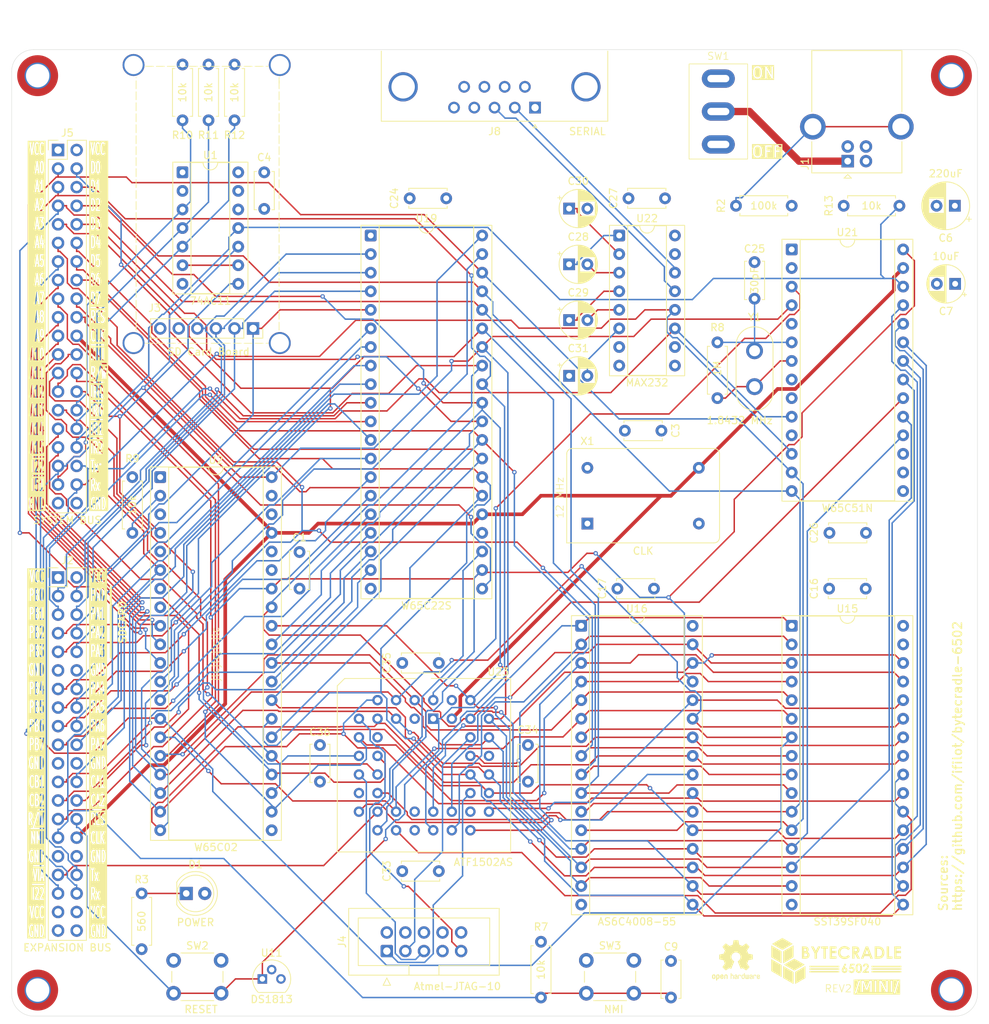
<source format=kicad_pcb>
(kicad_pcb (version 20241229) (generator "pcbnew") (generator_version "9.0")
  (title_block (title "ByteCradle 6502 MINI BOARD") (date "2025-05-03") (rev "rev1"))
  (layers (0 "F.Cu" signal) (4 "In1.Cu" signal) (6 "In2.Cu" signal) (2 "B.Cu" signal) (13 "F.Paste" user) (15 "B.Paste" user) (5 "F.SilkS" user "F.Silkscreen") (7 "B.SilkS" user "B.Silkscreen") (1 "F.Mask" user) (3 "B.Mask" user) (25 "Edge.Cuts" user))
  (net 0 "")
  (net 1 "GND")
  (net 2 "VCC")
  (net 3 "Net-(D1-K)")
  (net 4 "RxD1")
  (net 5 "TxD1")
  (net 6 "~{IRQ}")
  (net 7 "~{RES}")
  (net 8 "~{NMI}")
  (net 9 "D2")
  (net 10 "D1")
  (net 11 "A5")
  (net 12 "A12")
  (net 13 "D7")
  (net 14 "A15")
  (net 15 "A0")
  (net 16 "D6")
  (net 17 "A2")
  (net 18 "A4")
  (net 19 "A13")
  (net 20 "A1")
  (net 21 "A11")
  (net 22 "CLK")
  (net 23 "D0")
  (net 24 "A8")
  (net 25 "A14")
  (net 26 "D3")
  (net 27 "A7")
  (net 28 "D5")
  (net 29 "A6")
  (net 30 "A10")
  (net 31 "A3")
  (net 32 "R{slash}~{W}")
  (net 33 "D4")
  (net 34 "A9")
  (net 36 "CA1")
  (net 37 "PB4")
  (net 38 "CA2")
  (net 39 "PB0")
  (net 40 "PA4")
  (net 41 "PA5")
  (net 42 "PB6")
  (net 43 "CB2")
  (net 44 "PA7")
  (net 45 "PA6")
  (net 46 "CB1")
  (net 47 "PA2")
  (net 48 "PB5")
  (net 49 "PB7")
  (net 50 "PB3")
  (net 51 "PB1")
  (net 52 "MOSI")
  (net 53 "PA3")
  (net 54 "MISO")
  (net 55 "PB2")
  (net 59 "TMS")
  (net 60 "TCK")
  (net 61 "TDI")
  (net 62 "TDO")
  (net 63 "B1")
  (net 64 "Net-(U21-XTAL1)")
  (net 65 "Net-(J1-Shield)")
  (net 67 "VIN")
  (net 69 "Net-(U2-RDY)")
  (net 70 "Net-(U21-XTAL2)")
  (net 71 "B0")
  (net 72 "B5")
  (net 73 "B2")
  (net 74 "B3")
  (net 82 "B4")
  (net 83 "~{ROM_CS}")
  (net 85 "~{RAM_OE}")
  (net 86 "~{RAM_CS}")
  (net 87 "~{VIA_CS}")
  (net 88 "~{UART_CS}")
  (net 92 "Net-(U22-C1-)")
  (net 93 "Net-(U22-C1+)")
  (net 94 "Net-(U22-C2-)")
  (net 95 "Net-(U22-C2+)")
  (net 96 "Net-(U22-VS+)")
  (net 97 "Net-(U22-VS-)")
  (net 98 "Net-(U22-R1IN)")
  (net 103 "Net-(U22-T1OUT)")
  (net 112 "~{IRQ0}")
  (net 113 "~{IRQ1}")
  (net 114 "~{IRQ2}")
  (net 115 "~{IRQ51}")
  (net 116 "~{IRQ22}")
  (net 117 "Net-(U1-Pad6)")
  (footprint "Capacitor_THT:CP_Radial_D5.0mm_P2.50mm" (layer "F.Cu") (at 256.032 57.404 180)
    (property "Reference" "C7")
    (property "Value" "10uF")
  )
  (footprint "MountingHole:MountingHole_3.2mm_M3_DIN965_Pad_TopOnly" (layer "F.Cu") (at 130.556 28.956)
    (property "Reference" "H1")
    (property "Value" "MountingHole")
  )
  (footprint "components:power_switch" (layer "F.Cu") (at 223.647 33.854 90)
    (property "Reference" "SW1")
    (property "Value" "SW_SPDT")
  )
  (footprint "Resistor_THT:R_Axial_DIN0207_L6.3mm_D2.5mm_P7.62mm_Horizontal" (layer "F.Cu") (at 199.39 154.94 90)
    (property "Reference" "R7")
    (property "Value" "10k")
  )
  (footprint "Capacitor_THT:CP_Radial_D5.0mm_P2.50mm" (layer "F.Cu") (at 203.24 62.36)
    (property "Reference" "C29")
    (property "Value" "10uF")
  )
  (footprint "Capacitor_THT:C_Disc_D5.0mm_W2.5mm_P5.00mm" (layer "F.Cu") (at 186.436 45.72 180)
    (property "Reference" "C24")
    (property "Value" "100nF")
  )
  (footprint "Capacitor_THT:C_Disc_D5.0mm_W2.5mm_P5.00mm" (layer "F.Cu") (at 161.544 42.164 -90)
    (property "Reference" "C4")
    (property "Value" "100nF")
  )
  (footprint "Connector_PinHeader_2.54mm:PinHeader_2x20_P2.54mm_Vertical" (layer "F.Cu") (at 133.35 39.116)
    (property "Reference" "J5")
    (property "Value" "SYSTEM BUS")
  )
  (footprint "sdcard-holder:sdcard-socket" (layer "F.Cu") (at 160.02 63.5 -90)
    (property "Reference" "J3")
    (property "Value" "SD Card Board")
  )
  (footprint "Capacitor_THT:C_Disc_D5.0mm_W2.5mm_P5.00mm" (layer "F.Cu") (at 197.612 120.436 -90)
    (property "Reference" "C34")
    (property "Value" "100nF")
  )
  (footprint "Capacitor_THT:C_Disc_D5.0mm_W2.5mm_P5.00mm" (layer "F.Cu") (at 185.42 137.668 180)
    (property "Reference" "C33")
    (property "Value" "100nF")
  )
  (footprint "Package_DIP:DIP-32_W15.24mm_Socket" (layer "F.Cu") (at 204.8933 104.14)
    (property "Reference" "U16")
    (property "Value" "AS6C4008-55")
  )
  (footprint "Resistor_THT:R_Axial_DIN0207_L6.3mm_D2.5mm_P7.62mm_Horizontal" (layer "F.Cu") (at 143.51 91.44 90)
    (property "Reference" "R9")
    (property "Value" "10k")
  )
  (footprint "MountingHole:MountingHole_3.2mm_M3_DIN965_Pad_TopOnly" (layer "F.Cu") (at 255.524 28.956)
    (property "Reference" "H2")
    (property "Value" "MountingHole")
  )
  (footprint "Capacitor_THT:CP_Radial_D6.3mm_P2.50mm" (layer "F.Cu") (at 255.992 46.736 180)
    (property "Reference" "C6")
    (property "Value" "220uF")
  )
  (footprint "Package_DIP:DIP-16_W7.62mm_Socket" (layer "F.Cu") (at 210.09 50.8)
    (property "Reference" "U22")
    (property "Value" "MAX232")
  )
  (footprint "Capacitor_THT:C_Disc_D5.0mm_W2.5mm_P5.00mm" (layer "F.Cu") (at 166.37 94.06 -90)
    (property "Reference" "C1")
    (property "Value" "100nF")
  )
  (footprint "Connector_PinHeader_2.54mm:PinHeader_2x20_P2.54mm_Vertical" (layer "F.Cu") (at 133.35 97.536)
    (property "Reference" "J2")
    (property "Value" "EXPANSION BUS")
  )
  (footprint "Capacitor_THT:C_Disc_D5.0mm_W2.5mm_P5.00mm" (layer "F.Cu") (at 214.844 99.06 180)
    (property "Reference" "C17")
    (property "Value" "100nF")
  )
  (footprint "LED_THT:LED_D5.0mm" (layer "F.Cu") (at 150.876 140.716)
    (property "Reference" "D1")
    (property "Value" "POWER")
  )
  (footprint "Button_Switch_THT:SW_PUSH_6mm" (layer "F.Cu") (at 149.15 149.86)
    (property "Reference" "SW2")
    (property "Value" "RESET")
  )
  (footprint "Package_DIP:DIP-40_W15.24mm_Socket" (layer "F.Cu") (at 176.1067 50.8)
    (property "Reference" "U19")
    (property "Value" "W65C22S")
  )
  (footprint "Resistor_THT:R_Axial_DIN0207_L6.3mm_D2.5mm_P7.62mm_Horizontal" (layer "F.Cu") (at 157.48 27.432 -90)
    (property "Reference" "R12")
    (property "Value" "10k")
  )
  (footprint "Resistor_THT:R_Axial_DIN0207_L6.3mm_D2.5mm_P7.62mm_Horizontal" (layer "F.Cu") (at 150.368 27.432 -90)
    (property "Reference" "R10")
    (property "Value" "10k")
  )
  (footprint "Resistor_THT:R_Axial_DIN0207_L6.3mm_D2.5mm_P7.62mm_Horizontal" (layer "F.Cu") (at 144.78 148.336 90)
    (property "Reference" "R3")
    (property "Value" "560")
  )
  (footprint "MountingHole:MountingHole_3.2mm_M3_DIN965_Pad_TopOnly" (layer "F.Cu") (at 130.556 153.924)
    (property "Reference" "H4")
    (property "Value" "MountingHole" (hide yes))
  )
  (footprint "Resistor_THT:R_Axial_DIN0207_L6.3mm_D2.5mm_P7.62mm_Horizontal" (layer "F.Cu") (at 153.924 27.432 -90)
    (property "Reference" "R11")
    (property "Value" "10k")
  )
  (footprint "Button_Switch_THT:SW_PUSH_6mm" (layer "F.Cu") (at 205.59 149.86)
    (property "Reference" "SW3")
    (property "Value" "NMI")
  )
  (footprint "Capacitor_THT:C_Disc_D5.0mm_W2.5mm_P5.00mm" (layer "F.Cu") (at 169.164 125.436 90)
    (property "Reference" "C36")
    (property "Value" "100nF")
  )
  (footprint "Package_DIP:DIP-40_W15.24mm_Socket" (layer "F.Cu") (at 147.32 83.82)
    (property "Reference" "U2")
    (property "Value" "W65C02")
  )
  (footprint "Capacitor_THT:C_Disc_D5.0mm_W2.5mm_P5.00mm" (layer "F.Cu") (at 243.8 99.06 180)
    (property "Reference" "C16")
    (property "Value" "100nF")
  )
  (footprint "Oscillator:Oscillator_DIP-14" (layer "F.Cu") (at 205.74 90.17)
    (property "Reference" "X1")
    (property "Value" "CLK")
  )
  (footprint "Capacitor_THT:C_Disc_D5.0mm_W2.5mm_P5.00mm" (layer "F.Cu") (at 210.86 77.47)
    (property "Reference" "C3")
    (property "Value" "100nF")
  )
  (footprint "Resistor_THT:R_Axial_DIN0207_L6.3mm_D2.5mm_P7.62mm_Horizontal" (layer "F.Cu") (at 240.792 46.736)
    (property "Reference" "R13")
    (property "Value" "10k")
  )
  (footprint "Connector_Dsub:DSUB-9_Pins_Horizontal_P2.77x2.84mm_EdgePinOffset4.94mm_Housed_MountingHolesOffset4.94mm" (layer "F.Cu") (at 198.58 33.32 180)
    (property "Reference" "J8")
    (property "Value" "SERIAL")
  )
  (footprint "Resistor_THT:R_Axial_DIN0207_L6.3mm_D2.5mm_P7.62mm_Horizontal" (layer "F.Cu") (at 233.68 46.736 180)
    (property "Reference" "R2")
    (property "Value" "100k")
  )
  (footprint "Package_DIP:DIP-28_W15.24mm_Socket" (layer "F.Cu") (at 233.68 52.705)
    (property "Reference" "U21")
    (property "Value" "W65C51N")
  )
  (footprint "components:bytecradle-logo" (layer "F.Cu") (at 239.776 149.86)
    (property "Reference" "G001")
    (property "Value" "LOGO" (hide yes))
  )
  (footprint "Capacitor_THT:C_Disc_D5.0mm_W2.5mm_P5.00mm" (layer "F.Cu") (at 180.42 109.22)
    (property "Reference" "C35")
    (property "Value" "100nF")
  )
  (footprint "Package_TO_SOT_THT:TO-92" (layer "F.Cu") (at 161.29 152.4)
    (property "Reference" "U11")
    (property "Value" "DS1813")
  )
  (footprint "Capacitor_THT:CP_Radial_D5.0mm_P2.50mm" (layer "F.Cu") (at 203.24 69.98)
    (property "Reference" "C31")
    (property "Value" "10uF")
  )
  (footprint "Connector_IDC:IDC-Header_2x05_P2.54mm_Vertical" (layer "F.Cu") (at 178.308 148.59 90)
    (property "Reference" "J4")
    (property "Value" "Atmel-JTAG-10")
  )
  (footprint "Package_LCC:PLCC-44_THT-Socket" (layer "F.Cu") (at 184.658 116.84)
    (property "Reference" "U23")
    (property "Value" "ATF1502AS")
  )
  (footprint "Capacitor_THT:CP_Radial_D5.0mm_P2.50mm" (layer "F.Cu") (at 203.24 47.12)
    (property "Reference" "C30")
    (property "Value" "10uF")
  )
  (footprint "Connector_USB:USB_B_OST_USB-B1HSxx_Horizontal" (layer "F.Cu") (at 241.34 40.64 90)
    (property "Reference" "J1")
    (property "Value" "USB_B")
  )
  (footprint "Capacitor_THT:C_Disc_D5.0mm_W2.5mm_P5.00mm" (layer "F.Cu") (at 216.36 45.72 180)
    (property "Reference" "C27")
    (property "Value" "100nF")
  )
  (footprint "Package_DIP:DIP-14_W7.62mm_Socket" (layer "F.Cu") (at 150.368 42.164)
    (property "Reference" "U1")
    (property "Value" "74AC11")
  )
  (footprint "Crystal:Crystal_HC50_Vertical" (layer "F.Cu") (at 228.6 71.455 90)
    (property "Reference" "Y1")
    (property "Value" "1.8432 MHz")
  )
  (footprint "Capacitor_THT:C_Disc_D5.0mm_W2.5mm_P5.00mm" (layer "F.Cu") (at 217.17 154.94 90)
    (property "Reference" "C9")
    (property "Value" "100nF")
  )
  (footprint "Capacitor_THT:CP_Radial_D5.0mm_P2.50mm" (layer "F.Cu") (at 203.24 54.74)
    (property "Reference" "C28")
    (property "Value" "10uF")
  )
  (footprint "Resistor_THT:R_Axial_DIN0207_L6.3mm_D2.5mm_P7.62mm_Horizontal" (layer "F.Cu") (at 223.52 65.405 -90)
    (property "Reference" "R8")
    (property "Value" "1M")
  )
  (footprint "Symbol:OSHW-Logo2_7.3x6mm_SilkScreen" (layer "F.Cu") (at 226.06 149.86)
    (property "Reference" "G002" (hide yes))
    (property "Value" "OSHW-Logo2_7.3x6mm_SilkScreen" (hide yes))
  )
  (footprint "MountingHole:MountingHole_3.2mm_M3_DIN965_Pad_TopOnly" (layer "F.Cu") (at 255.524 153.924)
    (property "Reference" "H3")
    (property "Value" "MountingHole")
  )
  (footprint "Capacitor_THT:C_Disc_D5.0mm_W2.5mm_P5.00mm" (layer "F.Cu") (at 243.84 91.44 180)
    (property "Reference" "C26")
    (property "Value" "100nF")
  )
  (footprint "Package_DIP:DIP-32_W15.24mm_Socket" (layer "F.Cu") (at 233.68 104.14)
    (property "Reference" "U15")
    (property "Value" "SST39SF040")
  )
  (footprint "Capacitor_THT:C_Disc_D5.0mm_W2.5mm_P5.00mm" (layer "F.Cu") (at 228.6 54.436 -90)
    (property "Reference" "C25")
    (property "Value" "30pF")
  )
  (gr_line (start 140.5636 108.458) (end 140.5636 98.806) (stroke (width 0.3)) (layer "F.SilkS"))
  (gr_arc (start 259.08 154.48) (mid 258.20132 156.60132) (end 256.08 157.48) (stroke (width 0.05)) (layer "Edge.Cuts"))
  (gr_line (start 127 154.48) (end 127 28.4) (stroke (width 0.05)) (layer "Edge.Cuts"))
  (gr_line (start 256.08 157.48) (end 130 157.48) (stroke (width 0.05)) (layer "Edge.Cuts"))
  (gr_arc (start 256.08 25.4) (mid 258.20132 26.27868) (end 259.08 28.4) (stroke (width 0.05)) (layer "Edge.Cuts"))
  (gr_line (start 130 25.4) (end 256.08 25.4) (stroke (width 0.05)) (layer "Edge.Cuts"))
  (gr_arc (start 127 28.4) (mid 127.87868 26.27868) (end 130 25.4) (stroke (width 0.05)) (layer "Edge.Cuts"))
  (gr_arc (start 130 157.48) (mid 127.87868 156.60132) (end 127 154.48) (stroke (width 0.05)) (layer "Edge.Cuts"))
  (gr_line (start 259.08 28.4) (end 259.08 154.48) (stroke (width 0.05)) (layer "Edge.Cuts"))
  (gr_text "SDCARD" (at 142.748 106.68 90) (layer "F.SilkS") (effects (font (size 1 1) (thickness 0.2) (bold yes)) (justify left bottom)))
  (gr_text "jlcjlcjlcjlc" (at 155.448 111.76 90) (layer "F.SilkS") (effects (font (size 1 1) (thickness 0.1)) (justify left bottom)))
  (gr_text "VCC\nPA0\nPA1\nPA2\nPA3\nGND\nPA4\nPA5\nPA6\nPA7\nGND\nCA1\nCA2\n~{RES}\nCLK\nGND\nTx\nRx\nVCC\nGND" (at 137.668 146.812 0) (layer "F.SilkS" knockout) (effects (font (size 1.585 0.7) (thickness 0.175) (bold yes)) (justify left bottom)))
  (gr_text "12 MHz" (at 202.565 89.535 90) (layer "F.SilkS") (effects (font (size 1 1) (thickness 0.1)) (justify left bottom)))
  (gr_text "OFF" (at 228.092 40.259 0) (layer "F.SilkS" knockout) (effects (font (size 1.5 1.5) (thickness 0.2)) (justify left bottom)))
  (gr_text "VCC\nA0\nA1\nA2\nA3\nA4\nA5\nA6\nA7\nA8\nA9\nA10\nA11\nA12\nA13\nA14\nA15\n~{I22}\n~{I51}\nGND" (at 131.572 88.392 0) (layer "F.SilkS" knockout) (effects (font (size 1.585 0.7) (thickness 0.175) (bold yes)) (justify right bottom)))
  (gr_text "VCC\nPB0\nPB1\nPB2\nPB3\nGND\nPB4\nPB5\nPB6\nPB7\nGND\nCB1\nCB2\nR/~{W}\n~{NMI}\nGND\n~{VIA}\n~{I22}\nVCC\nGND" (at 131.572 146.812 0) (layer "F.SilkS" knockout) (effects (font (size 1.585 0.7) (thickness 0.175) (bold yes)) (justify right bottom)))
  (gr_text "Sources:\nhttps://github.com/ifilot/bytecradle-6502" (at 257.048 143.256 90) (layer "F.SilkS") (effects (font (size 1.2 1.2) (thickness 0.2) (bold yes)) (justify left bottom)))
  (gr_text "REV2" (at 238.125 154.305 0) (layer "F.SilkS") (effects (font (size 1 1) (thickness 0.1)) (justify left bottom)))
  (gr_text "ON" (at 228.092 29.464 0) (layer "F.SilkS" knockout) (effects (font (size 1.5 1.5) (thickness 0.2)) (justify left bottom)))
  (gr_text "/MINI/" (at 242.316 154.432 0) (layer "F.SilkS" knockout) (effects (font (size 1.5 1.5) (thickness 0.1)) (justify left bottom)))
  (gr_text "VCC\nD0\nD1\nD2\nD3\nD4\nD5\nD6\nD7\n~{RES}\nCLK\n~{NMI}\nR/~{W}\n~{IRQ}\n~{IR0}\n~{IR1}\n~{IR2}\nTx\nRx\nGND" (at 137.668 88.392 0) (layer "F.SilkS" knockout) (effects (font (size 1.585 0.7) (thickness 0.175) (bold yes)) (justify left bottom)))
  (segment (start 150.876 140.716) (end 144.78 140.716) (width 0.2) (layer "F.Cu") (net 3))
  (segment (start 135.89 84.836) (end 137.0401 84.836) (width 0.2) (layer "F.Cu") (net 4))
  (segment (start 169.1066 67.3297) (end 155.4144 67.3297) (width 0.2) (layer "F.Cu") (net 4))
  (segment (start 174.0499 62.3864) (end 169.1066 67.3297) (width 0.2) (layer "F.Cu") (net 4))
  (segment (start 195.313 62.3864) (end 174.0499 62.3864) (width 0.2) (layer "F.Cu") (net 4))
  (segment (start 139.1273 82.7488) (end 139.1273 82.061) (width 0.2) (layer "F.Cu") (net 4))
  (segment (start 137.0401 84.836) (end 139.1273 82.7488) (width 0.2) (layer "F.Cu") (net 4))
  (segment (start 207.6514 63.4602) (end 196.3868 63.4602) (width 0.2) (layer "F.Cu") (net 4))
  (segment (start 196.3868 63.4602) (end 195.313 62.3864) (width 0.2) (layer "F.Cu") (net 4))
  (segment (start 208.8816 62.23) (end 207.6514 63.4602) (width 0.2) (layer "F.Cu") (net 4))
  (segment (start 213.5998 60.96) (end 212.3298 62.23) (width 0.2) (layer "F.Cu") (net 4))
  (segment (start 155.4144 67.3297) (end 155.0516 66.9669) (width 0.2) (layer "F.Cu") (net 4))
  (segment (start 217.71 60.96) (end 213.5998 60.96) (width 0.2) (layer "F.Cu") (net 4))
  (segment (start 212.3298 62.23) (end 208.8816 62.23) (width 0.2) (layer "F.Cu") (net 4))
  (via (at 155.0516 66.9669) (size 0.6) (drill 0.3) (layers "F.Cu" "B.Cu") (net 4))
  (via (at 139.1273 82.061) (size 0.6) (drill 0.3) (layers "F.Cu" "B.Cu") (net 4))
  (segment (start 134.7399 88.7135) (end 131.3525 92.1009) (width 0.2) (layer "B.Cu") (net 4))
  (segment (start 131.3525 92.1009) (end 131.3525 135.271) (width 0.2) (layer "B.Cu") (net 4))
  (segment (start 131.3525 135.271) (end 133.1073 137.0258) (width 0.2) (layer "B.Cu") (net 4))
  (segment (start 135.6517 139.5659) (end 135.89 139.5659) (width 0.2) (layer "B.Cu") (net 4))
  (segment (start 139.9575 82.061) (end 139.1273 82.061) (width 0.2) (layer "B.Cu") (net 4))
  (segment (start 217.4087 64.77) (end 216.6082 63.9695) (width 0.2) (layer "B.Cu") (net 4))
  (segment (start 135.6024 85.9861) (end 134.7399 86.8486) (width 0.2) (layer "B.Cu") (net 4))
  (segment (start 216.6082 62.0618) (end 217.71 60.96) (width 0.2) (layer "B.Cu") (net 4))
  (segment (start 134.7399 86.8486) (end 134.7399 88.7135) (width 0.2) (layer "B.Cu") (net 4))
  (segment (start 133.1073 137.0258) (end 133.8882 137.0258) (width 0.2) (layer "B.Cu") (net 4))
  (segment (start 233.68 80.4199) (end 218.0301 64.77) (width 0.2) (layer "B.Cu") (net 4))
  (segment (start 218.0301 64.77) (end 217.4087 64.77) (width 0.2) (layer "B.Cu") (net 4))
  (segment (start 155.0516 66.9669) (end 139.9575 82.061) (width 0.2) (layer "B.Cu") (net 4))
  (segment (start 135.89 84.836) (end 135.89 85.9861) (width 0.2) (layer "B.Cu") (net 4))
  (segment (start 135.89 140.716) (end 135.89 139.5659) (width 0.2) (layer "B.Cu") (net 4))
  (segment (start 133.8882 137.0258) (end 134.62 137.7576) (width 0.2) (layer "B.Cu") (net 4))
  (segment (start 135.89 85.9861) (end 135.6024 85.9861) (width 0.2) (layer "B.Cu") (net 4))
  (segment (start 233.68 80.645) (end 233.68 80.4199) (width 0.2) (layer "B.Cu") (net 4))
  (segment (start 134.62 137.7576) (end 134.62 138.5342) (width 0.2) (layer "B.Cu") (net 4))
  (segment (start 134.62 138.5342) (end 135.6517 139.5659) (width 0.2) (layer "B.Cu") (net 4))
  (segment (start 216.6082 63.9695) (end 216.6082 62.0618) (width 0.2) (layer "B.Cu") (net 4))
  (segment (start 171.2462 75.8353) (end 158.2215 75.8353) (width 0.2) (layer "F.Cu") (net 5))
  (segment (start 178.3297 74.7764) (end 172.3051 74.7764) (width 0.2) (layer "F.Cu") (net 5))
  (segment (start 208.9389 72.2711) (end 185.4591 72.2711) (width 0.2) (layer "F.Cu") (net 5))
  (segment (start 158.2215 75.8353) (end 154.1197 71.7335) (width 0.2) (layer "F.Cu") (net 5))
  (segment (start 183.583 70.395) (end 182.7111 70.395) (width 0.2) (layer "F.Cu") (net 5))
  (segment (start 182.7111 70.395) (end 178.3297 74.7764) (width 0.2) (layer "F.Cu") (net 5))
  (segment (start 217.71 63.5) (end 208.9389 72.2711) (width 0.2) (layer "F.Cu") (net 5))
  (segment (start 172.3051 74.7764) (end 171.2462 75.8353) (width 0.2) (layer "F.Cu") (net 5))
  (segment (start 185.4591 72.2711) (end 183.583 70.395) (width 0.2) (layer "F.Cu") (net 5))
  (via (at 154.1197 71.7335) (size 0.6) (drill 0.3) (layers "F.Cu" "B.Cu") (net 5))
  (segment (start 131.7526 93.4399) (end 137.4088 87.7837) (width 0.2) (layer "B.Cu") (net 5))
  (segment (start 135.89 82.296) (end 137.0401 82.296) (width 0.2) (layer "B.Cu") (net 5))
  (segment (start 233.68 75.565) (end 229.775 75.565) (width 0.2) (layer "B.Cu") (net 5))
  (segment (start 153.2116 71.7335) (end 154.1197 71.7335) (width 0.2) (layer "B.Cu") (net 5))
  (segment (start 135.89 138.176) (end 135.89 137.0259) (width 0.2) (layer "B.Cu") (net 5))
  (segment (start 134.7399 135.3375) (end 133.7684 134.366) (width 0.2) (layer "B.Cu") (net 5))
  (segment (start 137.4088 82.6647) (end 142.2804 82.6647) (width 0.2) (layer "B.Cu") (net 5))
  (segment (start 132.984 134.366) (end 131.7526 133.1346) (width 0.2) (layer "B.Cu") (net 5))
  (segment (start 134.7399 136.1634) (end 134.7399 135.3375) (width 0.2) (layer "B.Cu") (net 5))
  (segment (start 137.0401 82.296) (end 137.4088 82.6647) (width 0.2) (layer "B.Cu") (net 5))
  (segment (start 133.7684 134.366) (end 132.984 134.366) (width 0.2) (layer "B.Cu") (net 5))
  (segment (start 131.7526 133.1346) (end 131.7526 93.4399) (width 0.2) (layer "B.Cu") (net 5))
  (segment (start 229.775 75.565) (end 217.71 63.5) (width 0.2) (layer "B.Cu") (net 5))
  (segment (start 137.4088 87.7837) (end 137.4088 82.6647) (width 0.2) (layer "B.Cu") (net 5))
  (segment (start 135.6024 137.0259) (end 134.7399 136.1634) (width 0.2) (layer "B.Cu") (net 5))
  (segment (start 135.89 137.0259) (end 135.6024 137.0259) (width 0.2) (layer "B.Cu") (net 5))
  (segment (start 142.2804 82.6647) (end 153.2116 71.7335) (width 0.2) (layer "B.Cu") (net 5))
  (segment (start 141.7966 75.5036) (end 140.4077 75.5036) (width 0.2) (layer "F.Cu") (net 6))
  (segment (start 135.89 72.136) (end 137.0401 72.136) (width 0.2) (layer "F.Cu") (net 6))
  (segment (start 140.4077 75.5036) (end 137.0401 72.136) (width 0.2) (layer "F.Cu") (net 6))
  (segment (start 147.32 91.44) (end 141.7966 85.9166) (width 0.2) (layer "F.Cu") (net 6))
  (segment (start 141.7966 85.9166) (end 141.7966 75.5036) (width 0.2) (layer "F.Cu") (net 6))
  (via (at 141.7966 75.5036) (size 0.6) (drill 0.3) (layers "F.Cu" "B.Cu") (net 6))
  (segment (start 156.8172 57.404) (end 157.988 57.404) (width 0.2) (layer "B.Cu") (net 6))
  (segment (start 141.9714 75.5036) (end 151.13 66.345) (width 0.2) (layer "B.Cu") (net 6))
  (segment (start 141.7966 75.5036) (end 141.9714 75.5036) (width 0.2) (layer "B.Cu") (net 6))
  (segment (start 151.13 66.345) (end 151.13 63.0912) (width 0.2) (layer "B.Cu") (net 6))
  (segment (start 151.13 63.0912) (end 156.8172 57.404) (width 0.2) (layer "B.Cu") (net 6))
  (segment (start 155.65 154.36) (end 149.15 154.36) (width 0.2) (layer "F.Cu") (net 7))
  (segment (start 161.29 150.1328) (end 161.29 152.4) (width 0.2) (layer "F.Cu") (net 7))
  (segment (start 158.2378 83.82) (end 137.0401 62.6223) (width 0.2) (layer "F.Cu") (net 7))
  (segment (start 233.68 60.325) (end 231.775 62.23) (width 0.2) (layer "F.Cu") (net 7))
  (segment (start 212.079 64.6002) (end 192.7865 64.6002) (width 0.2) (layer "F.Cu") (net 7))
  (segment (start 178.1518 133.271) (end 161.29 150.1328) (width 0.2) (layer "F.Cu") (net 7))
  (segment (start 135.89 61.976) (end 137.0401 61.976) (width 0.2) (layer "F.Cu") (net 7))
  (segment (start 231.775 62.23) (end 214.4492 62.23) (width 0.2) (layer "F.Cu") (net 7))
  (segment (start 189.4239 67.9628) (end 187.1618 67.9628) (width 0.2) (layer "F.Cu") (net 7))
  (segment (start 157.61 152.4) (end 155.65 154.36) (width 0.2) (layer "F.Cu") (net 7))
  (segment (start 192.7865 64.6002) (end 191.3467 66.04) (width 0.2) (layer "F.Cu") (net 7))
  (segment (start 162.56 83.82) (end 158.2378 83.82) (width 0.2) (layer "F.Cu") (net 7))
  (segment (start 137.0401 62.6223) (end 137.0401 61.976) (width 0.2) (layer "F.Cu") (net 7))
  (segment (start 161.29 152.4) (end 157.61 152.4) (width 0.2) (layer "F.Cu") (net 7))
  (segment (start 191.3467 66.04) (end 189.4239 67.9628) (width 0.2) (layer "F.Cu") (net 7))
  (segment (start 214.4492 62.23) (end 212.079 64.6002) (width 0.2) (layer "F.Cu") (net 7))
  (via (at 178.1518 133.271) (size 0.6) (drill 0.3) (layers "F.Cu" "B.Cu") (net 7))
  (via (at 187.1618 67.9628) (size 0.6) (drill 0.3) (layers "F.Cu" "B.Cu") (net 7))
  (segment (start 137.2798 142.4898) (end 137.2798 132.8576) (width 0.2) (layer "B.Cu") (net 7))
  (segment (start 190.2175 115.3114) (end 194.8651 110.6638) (width 0.2) (layer "B.Cu") (net 7))
  (segment (start 187.1618 69.2474) (end 176.5408 79.8684) (width 0.2) (layer "B.Cu") (net 7))
  (segment (start 187.1979 115.3114) (end 190.2175 115.3114) (width 0.2) (layer "B.Cu") (net 7))
  (segment (start 149.15 154.36) (end 137.2798 142.4898) (width 0.2) (layer "B.Cu") (net 7))
  (segment (start 179.5002 130.6684) (end 179.9133 130.6684) (width 0.2) (layer "B.Cu") (net 7))
  (segment (start 185.4056 117.123) (end 185.1226 116.84) (width 0.2) (layer "B.Cu") (net 7))
  (segment (start 178.1518 132.0168) (end 179.5002 130.6684) (width 0.2) (layer "B.Cu") (net 7))
  (segment (start 180.752 125.8317) (end 185.4056 121.1781) (width 0.2) (layer "B.Cu") (net 7))
  (segment (start 180.752 129.8297) (end 180.752 125.8317) (width 0.2) (layer "B.Cu") (net 7))
  (segment (start 184.658 116.84) (end 185.1226 116.84) (width 0.2) (layer "B.Cu") (net 7))
  (segment (start 179.9133 130.6684) (end 180.752 129.8297) (width 0.2) (layer "B.Cu") (net 7))
  (segment (start 194.8651 69.5584) (end 191.3467 66.04) (width 0.2) (layer "B.Cu") (net 7))
  (segment (start 185.6693 116.84) (end 187.1979 115.3114) (width 0.2) (layer "B.Cu") (net 7))
  (segment (start 166.5116 79.8684) (end 162.56 83.82) (width 0.2) (layer "B.Cu") (net 7))
  (segment (start 136.1283 131.7061) (end 135.89 131.7061) (width 0.2) (layer "B.Cu") (net 7))
  (segment (start 187.1618 67.9628) (end 187.1618 69.2474) (width 0.2) (layer "B.Cu") (net 7))
  (segment (start 135.89 130.556) (end 135.89 131.7061) (width 0.2) (layer "B.Cu") (net 7))
  (segment (start 178.1518 133.271) (end 178.1518 132.0168) (width 0.2) (layer "B.Cu") (net 7))
  (segment (start 176.5408 79.8684) (end 166.5116 79.8684) (width 0.2) (layer "B.Cu") (net 7))
  (segment (start 194.8651 110.6638) (end 194.8651 69.5584) (width 0.2) (layer "B.Cu") (net 7))
  (segment (start 185.4056 121.1781) (end 185.4056 117.123) (width 0.2) (layer "B.Cu") (net 7))
  (segment (start 137.2798 132.8576) (end 136.1283 131.7061) (width 0.2) (layer "B.Cu") (net 7))
  (segment (start 185.1226 116.84) (end 185.6693 116.84) (width 0.2) (layer "B.Cu") (net 7))
  (segment (start 216.59 154.36) (end 217.17 154.94) (width 0.2) (layer "F.Cu") (net 8))
  (segment (start 134.5002 77.5146) (end 135.3518 78.3662) (width 0.2) (layer "F.Cu") (net 8))
  (segment (start 131.7382 74.7002) (end 132.984 75.946) (width 0.2) (layer "F.Cu") (net 8))
  (segment (start 145.0646 94.2646) (end 147.32 96.52) (width 0.2) (layer "F.Cu") (net 8))
  (segment (start 133.7082 68.326) (end 132.9828 68.326) (width 0.2) (layer "F.Cu") (net 8))
  (segment (start 135.89 67.056) (end 134.7399 67.056) (width 0.2) (layer "F.Cu") (net 8))
  (segment (start 145.0646 91.2046) (end 145.0646 94.2646) (width 0.2) (layer "F.Cu") (net 8))
  (segment (start 132.9828 68.326) (end 131.7382 69.5706) (width 0.2) (layer "F.Cu") (net 8))
  (segment (start 133.7684 75.946) (end 134.5002 76.6778) (width 0.2) (layer "F.Cu") (net 8))
  (segment (start 137.2794 78.3662) (end 139.7446 80.8314) (width 0.2) (layer "F.Cu") (net 8))
  (segment (start 139.7446 85.8846) (end 145.0646 91.2046) (width 0.2) (layer "F.Cu") (net 8))
  (segment (start 212.09 154.36) (end 216.59 154.36) (width 0.2) (layer "F.Cu") (net 8))
  (segment (start 199.97 154.36) (end 199.39 154.94) (width 0.2) (layer "F.Cu") (net 8))
  (segment (start 134.7399 67.2943) (end 133.7082 68.326) (width 0.2) (layer "F.Cu") (net 8))
  (segment (start 132.984 75.946) (end 133.7684 75.946) (width 0.2) (layer "F.Cu") (net 8))
  (segment (start 205.59 154.36) (end 212.09 154.36) (width 0.2) (layer "F.Cu") (net 8))
  (segment (start 139.7446 80.8314) (end 139.7446 85.8846) (width 0.2) (layer "F.Cu") (net 8))
  (segment (start 205.59 154.36) (end 199.97 154.36) (width 0.2) (layer "F.Cu") (net 8))
  (segment (start 131.7382 69.5706) (end 131.7382 74.7002) (width 0.2) (layer "F.Cu") (net 8))
  (segment (start 134.7399 67.056) (end 134.7399 67.2943) (width 0.2) (layer "F.Cu") (net 8))
  (segment (start 134.5002 76.6778) (end 134.5002 77.5146) (width 0.2) (layer "F.Cu") (net 8))
  (segment (start 135.3518 78.3662) (end 137.2794 78.3662) (width 0.2) (layer "F.Cu") (net 8))
  (segment (start 144.6409 135.9403) (end 138.1064 129.4058) (width 0.2) (layer "B.Cu") (net 8))
  (segment (start 134.6822 129.4058) (end 134.6822 130.852) (width 0.2) (layer "B.Cu") (net 8))
  (segment (start 138.1064 129.4058) (end 134.6822 129.4058) (width 0.2) (layer "B.Cu") (net 8))
  (segment (start 155.995 135.9403) (end 144.6409 135.9403) (width 0.2) (layer "B.Cu") (net 8))
  (segment (start 147.2809 96.52) (end 147.32 96.52) (width 0.2) (layer "B.Cu") (net 8))
  (segment (start 141.5725 102.2284) (end 147.2809 96.52) (width 0.2) (layer "B.Cu") (net 8))
  (segment (start 133.5883 131.9459) (end 133.35 131.9459) (width 0.2) (layer "B.Cu") (net 8))
  (segment (start 136.4262 119.0062) (end 141.5725 113.8599) (width 0.2) (layer "B.Cu") (net 8))
  (segment (start 134.6822 129.4058) (end 134.6822 119.9397) (width 0.2) (layer "B.Cu") (net 8))
  (segment (start 174.9947 154.94) (end 155.995 135.9403) (width 0.2) (layer "B.Cu") (net 8))
  (segment (start 141.5725 113.8599) (end 141.5725 102.2284) (width 0.2) (layer "B.Cu") (net 8))
  (segment (start 199.39 154.94) (end 174.9947 154.94) (width 0.2) (layer "B.Cu") (net 8))
  (segment (start 133.35 133.096) (end 133.35 131.9459) (width 0.2) (layer "B.Cu") (net 8))
  (segment (start 134.6822 119.9397) (end 135.6157 119.0062) (width 0.2) (layer "B.Cu") (net 8))
  (segment (start 134.6822 130.852) (end 133.5883 131.9459) (width 0.2) (layer "B.Cu") (net 8))
  (segment (start 135.6157 119.0062) (end 136.4262 119.0062) (width 0.2) (layer "B.Cu") (net 8))
  (segment (start 191.3467 73.66) (end 185.9993 73.66) (width 0.2) (layer "F.Cu") (net 9))
  (segment (start 185.9993 73.66) (end 183.3344 70.9951) (width 0.2) (layer "F.Cu") (net 9))
  (segment (start 193.9475 116.84) (end 194.5589 116.2286) (width 0.2) (layer "F.Cu") (net 9))
  (segment (start 169.5242 59.1222) (end 154.9041 59.1222) (width 0.2) (layer "F.Cu") (net 9))
  (segment (start 206.0341 138.5592) (end 221.2497 138.5592) (width 0.2) (layer "F.Cu") (net 9))
  (segment (start 204.8933 139.7) (end 206.0341 138.5592) (width 0.2) (layer "F.Cu") (net 9))
  (segment (start 149.022 56.134) (end 139.624 46.736) (width 0.2) (layer "F.Cu") (net 9))
  (segment (start 194.5589 109.8665) (end 194.1999 109.8665) (width 0.2) (layer "F.Cu") (net 9))
  (segment (start 221.2497 138.5592) (end 222.3905 139.7) (width 0.2) (layer "F.Cu") (net 9))
  (segment (start 194.5589 116.2286) (end 194.5589 109.8665) (width 0.2) (layer "F.Cu") (net 9))
  (segment (start 203.516 100.9094) (end 221.0356 100.9094) (width 0.2) (layer "F.Cu") (net 9))
  (segment (start 194.1999 109.8665) (end 193.8128 109.4794) (width 0.2) (layer "F.Cu") (net 9))
  (segment (start 221.0356 100.9094) (end 248.92 73.025) (width 0.2) (layer "F.Cu") (net 9))
  (segment (start 194.5589 109.8665) (end 203.516 100.9094) (width 0.2) (layer "F.Cu") (net 9))
  (segment (start 222.3905 139.7) (end 233.68 139.7) (width 0.2) (layer "F.Cu") (net 9))
  (segment (start 192.278 116.84) (end 193.9475 116.84) (width 0.2) (layer "F.Cu") (net 9))
  (segment (start 151.9159 56.134) (end 149.022 56.134) (width 0.2) (layer "F.Cu") (net 9))
  (segment (start 139.624 46.736) (end 135.89 46.736) (width 0.2) (layer "F.Cu") (net 9))
  (segment (start 154.9041 59.1222) (end 151.9159 56.134) (width 0.2) (layer "F.Cu") (net 9))
  (via (at 183.3344 70.9951) (size 0.6) (drill 0.3) (layers "F.Cu" "B.Cu") (net 9))
  (via (at 193.8128 109.4794) (size 0.6) (drill 0.3) (layers "F.Cu" "B.Cu") (net 9))
  (via (at 169.5242 59.1222) (size 0.6) (drill 0.3) (layers "F.Cu" "B.Cu") (net 9))
  (segment (start 183.3344 69.1538) (end 183.3344 70.9951) (width 0.2) (layer "B.Cu") (net 9))
  (segment (start 194.6661 119.2281) (end 194.6661 127.4987) (width 0.2) (layer "B.Cu") (net 9))
  (segment (start 172.632 62.23) (end 176.4106 62.23) (width 0.2) (layer "B.Cu") (net 9))
  (segment (start 191.3501 74.6379) (end 193.8128 77.1006) (width 0.2) (layer "B.Cu") (net 9))
  (segment (start 194.6661 127.4987) (end 203.4535 136.2861) (width 0.2) (layer "B.Cu") (net 9))
  (segment (start 169.351 99.889) (end 169.351 96.6079) (width 0.2) (layer "B.Cu") (net 9))
  (segment (start 191.3501 73.6634) (end 191.3501 74.6379) (width 0.2) (layer "B.Cu") (net 9))
  (segment (start 176.3975 90.17) (end 177.3015 89.266) (width 0.2) (layer "B.Cu") (net 9))
  (segment (start 175.7889 90.17) (end 176.3975 90.17) (width 0.2) (layer "B.Cu") (net 9))
  (segment (start 162.56 106.68) (end 169.351 99.889) (width 0.2) (layer "B.Cu") (net 9))
  (segment (start 169.5242 59.1222) (end 172.632 62.23) (width 0.2) (layer "B.Cu") (net 9))
  (segment (start 193.8128 77.1006) (end 193.8128 109.4794) (width 0.2) (layer "B.Cu") (net 9))
  (segment (start 176.4106 62.23) (end 183.3344 69.1538) (width 0.2) (layer "B.Cu") (net 9))
  (segment (start 169.351 96.6079) (end 175.7889 90.17) (width 0.2) (layer "B.Cu") (net 9))
  (segment (start 203.4535 138.2602) (end 204.8933 139.7) (width 0.2) (layer "B.Cu") (net 9))
  (segment (start 191.3467 73.66) (end 191.3501 73.6634) (width 0.2) (layer "B.Cu") (net 9))
  (segment (start 177.3015 88.6865) (end 191.3501 74.6379) (width 0.2) (layer "B.Cu") (net 9))
  (segment (start 192.278 116.84) (end 194.6661 119.2281) (width 0.2) (layer "B.Cu") (net 9))
  (segment (start 203.4535 136.2861) (end 203.4535 138.2602) (width 0.2) (layer "B.Cu") (net 9))
  (segment (start 177.3015 89.266) (end 177.3015 88.6865) (width 0.2) (layer "B.Cu") (net 9))
  (segment (start 182.1394 48.514) (end 189.8953 56.2699) (width 0.2) (layer "F.Cu") (net 10))
  (segment (start 162.56 104.14) (end 178.2979 104.14) (width 0.2) (layer "F.Cu") (net 10))
  (segment (start 135.89 44.196) (end 138.2156 44.196) (width 0.2) (layer "F.Cu") (net 10))
  (segment (start 178.2979 104.14) (end 186.4957 112.3378) (width 0.2) (layer "F.Cu") (net 10))
  (segment (start 220.9671 136.0197) (end 206.0336 136.0197) (width 0.2) (layer "F.Cu") (net 10))
  (segment (start 222.1074 137.16) (end 220.9671 136.0197) (width 0.2) (layer "F.Cu") (net 10))
  (segment (start 189.738 114.3) (end 190.7687 115.3307) (width 0.2) (layer "F.Cu") (net 10))
  (segment (start 233.68 137.16) (end 222.1074 137.16) (width 0.2) (layer "F.Cu") (net 10))
  (segment (start 186.4957 112.3378) (end 187.7758 112.3378) (width 0.2) (layer "F.Cu") (net 10))
  (segment (start 142.5336 48.514) (end 182.1394 48.514) (width 0.2) (layer "F.Cu") (net 10))
  (segment (start 206.0336 136.0197) (end 204.8933 137.16) (width 0.2) (layer "F.Cu") (net 10))
  (segment (start 138.2156 44.196) (end 142.5336 48.514) (width 0.2) (layer "F.Cu") (net 10))
  (segment (start 190.7687 115.3307) (end 193.2151 115.3307) (width 0.2) (layer "F.Cu") (net 10))
  (via (at 193.2151 115.3307) (size 0.6) (drill 0.3) (layers "F.Cu" "B.Cu") (net 10))
  (via (at 189.8953 56.2699) (size 0.6) (drill 0.3) (layers "F.Cu" "B.Cu") (net 10))
  (via (at 187.7758 112.3378) (size 0.6) (drill 0.3) (layers "F.Cu" "B.Cu") (net 10))
  (segment (start 194.413 74.1863) (end 194.413 109.7516) (width 0.2) (layer "B.Cu") (net 10))
  (segment (start 247.0136 89.6957) (end 250.0341 86.6752) (width 0.2) (layer "B.Cu") (net 10))
  (segment (start 189.738 114.3) (end 187.7758 112.3378) (width 0.2) (layer "B.Cu") (net 10))
  (segment (start 189.8646 114.3) (end 189.738 114.3) (width 0.2) (layer "B.Cu") (net 10))
  (segment (start 191.0506 67.31) (end 191.6761 67.31) (width 0.2) (layer "B.Cu") (net 10))
  (segment (start 204.8933 137.16) (end 195.1605 127.4272) (width 0.2) (layer "B.Cu") (net 10))
  (segment (start 191.6761 67.31) (end 192.4658 68.0997) (width 0.2) (layer "B.Cu") (net 10))
  (segment (start 193.2151 116.3468) (end 193.2151 115.3307) (width 0.2) (layer "B.Cu") (net 10))
  (segment (start 195.1605 118.2922) (end 193.2151 116.3468) (width 0.2) (layer "B.Cu") (net 10))
  (segment (start 192.4658 68.0997) (end 192.4658 70.0009) (width 0.2) (layer "B.Cu") (net 10))
  (segment (start 194.413 109.7516) (end 189.8646 114.3) (width 0.2) (layer "B.Cu") (net 10))
  (segment (start 233.68 137.16) (end 247.0136 123.8264) (width 0.2) (layer "B.Cu") (net 10))
  (segment (start 247.0136 123.8264) (end 247.0136 89.6957) (width 0.2) (layer "B.Cu") (net 10))
  (segment (start 195.1605 127.4272) (end 195.1605 118.2922) (width 0.2) (layer "B.Cu") (net 10))
  (segment (start 250.0341 76.6791) (end 248.92 75.565) (width 0.2) (layer "B.Cu") (net 10))
  (segment (start 192.4658 70.0009) (end 191.3467 71.12) (width 0.2) (layer "B.Cu") (net 10))
  (segment (start 189.8953 66.1547) (end 191.0506 67.31) (width 0.2) (layer "B.Cu") (net 10))
  (segment (start 189.8953 56.2699) (end 189.8953 66.1547) (width 0.2) (layer "B.Cu") (net 10))
  (segment (start 250.0341 86.6752) (end 250.0341 76.6791) (width 0.2) (layer "B.Cu") (net 10))
  (segment (start 191.3467 71.12) (end 194.413 74.1863) (width 0.2) (layer "B.Cu") (net 10))
  (segment (start 130.1646 118.872) (end 132.8427 121.5501) (width 0.2) (layer "F.Cu") (net 11))
  (segment (start 132.8427 121.5501) (end 138.151 121.5501) (width 0.2) (layer "F.Cu") (net 11))
  (segment (start 129.032 118.872) (end 130.1646 118.872) (width 0.2) (layer "F.Cu") (net 11))
  (segment (start 204.8933 119.38) (end 206.0046 118.2687) (width 0.2) (layer "F.Cu") (net 11))
  (segment (start 142.9469 116.7542) (end 147.2342 116.7542) (width 0.2) (layer "F.Cu") (net 11))
  (segment (start 138.151 121.5501) (end 142.9469 116.7542) (width 0.2) (layer "F.Cu") (net 11))
  (segment (start 206.0046 118.2687) (end 220.9961 118.2687) (width 0.2) (layer "F.Cu") (net 11))
  (segment (start 220.9961 118.2687) (end 222.1074 119.38) (width 0.2) (layer "F.Cu") (net 11))
  (segment (start 147.2342 116.7542) (end 147.32 116.84) (width 0.2) (layer "F.Cu") (net 11))
  (segment (start 222.1074 119.38) (end 233.68 119.38) (width 0.2) (layer "F.Cu") (net 11))
  (via (at 129.032 118.872) (size 0.6) (drill 0.3) (layers "F.Cu" "B.Cu") (net 11))
  (segment (start 129.032 118.364) (end 130.346 117.05) (width 0.2) (layer "B.Cu") (net 11))
  (segment (start 147.6213 116.84) (end 147.32 116.84) (width 0.2) (layer "B.Cu") (net 11))
  (segment (start 130.346 117.05) (end 130.346 58.2226) (width 0.2) (layer "B.Cu") (net 11))
  (segment (start 130.346 58.2226) (end 133.0625 55.5061) (width 0.2) (layer "B.Cu") (net 11))
  (segment (start 232.2402 131.7414) (end 220.6042 143.3774) (width 0.2) (layer "B.Cu") (net 11))
  (segment (start 133.0625 55.5061) (end 133.35 55.5061) (width 0.2) (layer "B.Cu") (net 11))
  (segment (start 205.3118 143.3774) (end 198.1435 150.5457) (width 0.2) (layer "B.Cu") (net 11))
  (segment (start 154.5021 123.7208) (end 147.6213 116.84) (width 0.2) (layer "B.Cu") (net 11))
  (segment (start 220.6042 143.3774) (end 205.3118 143.3774) (width 0.2) (layer "B.Cu") (net 11))
  (segment (start 178.27 150.5457) (end 154.5021 126.7778) (width 0.2) (layer "B.Cu") (net 11))
  (segment (start 154.5021 126.7778) (end 154.5021 123.7208) (width 0.2) (layer "B.Cu") (net 11))
  (segment (start 233.68 119.38) (end 232.2402 120.8198) (width 0.2) (layer "B.Cu") (net 11))
  (segment (start 129.032 118.872) (end 129.032 118.364) (width 0.2) (layer "B.Cu") (net 11))
  (segment (start 133.35 55.5061) (end 133.35 54.356) (width 0.2) (layer "B.Cu") (net 11))
  (segment (start 198.1435 150.5457) (end 178.27 150.5457) (width 0.2) (layer "B.Cu") (net 11))
  (segment (start 232.2402 120.8198) (end 232.2402 131.7414) (width 0.2) (layer "B.Cu") (net 11))
  (segment (start 218.1681 111.76) (end 219.269 110.6591) (width 0.2) (layer "F.Cu") (net 12))
  (segment (start 204.8933 111.76) (end 218.1681 111.76) (width 0.2) (layer "F.Cu") (net 12))
  (segment (start 198.805 128.0261) (end 199.8352 126.9959) (width 0.2) (layer "F.Cu") (net 12))
  (segment (start 134.62 69.9542) (end 134.62 69.1776) (width 0.2) (layer "F.Cu") (net 12))
  (segment (start 135.3518 68.4458) (end 136.3993 68.4458) (width 0.2) (layer "F.Cu") (net 12))
  (segment (start 179.5452 120.43) (end 187.1413 128.0261) (width 0.2) (layer "F.Cu") (net 12))
  (segment (start 221.1722 110.6591) (end 222.2731 111.76) (width 0.2) (layer "F.Cu") (net 12))
  (segment (start 154.8693 86.9158) (end 154.8693 114.5037) (width 0.2) (layer "F.Cu") (net 12))
  (segment (start 136.3993 68.4458) (end 154.8693 86.9158) (width 0.2) (layer "F.Cu") (net 12))
  (segment (start 219.269 110.6591) (end 221.1722 110.6591) (width 0.2) (layer "F.Cu") (net 12))
  (segment (start 133.5883 70.9859) (end 134.62 69.9542) (width 0.2) (layer "F.Cu") (net 12))
  (segment (start 222.2731 111.76) (end 233.68 111.76) (width 0.2) (layer "F.Cu") (net 12))
  (segment (start 154.8693 114.5037) (end 153.4802 115.8928) (width 0.2) (layer "F.Cu") (net 12))
  (segment (start 175.548 120.43) (end 179.5452 120.43) (width 0.2) (layer "F.Cu") (net 12))
  (segment (start 187.1413 128.0261) (end 198.805 128.0261) (width 0.2) (layer "F.Cu") (net 12))
  (segment (start 174.498 119.38) (end 175.548 120.43) (width 0.2) (layer "F.Cu") (net 12))
  (segment (start 133.35 72.136) (end 133.35 70.9859) (width 0.2) (layer "F.Cu") (net 12))
  (segment (start 134.62 69.1776) (end 135.3518 68.4458) (width 0.2) (layer "F.Cu") (net 12))
  (segment (start 133.35 70.9859) (end 133.5883 70.9859) (width 0.2) (layer "F.Cu") (net 12))
  (via (at 153.4802 115.8928) (size 0.6) (drill 0.3) (layers "F.Cu" "B.Cu") (net 12))
  (via (at 199.8352 126.9959) (size 0.6) (drill 0.3) (layers "F.Cu" "B.Cu") (net 12))
  (segment (start 175.5094 122.3646) (end 175.5094 120.7635) (width 0.2) (layer "B.Cu") (net 12))
  (segment (start 162.56 129.54) (end 162.9998 129.1002) (width 0.2) (layer "B.Cu") (net 12))
  (segment (start 168.91 123.19) (end 174.684 123.19) (width 0.2) (layer "B.Cu") (net 12))
  (segment (start 174.684 123.19) (end 175.5094 122.3646) (width 0.2) (layer "B.Cu") (net 12))
  (segment (start 162.9998 129.1002) (end 153.4802 119.5807) (width 0.2) (layer "B.Cu") (net 12))
  (segment (start 199.8352 116.8181) (end 204.8933 111.76) (width 0.2) (layer "B.Cu") (net 12))
  (segment (start 175.5094 120.7635) (end 174.498 119.7521) (width 0.2) (layer "B.Cu") (net 12))
  (segment (start 162.9998 129.1002) (end 168.91 123.19) (width 0.2) (layer "B.Cu") (net 12))
  (segment (start 199.8352 126.9959) (end 199.8352 116.8181) (width 0.2) (layer "B.Cu") (net 12))
  (segment (start 174.498 119.7521) (end 174.498 119.38) (width 0.2) (layer "B.Cu") (net 12))
  (segment (start 153.4802 119.5807) (end 153.4802 115.8928) (width 0.2) (layer "B.Cu") (net 12))
  (segment (start 232.8171 133.1912) (end 231.7059 132.08) (width 0.2) (layer "F.Cu") (net 13))
  (segment (start 191.3467 86.36) (end 190.2456 85.2589) (width 0.2) (layer "F.Cu") (net 13))
  (segment (start 135.89 59.436) (end 135.89 60.5861) (width 0.2) (layer "F.Cu") (net 13))
  (segment (start 248.92 132.08) (end 247.8088 133.1912) (width 0.2) (layer "F.Cu") (net 13))
  (segment (start 198.093 127) (end 199.2273 125.8657) (width 0.2) (layer "F.Cu") (net 13))
  (segment (start 213.8433 125.8657) (end 214.3054 126.3278) (width 0.2) (layer "F.Cu") (net 13))
  (segment (start 163.5886 118.3514) (end 172.0987 118.3514) (width 0.2) (layer "F.Cu") (net 13))
  (segment (start 177.9892 118.3082) (end 185.6696 125.9886) (width 0.2) (layer "F.Cu") (net 13))
  (segment (start 166.4434 85.8198) (end 162.9128 82.2892) (width 0.2) (layer "F.Cu") (net 13))
  (segment (start 199.2273 125.8657) (end 213.8433 125.8657) (width 0.2) (layer "F.Cu") (net 13))
  (segment (start 191.2666 125.9886) (end 192.278 127) (width 0.2) (layer "F.Cu") (net 13))
  (segment (start 162.56 119.38) (end 163.5886 118.3514) (width 0.2) (layer "F.Cu") (net 13))
  (segment (start 136.2474 60.5861) (end 135.89 60.5861) (width 0.2) (layer "F.Cu") (net 13))
  (segment (start 167.2411 85.8198) (end 166.4434 85.8198) (width 0.2) (layer "F.Cu") (net 13))
  (segment (start 247.8088 133.1912) (end 232.8171 133.1912) (width 0.2) (layer "F.Cu") (net 13))
  (segment (start 185.6696 125.9886) (end 191.2666 125.9886) (width 0.2) (layer "F.Cu") (net 13))
  (segment (start 172.0987 118.3514) (end 172.1419 118.3082) (width 0.2) (layer "F.Cu") (net 13))
  (segment (start 162.9128 82.2892) (end 157.3432 82.2892) (width 0.2) (layer "F.Cu") (net 13))
  (segment (start 231.7059 132.08) (end 220.1333 132.08) (width 0.2) (layer "F.Cu") (net 13))
  (segment (start 157.3432 82.2892) (end 140.535 65.481) (width 0.2) (layer "F.Cu") (net 13))
  (segment (start 192.278 127) (end 198.093 127) (width 0.2) (layer "F.Cu") (net 13))
  (segment (start 140.535 65.481) (end 140.535 64.8737) (width 0.2) (layer "F.Cu") (net 13))
  (segment (start 140.535 64.8737) (end 136.2474 60.5861) (width 0.2) (layer "F.Cu") (net 13))
  (segment (start 172.1419 118.3082) (end 177.9892 118.3082) (width 0.2) (layer "F.Cu") (net 13))
  (segment (start 190.2456 85.2589) (end 167.802 85.2589) (width 0.2) (layer "F.Cu") (net 13))
  (segment (start 167.802 85.2589) (end 167.2411 85.8198) (width 0.2) (layer "F.Cu") (net 13))
  (via (at 214.3054 126.3278) (size 0.6) (drill 0.3) (layers "F.Cu" "B.Cu") (net 13))
  (segment (start 248.5889 69.215) (end 249.2254 69.215) (width 0.2) (layer "B.Cu") (net 13))
  (segment (start 250.8612 130.1388) (end 248.92 132.08) (width 0.2) (layer "B.Cu") (net 13))
  (segment (start 181.4702 100.4698) (end 162.56 119.38) (width 0.2) (layer "B.Cu") (net 13))
  (segment (start 181.4702 96.22) (end 181.4702 100.4698) (width 0.2) (layer "B.Cu") (net 13))
  (segment (start 247.3855 61.8595) (end 247.3855 68.0116) (width 0.2) (layer "B.Cu") (net 13))
  (segment (start 248.92 60.325) (end 247.3855 61.8595) (width 0.2) (layer "B.Cu") (net 13))
  (segment (start 250.8612 70.8508) (end 250.8612 130.1388) (width 0.2) (layer "B.Cu") (net 13))
  (segment (start 249.2254 69.215) (end 250.8612 70.8508) (width 0.2) (layer "B.Cu") (net 13))
  (segment (start 220.0576 132.08) (end 214.3054 126.3278) (width 0.2) (layer "B.Cu") (net 13))
  (segment (start 191.3467 86.36) (end 191.3302 86.36) (width 0.2) (layer "B.Cu") (net 13))
  (segment (start 220.1333 132.08) (end 220.0576 132.08) (width 0.2) (layer "B.Cu") (net 13))
  (segment (start 191.3302 86.36) (end 181.4702 96.22) (width 0.2) (layer "B.Cu") (net 13))
  (segment (start 247.3855 68.0116) (end 248.5889 69.215) (width 0.2) (layer "B.Cu") (net 13))
  (segment (start 133.7684 86.106) (end 134.5002 86.8378) (width 0.2) (layer "F.Cu") (net 14))
  (segment (start 132.1961 81.8217) (end 132.1961 85.3181) (width 0.2) (layer "F.Cu") (net 14))
  (segment (start 175.5982 123.0202) (end 163.6602 123.0202) (width 0.2) (layer "F.Cu") (net 14))
  (segment (start 152.3051 103.0366) (end 153.1673 103.8988) (width 0.2) (layer "F.Cu") (net 14))
  (segment (start 153.1673 103.8988) (end 153.1673 112.8235) (width 0.2) (layer "F.Cu") (net 14))
  (segment (start 177.038 124.46) (end 175.5982 123.0202) (width 0.2) (layer "F.Cu") (net 14))
  (segment (start 133.35 80.9061) (end 133.1117 80.9061) (width 0.2) (layer "F.Cu") (net 14))
  (segment (start 132.1961 85.3181) (end 132.984 86.106) (width 0.2) (layer "F.Cu") (net 14))
  (segment (start 134.5002 86.8378) (end 134.5002 87.6391) (width 0.2) (layer "F.Cu") (net 14))
  (segment (start 147.6243 97.79) (end 152.3051 102.4708) (width 0.2) (layer "F.Cu") (net 14))
  (segment (start 152.3051 102.4708) (end 152.3051 103.0366) (width 0.2) (layer "F.Cu") (net 14))
  (segment (start 153.1673 112.8235) (end 153.8348 113.491) (width 0.2) (layer "F.Cu") (net 14))
  (segment (start 132.984 86.106) (end 133.7684 86.106) (width 0.2) (layer "F.Cu") (net 14))
  (segment (start 144.6511 97.79) (end 147.6243 97.79) (width 0.2) (layer "F.Cu") (net 14))
  (segment (start 134.5002 87.6391) (end 144.6511 97.79) (width 0.2) (layer "F.Cu") (net 14))
  (segment (start 163.6602 123.0202) (end 162.56 121.92) (width 0.2) (layer "F.Cu") (net 14))
  (segment (start 133.35 79.756) (end 133.35 80.9061) (width 0.2) (layer "F.Cu") (net 14))
  (segment (start 133.1117 80.9061) (end 132.1961 81.8217) (width 0.2) (layer "F.Cu") (net 14))
  (via (at 153.8348 113.491) (size 0.6) (drill 0.3) (layers "F.Cu" "B.Cu") (net 14))
  (segment (start 154.131 113.491) (end 153.8348 113.491) (width 0.2) (layer "B.Cu") (net 14))
  (segment (start 162.56 121.92) (end 154.131 113.491) (width 0.2) (layer "B.Cu") (net 14))
  (segment (start 219.1492 130.9261) (end 217.9953 132.08) (width 0.2) (layer "F.Cu") (net 15))
  (segment (start 133.35 42.8061) (end 133.1117 42.8061) (width 0.2) (layer "F.Cu") (net 15))
  (segment (start 232.5261 130.9261) (end 219.1492 130.9261) (width 0.2) (layer "F.Cu") (net 15))
  (segment (start 166.5169 47.9438) (end 162.1491 43.576) (width 0.2) (layer "F.Cu") (net 15))
  (segment (start 129.3009 88.8102) (end 144.4368 103.9461) (width 0.2) (layer "F.Cu") (net 15))
  (segment (start 183.4105 47.9438) (end 166.5169 47.9438) (width 0.2) (layer "F.Cu") (net 15))
  (segment (start 162.1491 43.576) (end 143.4538 43.576) (width 0.2) (layer "F.Cu") (net 15))
  (segment (start 129.3009 46.6169) (end 129.3009 88.8102) (width 0.2) (layer "F.Cu") (net 15))
  (segment (start 233.68 132.08) (end 232.5261 130.9261) (width 0.2) (layer "F.Cu") (net 15))
  (segment (start 191.3467 55.88) (end 183.4105 47.9438) (width 0.2) (layer "F.Cu") (net 15))
  (segment (start 144.4368 103.9461) (end 147.1261 103.9461) (width 0.2) (layer "F.Cu") (net 15))
  (segment (start 143.4538 43.576) (end 142.6839 42.8061) (width 0.2) (layer "F.Cu") (net 15))
  (segment (start 133.1117 42.8061) (end 129.3009 46.6169) (width 0.2) (layer "F.Cu") (net 15))
  (segment (start 133.35 41.656) (end 133.35 42.8061) (width 0.2) (layer "F.Cu") (net 15))
  (segment (start 142.6839 42.8061) (end 133.35 42.8061) (width 0.2) (layer "F.Cu") (net 15))
  (segment (start 217.9953 132.08) (end 204.8933 132.08) (width 0.2) (layer "F.Cu") (net 15))
  (segment (start 147.1261 103.9461) (end 147.32 104.14) (width 0.2) (layer "F.Cu") (net 15))
  (segment (start 210.0691 75.8649) (end 226.3599 75.8649) (width 0.2) (layer "B.Cu") (net 15))
  (segment (start 204.6316 70.4274) (end 210.0691 75.8649) (width 0.2) (layer "B.Cu") (net 15))
  (segment (start 226.3599 75.8649) (end 233.68 83.185) (width 0.2) (layer "B.Cu") (net 15))
  (segment (start 233.68 83.185) (end 235.2323 84.7373) (width 0.2) (layer "B.Cu") (net 15))
  (segment (start 235.2323 84.7373) (end 235.2323 130.5277) (width 0.2) (layer "B.Cu") (net 15))
  (segment (start 235.2323 130.5277) (end 233.68 132.08) (width 0.2) (layer "B.Cu") (net 15))
  (segment (start 191.3467 55.88) (end 204.6316 69.1649) (width 0.2) (layer "B.Cu") (net 15))
  (segment (start 204.6316 69.1649) (end 204.6316 70.4274) (width 0.2) (layer "B.Cu") (net 15))
  (segment (start 137.612 56.896) (end 152.7061 71.9901) (width 0.2) (layer "F.Cu") (net 16))
  (segment (start 221.2342 135.7209) (end 220.1333 134.62) (width 0.2) (layer "F.Cu") (net 16))
  (segment (start 160.8437 81.2866) (end 169.503 81.2866) (width 0.2) (layer "F.Cu") (net 16))
  (segment (start 192.278 124.46) (end 191.8637 124.46) (width 0.2) (layer "F.Cu") (net 16))
  (segment (start 190.2182 82.6915) (end 191.3467 83.82) (width 0.2) (layer "F.Cu") (net 16))
  (segment (start 247.8191 135.7209) (end 221.2342 135.7209) (width 0.2) (layer "F.Cu") (net 16))
  (segment (start 170.9079 82.6915) (end 190.2182 82.6915) (width 0.2) (layer "F.Cu") (net 16))
  (segment (start 191.8637 124.46) (end 190.8524 123.4487) (width 0.2) (layer "F.Cu") (net 16))
  (segment (start 169.503 81.2866) (end 170.9079 82.6915) (width 0.2) (layer "F.Cu") (net 16))
  (segment (start 205.5686 135.7447) (end 206.6933 134.62) (width 0.2) (layer "F.Cu") (net 16))
  (segment (start 152.7061 71.9901) (end 152.7061 73.149) (width 0.2) (layer "F.Cu") (net 16))
  (segment (start 206.6933 134.62) (end 220.1333 134.62) (width 0.2) (layer "F.Cu") (net 16))
  (segment (start 152.7061 73.149) (end 160.8437 81.2866) (width 0.2) (layer "F.Cu") (net 16))
  (segment (start 201.4893 135.7447) (end 205.5686 135.7447) (width 0.2) (layer "F.Cu") (net 16))
  (segment (start 185.8679 123.4487) (end 181.9692 119.55) (width 0.2) (layer "F.Cu") (net 16))
  (segment (start 248.92 134.62) (end 247.8191 135.7209) (width 0.2) (layer "F.Cu") (net 16))
  (segment (start 199.1807 133.4361) (end 201.4893 135.7447) (width 0.2) (layer "F.Cu") (net 16))
  (segment (start 190.8524 123.4487) (end 185.8679 123.4487) (width 0.2) (layer "F.Cu") (net 16))
  (segment (start 135.89 56.896) (end 137.612 56.896) (width 0.2) (layer "F.Cu") (net 16))
  (via (at 181.9692 119.55) (size 0.6) (drill 0.3) (layers "F.Cu" "B.Cu") (net 16))
  (via (at 199.1807 133.4361) (size 0.6) (drill 0.3) (layers "F.Cu" "B.Cu") (net 16))
  (segment (start 189.2293 89.0267) (end 189.2293 95.5315) (width 0.2) (layer "B.Cu") (net 16))
  (segment (start 161.409 119.8455) (end 162.0444 120.4809) (width 0.2) (layer "B.Cu") (net 16))
  (segment (start 193.8066 125.9886) (end 192.278 124.46) (width 0.2) (layer "B.Cu") (net 16))
  (segment (start 162.0444 120.4809) (end 163.2591 120.4809) (width 0.2) (layer "B.Cu") (net 16))
  (segment (start 189.2293 95.5315) (end 177.5104 107.2504) (width 0.2) (layer "B.Cu") (net 16))
  (segment (start 247.8198 63.9652) (end 247.8198 65.8717) (width 0.2) (layer "B.Cu") (net 16))
  (segment (start 192.453 86.8226) (end 191.6456 87.63) (width 0.2) (layer "B.Cu") (net 16))
  (segment (start 248.4815 66.5334) (end 249.1016 66.5334) (width 0.2) (layer "B.Cu") (net 16))
  (segment (start 251.6616 131.8784) (end 248.92 134.62) (width 0.2) (layer "B.Cu") (net 16))
  (segment (start 247.8198 65.8717) (end 248.4815 66.5334) (width 0.2) (layer "B.Cu") (net 16))
  (segment (start 251.6616 69.0934) (end 251.6616 131.8784) (width 0.2) (layer "B.Cu") (net 16))
  (segment (start 192.453 84.9263) (end 192.453 86.8226) (width 0.2) (layer "B.Cu") (net 16))
  (segment (start 249.1016 66.5334) (end 251.6616 69.0934) (width 0.2) (layer "B.Cu") (net 16))
  (segment (start 191.3467 83.82) (end 192.453 84.9263) (width 0.2) (layer "B.Cu") (net 16))
  (segment (start 199.1807 133.4361) (end 193.8066 128.062) (width 0.2) (layer "B.Cu") (net 16))
  (segment (start 163.2591 120.4809) (end 170.4514 113.2886) (width 0.2) (layer "B.Cu") (net 16))
  (segment (start 248.92 62.865) (end 247.8198 63.9652) (width 0.2) (layer "B.Cu") (net 16))
  (segment (start 191.6456 87.63) (end 190.626 87.63) (width 0.2) (layer "B.Cu") (net 16))
  (segment (start 170.4514 113.2886) (end 177.5104 113.2886) (width 0.2) (layer "B.Cu") (net 16))
  (segment (start 178.308 114.0862) (end 178.308 117.0015) (width 0.2) (layer "B.Cu") (net 16))
  (segment (start 177.5104 113.2886) (end 178.308 114.0862) (width 0.2) (layer "B.Cu") (net 16))
  (segment (start 161.409 117.991) (end 161.409 119.8455) (width 0.2) (layer "B.Cu") (net 16))
  (segment (start 162.56 116.84) (end 161.409 117.991) (width 0.2) (layer "B.Cu") (net 16))
  (segment (start 180.8565 119.55) (end 181.9692 119.55) (width 0.2) (layer "B.Cu") (net 16))
  (segment (start 177.5104 107.2504) (end 177.5104 113.2886) (width 0.2) (layer "B.Cu") (net 16))
  (segment (start 193.8066 128.062) (end 193.8066 125.9886) (width 0.2) (layer "B.Cu") (net 16))
  (segment (start 190.626 87.63) (end 189.2293 89.0267) (width 0.2) (layer "B.Cu") (net 16))
  (segment (start 178.308 117.0015) (end 180.8565 119.55) (width 0.2) (layer "B.Cu") (net 16))
  (segment (start 134.5002 97.8017) (end 135.5045 98.806) (width 0.2) (layer "F.Cu") (net 17))
  (segment (start 135.5318 48.006) (end 134.5001 46.9743) (width 0.2) (layer "F.Cu") (net 17))
  (segment (start 145.126 104.4634) (end 145.3261 104.6635) (width 0.2) (layer "F.Cu") (net 17))
  (segment (start 135.5045 98.806) (end 138.1678 98.806) (width 0.2) (layer "F.Cu") (net 17))
  (segment (start 217.9992 125.8887) (end 232.5687 125.8887) (width 0.2) (layer "F.Cu") (net 17))
  (segment (start 138.1678 98.806) (end 143.8252 104.4634) (width 0.2) (layer "F.Cu") (net 17))
  (segment (start 190.209 59.8223) (end 150.3337 59.8223) (width 0.2) (layer "F.Cu") (net 17))
  (segment (start 134.5001 46.9743) (end 134.5001 46.736) (width 0.2) (layer "F.Cu") (net 17))
  (segment (start 134.5002 96.5507) (end 134.5002 97.8017) (width 0.2) (layer "F.Cu") (net 17))
  (segment (start 129.3885 91.439) (end 134.5002 96.5507) (width 0.2) (layer "F.Cu") (net 17))
  (segment (start 191.3467 60.96) (end 190.209 59.8223) (width 0.2) (layer "F.Cu") (net 17))
  (segment (start 232.5687 125.8887) (end 233.68 127) (width 0.2) (layer "F.Cu") (net 17))
  (segment (start 143.8252 104.4634) (end 145.126 104.4634) (width 0.2) (layer "F.Cu") (net 17))
  (segment (start 216.8879 127) (end 217.9992 125.8887) (width 0.2) (layer "F.Cu") (net 17))
  (segment (start 138.5174 48.006) (end 135.5318 48.006) (width 0.2) (layer "F.Cu") (net 17))
  (segment (start 150.3337 59.8223) (end 138.5174 48.006) (width 0.2) (layer "F.Cu") (net 17))
  (segment (start 133.35 46.736) (end 134.5001 46.736) (width 0.2) (layer "F.Cu") (net 17))
  (segment (start 204.8933 127) (end 216.8879 127) (width 0.2) (layer "F.Cu") (net 17))
  (segment (start 128.1277 91.439) (end 129.3885 91.439) (width 0.2) (layer "F.Cu") (net 17))
  (via (at 128.1277 91.439) (size 0.6) (drill 0.3) (layers "F.Cu" "B.Cu") (net 17))
  (via (at 145.3261 104.6635) (size 0.6) (drill 0.3) (layers "F.Cu" "B.Cu") (net 17))
  (segment (start 207.2301 124.6632) (end 204.8933 127) (width 0.2) (layer "B.Cu") (net 17))
  (segment (start 133.35 46.736) (end 133.35 47.8861) (width 0.2) (layer "B.Cu") (net 17))
  (segment (start 128.1277 91.439) (end 128.1277 52.8701) (width 0.2) (layer "B.Cu") (net 17))
  (segment (start 147.32 109.22) (end 145.3261 107.2261) (width 0.2) (layer "B.Cu") (net 17))
  (segment (start 191.3467 60.96) (end 203.502 73.1153) (width 0.2) (layer "B.Cu") (net 17))
  (segment (start 145.3261 107.2261) (end 145.3261 104.6635) (width 0.2) (layer "B.Cu") (net 17))
  (segment (start 133.1117 47.8861) (end 133.35 47.8861) (width 0.2) (layer "B.Cu") (net 17))
  (segment (start 203.502 73.1153) (end 203.502 96.6041) (width 0.2) (layer "B.Cu") (net 17))
  (segment (start 128.1277 52.8701) (end 133.1117 47.8861) (width 0.2) (layer "B.Cu") (net 17))
  (segment (start 207.2301 100.3322) (end 207.2301 124.6632) (width 0.2) (layer "B.Cu") (net 17))
  (segment (start 203.502 96.6041) (end 207.2301 100.3322) (width 0.2) (layer "B.Cu") (net 17))
  (segment (start 220.9961 120.8087) (end 222.1074 121.92) (width 0.2) (layer "F.Cu") (net 18))
  (segment (start 196.1406 92.71) (end 170.6134 92.71) (width 0.2) (layer "F.Cu") (net 18))
  (segment (start 166.7159 85.1989) (end 163.2587 81.7417) (width 0.2) (layer "F.Cu") (net 18))
  (segment (start 222.1074 121.92) (end 233.68 121.92) (width 0.2) (layer "F.Cu") (net 18))
  (segment (start 199.6536 96.223) (end 196.1406 92.71) (width 0.2) (layer "F.Cu") (net 18))
  (segment (start 157.3616 81.7417) (end 141.4257 65.8058) (width 0.2) (layer "F.Cu") (net 18))
  (segment (start 141.4257 65.8058) (end 141.4257 63.3222) (width 0.2) (layer "F.Cu") (net 18))
  (segment (start 206.0046 120.8087) (end 220.9961 120.8087) (width 0.2) (layer "F.Cu") (net 18))
  (segment (start 204.8933 121.92) (end 206.0046 120.8087) (width 0.2) (layer "F.Cu") (net 18))
  (segment (start 133.5883 52.9661) (end 133.35 52.9661) (width 0.2) (layer "F.Cu") (net 18))
  (segment (start 170.6134 92.71) (end 169.0342 91.1308) (width 0.2) (layer "F.Cu") (net 18))
  (segment (start 134.62 53.9978) (end 133.5883 52.9661) (width 0.2) (layer "F.Cu") (net 18))
  (segment (start 134.62 57.2814) (end 134.62 53.9978) (width 0.2) (layer "F.Cu") (net 18))
  (segment (start 163.2587 81.7417) (end 157.3616 81.7417) (width 0.2) (layer "F.Cu") (net 18))
  (segment (start 133.35 51.816) (end 133.35 52.9661) (width 0.2) (layer "F.Cu") (net 18))
  (segment (start 141.4257 63.3222) (end 136.1497 58.0462) (width 0.2) (layer "F.Cu") (net 18))
  (segment (start 135.3848 58.0462) (end 134.62 57.2814) (width 0.2) (layer "F.Cu") (net 18))
  (segment (start 136.1497 58.0462) (end 135.3848 58.0462) (width 0.2) (layer "F.Cu") (net 18))
  (via (at 166.7159 85.1989) (size 0.6) (drill 0.3) (layers "F.Cu" "B.Cu") (net 18))
  (via (at 169.0342 91.1308) (size 0.6) (drill 0.3) (layers "F.Cu" "B.Cu") (net 18))
  (via (at 199.6536 96.223) (size 0.6) (drill 0.3) (layers "F.Cu" "B.Cu") (net 18))
  (segment (start 165.1367 92.71) (end 162.2397 92.71) (width 0.2) (layer "B.Cu") (net 18))
  (segment (start 199.6536 96.223) (end 206.4129 102.9823) (width 0.2) (layer "B.Cu") (net 18))
  (segment (start 148.9623 111.9064) (end 148.9623 112.6577) (width 0.2) (layer "B.Cu") (net 18))
  (segment (start 166.7159 91.1308) (end 165.1367 92.71) (width 0.2) (layer "B.Cu") (net 18))
  (segment (start 149.802 105.1477) (end 149.802 111.0667) (width 0.2) (layer "B.Cu") (net 18))
  (segment (start 206.4129 102.9823) (end 206.4129 120.4004) (width 0.2) (layer "B.Cu") (net 18))
  (segment (start 149.802 111.0667) (end 148.9623 111.9064) (width 0.2) (layer "B.Cu") (net 18))
  (segment (start 166.7159 91.1308) (end 166.7159 85.1989) (width 0.2) (layer "B.Cu") (net 18))
  (segment (start 206.4129 120.4004) (end 204.8933 121.92) (width 0.2) (layer "B.Cu") (net 18))
  (segment (start 148.9623 112.6577) (end 147.32 114.3) (width 0.2) (layer "B.Cu") (net 18))
  (segment (start 169.0342 91.1308) (end 166.7159 91.1308) (width 0.2) (layer "B.Cu") (net 18))
  (segment (start 162.2397 92.71) (end 149.802 105.1477) (width 0.2) (layer "B.Cu") (net 18))
  (segment (start 145.5869 93.8438) (end 145.5869 90.9647) (width 0.2) (layer "F.Cu") (net 19))
  (segment (start 152.8468 102.7297) (end 152.8468 100.49) (width 0.2) (layer "F.Cu") (net 19))
  (segment (start 146.9931 95.25) (end 145.5869 93.8438) (width 0.2) (layer "F.Cu") (net 19))
  (segment (start 145.5869 90.9647) (end 140.9962 86.374) (width 0.2) (layer "F.Cu") (net 19))
  (segment (start 147.6068 95.25) (end 146.9931 95.25) (width 0.2) (layer "F.Cu") (net 19))
  (segment (start 135.6516 76.0658) (end 134.5001 74.9143) (width 0.2) (layer "F.Cu") (net 19))
  (segment (start 140.9962 80.6884) (end 136.3736 76.0658) (width 0.2) (layer "F.Cu") (net 19))
  (segment (start 136.3736 76.0658) (end 135.6516 76.0658) (width 0.2) (layer "F.Cu") (net 19))
  (segment (start 153.7674 103.6503) (end 152.8468 102.7297) (width 0.2) (layer "F.Cu") (net 19))
  (segment (start 134.5001 74.9143) (end 134.5001 74.676) (width 0.2) (layer "F.Cu") (net 19))
  (segment (start 153.7674 112.5551) (end 153.7674 103.6503) (width 0.2) (layer "F.Cu") (net 19))
  (segment (start 140.9962 86.374) (end 140.9962 80.6884) (width 0.2) (layer "F.Cu") (net 19))
  (segment (start 152.8468 100.49) (end 147.6068 95.25) (width 0.2) (layer "F.Cu") (net 19))
  (segment (start 133.35 74.676) (end 134.5001 74.676) (width 0.2) (layer "F.Cu") (net 19))
  (via (at 153.7674 112.5551) (size 0.6) (drill 0.3) (layers "F.Cu" "B.Cu") (net 19))
  (segment (start 164.7877 121.92) (end 163.6875 123.0202) (width 0.2) (layer "B.Cu") (net 19))
  (segment (start 174.498 121.92) (end 164.7877 121.92) (width 0.2) (layer "B.Cu") (net 19))
  (segment (start 163.6875 125.8725) (end 162.56 127) (width 0.2) (layer "B.Cu") (net 19))
  (segment (start 163.6875 123.0202) (end 162.0687 123.0202) (width 0.2) (layer "B.Cu") (net 19))
  (segment (start 163.6875 123.0202) (end 163.6875 125.8725) (width 0.2) (layer "B.Cu") (net 19))
  (segment (start 153.2347 113.0878) (end 153.7674 112.5551) (width 0.2) (layer "B.Cu") (net 19))
  (segment (start 162.0687 123.0202) (end 153.2347 114.1862) (width 0.2) (layer "B.Cu") (net 19))
  (segment (start 153.2347 114.1862) (end 153.2347 113.0878) (width 0.2) (layer "B.Cu") (net 19))
  (segment (start 191.3467 58.42) (end 190.113 57.1863) (width 0.2) (layer "F.Cu") (net 20))
  (segment (start 138.7999 45.3461) (end 133.35 45.3461) (width 0.2) (layer "F.Cu") (net 20))
  (segment (start 144.3933 103.3362) (end 146.2191 103.3362) (width 0.2) (layer "F.Cu") (net 20))
  (segment (start 147.0478 53.594) (end 138.7999 45.3461) (width 0.2) (layer "F.Cu") (net 20))
  (segment (start 158.679 53.594) (end 147.0478 53.594) (width 0.2) (layer "F.Cu") (net 20))
  (segment (start 206.5728 128.4262) (end 220.9936 128.4262) (width 0.2) (layer "F.Cu") (net 20))
  (segment (start 205.459 129.54) (end 206.5728 128.4262) (width 0.2) (layer "F.Cu") (net 20))
  (segment (start 222.1074 129.54) (end 233.68 129.54) (width 0.2) (layer "F.Cu") (net 20))
  (segment (start 133.35 45.3461) (end 133.0625 45.3461) (width 0.2) (layer "F.Cu") (net 20))
  (segment (start 133.0625 45.3461) (end 129.701 48.7076) (width 0.2) (layer "F.Cu") (net 20))
  (segment (start 204.8933 129.54) (end 205.459 129.54) (width 0.2) (layer "F.Cu") (net 20))
  (segment (start 162.2713 57.1863) (end 158.679 53.594) (width 0.2) (layer "F.Cu") (net 20))
  (segment (start 129.701 88.6439) (end 144.3933 103.3362) (width 0.2) (layer "F.Cu") (net 20))
  (segment (start 190.113 57.1863) (end 162.2713 57.1863) (width 0.2) (layer "F.Cu") (net 20))
  (segment (start 133.35 44.196) (end 133.35 45.3461) (width 0.2) (layer "F.Cu") (net 20))
  (segment (start 220.9936 128.4262) (end 222.1074 129.54) (width 0.2) (layer "F.Cu") (net 20))
  (segment (start 129.701 48.7076) (end 129.701 88.6439) (width 0.2) (layer "F.Cu") (net 20))
  (via (at 146.2191 103.3362) (size 0.6) (drill 0.3) (layers "F.Cu" "B.Cu") (net 20))
  (segment (start 234.8177 128.4023) (end 233.68 129.54) (width 0.2) (layer "B.Cu") (net 20))
  (segment (start 192.7865 59.8598) (end 191.3467 58.42) (width 0.2) (layer "B.Cu") (net 20))
  (segment (start 216.9407 85.725) (end 192.7865 61.5708) (width 0.2) (layer "B.Cu") (net 20))
  (segment (start 147.32 106.68) (end 146.2191 105.5791) (width 0.2) (layer "B.Cu") (net 20))
  (segment (start 192.7865 61.5708) (end 192.7865 59.8598) (width 0.2) (layer "B.Cu") (net 20))
  (segment (start 233.68 85.725) (end 234.8177 86.8627) (width 0.2) (layer "B.Cu") (net 20))
  (segment (start 233.68 85.725) (end 216.9407 85.725) (width 0.2) (layer "B.Cu") (net 20))
  (segment (start 234.8177 86.8627) (end 234.8177 128.4023) (width 0.2) (layer "B.Cu") (net 20))
  (segment (start 146.2191 105.5791) (end 146.2191 103.3362) (width 0.2) (layer "B.Cu") (net 20))
  (segment (start 157.9702 117.9512) (end 171.9331 117.9512) (width 0.2) (layer "F.Cu") (net 21))
  (segment (start 147.0266 128.27) (end 147.6514 128.27) (width 0.2) (layer "F.Cu") (net 21))
  (segment (start 220.1333 121.92) (end 220.4164 121.92) (width 0.2) (layer "F.Cu") (net 21))
  (segment (start 147.728 92.71) (end 146.9997 92.71) (width 0.2) (layer "F.Cu") (net 21))
  (segment (start 186.1099 125.5315) (end 195.637 125.5315) (width 0.2) (layer "F.Cu") (net 21))
  (segment (start 146.9997 92.71) (end 146.1091 91.8194) (width 0.2) (layer "F.Cu") (net 21))
  (segment (start 220.4164 121.92) (end 221.5276 123.0312) (width 0.2) (layer "F.Cu") (net 21))
  (segment (start 141.3964 78.5166) (end 136.2858 73.406) (width 0.2) (layer "F.Cu") (net 21))
  (segment (start 178.0534 117.475) (end 186.1099 125.5315) (width 0.2) (layer "F.Cu") (net 21))
  (segment (start 171.9762 117.9081) (end 176.6049 117.9081) (width 0.2) (layer "F.Cu") (net 21))
  (segment (start 171.9331 117.9512) (end 171.9762 117.9081) (width 0.2) (layer "F.Cu") (net 21))
  (segment (start 195.637 125.5315) (end 198.0373 123.1312) (width 0.2) (layer "F.Cu") (net 21))
  (segment (start 147.32 132.08) (end 146.1668 130.9268) (width 0.2) (layer "F.Cu") (net 21))
  (segment (start 132.19 72.646) (end 132.19 70.756) (width 0.2) (layer "F.Cu") (net 21))
  (segment (start 207.1505 121.92) (end 220.1333 121.92) (width 0.2) (layer "F.Cu") (net 21))
  (segment (start 146.1668 129.1298) (end 147.0266 128.27) (width 0.2) (layer "F.Cu") (net 21))
  (segment (start 205.9393 123.1312) (end 207.1505 121.92) (width 0.2) (layer "F.Cu") (net 21))
  (segment (start 198.0373 123.1312) (end 205.9393 123.1312) (width 0.2) (layer "F.Cu") (net 21))
  (segment (start 141.3964 86.1214) (end 141.3964 78.5166) (width 0.2) (layer "F.Cu") (net 21))
  (segment (start 147.6514 128.27) (end 157.9702 117.9512) (width 0.2) (layer "F.Cu") (net 21))
  (segment (start 146.1091 91.8194) (end 146.1091 90.8341) (width 0.2) (layer "F.Cu") (net 21))
  (segment (start 146.1668 130.9268) (end 146.1668 129.1298) (width 0.2) (layer "F.Cu") (net 21))
  (segment (start 177.038 117.475) (end 178.0534 117.475) (width 0.2) (layer "F.Cu") (net 21))
  (segment (start 132.95 73.406) (end 132.19 72.646) (width 0.2) (layer "F.Cu") (net 21))
  (segment (start 146.1091 90.8341) (end 141.3964 86.1214) (width 0.2) (layer "F.Cu") (net 21))
  (segment (start 132.19 70.756) (end 133.35 69.596) (width 0.2) (layer "F.Cu") (net 21))
  (segment (start 221.5276 123.0312) (end 247.8088 123.0312) (width 0.2) (layer "F.Cu") (net 21))
  (segment (start 136.2858 73.406) (end 132.95 73.406) (width 0.2) (layer "F.Cu") (net 21))
  (segment (start 247.8088 123.0312) (end 248.92 121.92) (width 0.2) (layer "F.Cu") (net 21))
  (segment (start 151.7779 96.7599) (end 147.728 92.71) (width 0.2) (layer "F.Cu") (net 21))
  (segment (start 176.6049 117.9081) (end 177.038 117.475) (width 0.2) (layer "F.Cu") (net 21))
  (segment (start 177.038 116.84) (end 177.038 117.475) (width 0.2) (layer "F.Cu") (net 21))
  (via (at 151.7779 96.7599) (size 0.6) (drill 0.3) (layers "F.Cu" "B.Cu") (net 21))
  (segment (start 148.4209 130.9791) (end 148.4209 123.9738) (width 0.2) (layer "B.Cu") (net 21))
  (segment (start 144.7775 120.9685) (end 144.7775 112.6807) (width 0.2) (layer "B.Cu") (net 21))
  (segment (start 151.7779 99.4897) (end 151.7779 96.7599) (width 0.2) (layer "B.Cu") (net 21))
  (segment (start 147.6226 110.49) (end 148.4202 109.6924) (width 0.2) (layer "B.Cu") (net 21))
  (segment (start 148.4209 123.9738) (end 147.7435 123.2964) (width 0.2) (layer "B.Cu") (net 21))
  (segment (start 146.9682 110.49) (end 147.6226 110.49) (width 0.2) (layer "B.Cu") (net 21))
  (segment (start 147.1054 123.2964) (end 144.7775 120.9685) (width 0.2) (layer "B.Cu") (net 21))
  (segment (start 147.32 132.08) (end 148.4209 130.9791) (width 0.2) (layer "B.Cu") (net 21))
  (segment (start 144.7775 112.6807) (end 146.9682 110.49) (width 0.2) (layer "B.Cu") (net 21))
  (segment (start 147.7435 123.2964) (end 147.1054 123.2964) (width 0.2) (layer "B.Cu") (net 21))
  (segment (start 148.4202 102.8474) (end 151.7779 99.4897) (width 0.2) (layer "B.Cu") (net 21))
  (segment (start 148.4202 109.6924) (end 148.4202 102.8474) (width 0.2) (layer "B.Cu") (net 21))
  (segment (start 220.98 82.55) (end 217.17 86.36) (width 0.5) (layer "F.Cu") (net 22))
  (segment (start 215.819 86.36) (end 188.36 113.819) (width 0.5) (layer "F.Cu") (net 22))
  (segment (start 220.98 82.55) (end 231.756 71.774) (width 0.5) (layer "F.Cu") (net 22))
  (segment (start 190.077 90.17) (end 168.91 90.17) (width 0.5) (layer "F.Cu") (net 22))
  (segment (start 162.56 91.44) (end 162.56 91.186) (width 0.5) (layer "F.Cu") (net 22))
  (segment (start 217.17 86.36) (end 215.819 86.36) (width 0.5) (layer "F.Cu") (net 22))
  (segment (start 147.819 123.19) (end 145.796 123.19) (width 0.5) (layer "F.Cu") (net 22))
  (segment (start 247.65 56.515) (end 248.92 55.245) (width 0.5) (layer "F.Cu") (net 22))
  (segment (start 188.36 113.819) (end 188.36 115.678) (width 0.5) (layer "F.Cu") (net 22))
  (segment (start 162.56 91.186) (end 135.89 64.516) (width 0.5) (layer "F.Cu") (net 22))
  (segment (start 162.56 91.44) (end 156.21 97.79) (width 0.5) (layer "F.Cu") (net 22))
  (segment (start 217.17 86.36) (end 215.819 86.36) (width 0.5) (layer "F.Cu") (net 22))
  (segment (start 196.85 88.9) (end 191.347 88.9) (width 0.5) (layer "F.Cu") (net 22))
  (segment (start 231.756 71.774) (end 234.16 71.774) (width 0.5) (layer "F.Cu") (net 22))
  (segment (start 145.796 123.19) (end 135.89 133.096) (width 0.5) (layer "F.Cu") (net 22))
  (segment (start 199.39 86.36) (end 196.85 88.9) (width 0.5) (layer "F.Cu") (net 22))
  (segment (start 191.3467 88.9003) (end 190.077 90.17) (width 0.5) (layer "F.Cu") (net 22))
  (segment (start 191.3467 88.9003) (end 191.3467 88.9) (width 0.2) (layer "F.Cu") (net 22))
  (segment (start 234.16 71.774) (end 247.65 58.2842) (width 0.5) (layer "F.Cu") (net 22))
  (segment (start 156.21 97.79) (end 156.21 114.799) (width 0.5) (layer "F.Cu") (net 22))
  (segment (start 168.91 90.17) (end 167.64 91.44) (width 0.5) (layer "F.Cu") (net 22))
  (segment (start 215.819 86.36) (end 199.39 86.36) (width 0.5) (layer "F.Cu") (net 22))
  (segment (start 156.21 114.799) (end 147.819 123.19) (width 0.5) (layer "F.Cu") (net 22))
  (segment (start 167.64 91.44) (end 162.56 91.44) (width 0.5) (layer "F.Cu") (net 22))
  (segment (start 188.36 115.678) (end 187.198 116.84) (width 0.5) (layer "F.Cu") (net 22))
  (segment (start 247.65 58.2842) (end 247.65 56.515) (width 0.5) (layer "F.Cu") (net 22))
  (segment (start 191.347 88.9) (end 191.3467 88.9003) (width 0.5) (layer "F.Cu") (net 22))
  (segment (start 136.144 133.35) (end 135.89 133.096) (width 0.5) (layer "F.Cu") (net 22))
  (segment (start 186.7683 117.8621) (end 187.8049 117.8621) (width 0.2) (layer "F.Cu") (net 23))
  (segment (start 148.59 61.4084) (end 148.59 63.883) (width 0.2) (layer "F.Cu") (net 23))
  (segment (start 190.7786 115.7994) (end 192.6836 115.7994) (width 0.2) (layer "F.Cu") (net 23))
  (segment (start 205.9977 133.5156) (end 204.8933 134.62) (width 0.2) (layer "F.Cu") (net 23))
  (segment (start 192.6836 115.7994) (end 192.8386 115.9544) (width 0.2) (layer "F.Cu") (net 23))
  (segment (start 182.3717 68.58) (end 191.3467 68.58) (width 0.2) (layer "F.Cu") (net 23))
  (segment (start 178.5617 72.39) (end 182.3717 68.58) (width 0.2) (layer "F.Cu") (net 23))
  (segment (start 174.6953 105.41) (end 183.388 114.1027) (width 0.2) (layer "F.Cu") (net 23))
  (segment (start 148.59 63.883) (end 159.7421 75.0351) (width 0.2) (layer "F.Cu") (net 23))
  (segment (start 161.4248 102.7352) (end 161.4248 104.6196) (width 0.2) (layer "F.Cu") (net 23))
  (segment (start 161.4248 104.6196) (end 162.2152 105.41) (width 0.2) (layer "F.Cu") (net 23))
  (segment (start 184.711 115.8286) (end 185.4934 115.8286) (width 0.2) (layer "F.Cu") (net 23))
  (segment (start 187.8049 117.8621) (end 188.827 116.84) (width 0.2) (layer "F.Cu") (net 23))
  (segment (start 183.388 114.1027) (end 183.388 114.5056) (width 0.2) (layer "F.Cu") (net 23))
  (segment (start 233.68 134.62) (end 232.5756 133.5156) (width 0.2) (layer "F.Cu") (net 23))
  (segment (start 192.8386 115.9544) (end 193.9517 115.9544) (width 0.2) (layer "F.Cu") (net 23))
  (segment (start 232.5756 133.5156) (end 205.9977 133.5156) (width 0.2) (layer "F.Cu") (net 23))
  (segment (start 162.56 101.6) (end 161.4248 102.7352) (width 0.2) (layer "F.Cu") (net 23))
  (segment (start 185.4934 115.8286) (end 185.6693 116.0045) (width 0.2) (layer "F.Cu") (net 23))
  (segment (start 162.2152 105.41) (end 174.6953 105.41) (width 0.2) (layer "F.Cu") (net 23))
  (segment (start 173.5598 72.39) (end 178.5617 72.39) (width 0.2) (layer "F.Cu") (net 23))
  (segment (start 159.7421 75.0351) (end 170.9147 75.0351) (width 0.2) (layer "F.Cu") (net 23))
  (segment (start 183.388 114.5056) (end 184.711 115.8286) (width 0.2) (layer "F.Cu") (net 23))
  (segment (start 189.738 116.84) (end 190.7786 115.7994) (width 0.2) (layer "F.Cu") (net 23))
  (segment (start 170.9147 75.0351) (end 173.5598 72.39) (width 0.2) (layer "F.Cu") (net 23))
  (segment (start 141.9718 54.7902) (end 148.59 61.4084) (width 0.2) (layer "F.Cu") (net 23))
  (segment (start 185.6693 116.0045) (end 185.6693 116.7631) (width 0.2) (layer "F.Cu") (net 23))
  (segment (start 185.6693 116.7631) (end 186.7683 117.8621) (width 0.2) (layer "F.Cu") (net 23))
  (segment (start 188.827 116.84) (end 189.738 116.84) (width 0.2) (layer "F.Cu") (net 23))
  (via (at 193.9517 115.9544) (size 0.6) (drill 0.3) (layers "F.Cu" "B.Cu") (net 23))
  (via (at 141.9718 54.7902) (size 0.6) (drill 0.3) (layers "F.Cu" "B.Cu") (net 23))
  (segment (start 136.1775 42.8061) (end 141.9718 48.6004) (width 0.2) (layer "B.Cu") (net 23))
  (segment (start 189.9069 74.1411) (end 189.9069 70.0198) (width 0.2) (layer "B.Cu") (net 23))
  (segment (start 195.5607 117.5634) (end 193.9517 115.9544) (width 0.2) (layer "B.Cu") (net 23))
  (segment (start 248.92 78.105) (end 235.815 91.21) (width 0.2) (layer "B.Cu") (net 23))
  (segment (start 176.418 87.63) (end 189.9069 74.1411) (width 0.2) (layer "B.Cu") (net 23))
  (segment (start 141.9718 48.6004) (end 141.9718 54.7902) (width 0.2) (layer "B.Cu") (net 23))
  (segment (start 162.56 100.8909) (end 175.8209 87.63) (width 0.2) (layer "B.Cu") (net 23))
  (segment (start 203.3259 134.62) (end 195.5607 126.8548) (width 0.2) (layer "B.Cu") (net 23))
  (segment (start 189.9069 70.0198) (end 191.3467 68.58) (width 0.2) (layer "B.Cu") (net 23))
  (segment (start 235.815 132.485) (end 233.68 134.62) (width 0.2) (layer "B.Cu") (net 23))
  (segment (start 175.8209 87.63) (end 176.418 87.63) (width 0.2) (layer "B.Cu") (net 23))
  (segment (start 135.89 41.656) (end 135.89 42.8061) (width 0.2) (layer "B.Cu") (net 23))
  (segment (start 235.815 91.21) (end 235.815 132.485) (width 0.2) (layer "B.Cu") (net 23))
  (segment (start 135.89 42.8061) (end 136.1775 42.8061) (width 0.2) (layer "B.Cu") (net 23))
  (segment (start 162.56 101.6) (end 162.56 100.8909) (width 0.2) (layer "B.Cu") (net 23))
  (segment (start 204.8933 134.62) (end 203.3259 134.62) (width 0.2) (layer "B.Cu") (net 23))
  (segment (start 195.5607 126.8548) (end 195.5607 117.5634) (width 0.2) (layer "B.Cu") (net 23))
  (segment (start 133.35 61.976) (end 133.35 63.1261) (width 0.2) (layer "F.Cu") (net 24))
  (segment (start 133.1117 63.1261) (end 133.35 63.1261) (width 0.2) (layer "F.Cu") (net 24))
  (segment (start 148.5051 124.46) (end 147.32 124.46) (width 0.2) (layer "F.Cu") (net 24))
  (segment (start 130.5243 88.241) (end 130.5243 65.7135) (width 0.2) (layer "F.Cu") (net 24))
  (segment (start 159.7764 113.1887) (end 148.5051 124.46) (width 0.2) (layer "F.Cu") (net 24))
  (segment (start 178.4667 113.1887) (end 159.7764 113.1887) (width 0.2) (layer "F.Cu") (net 24))
  (segment (start 247.8088 117.9512) (end 248.92 116.84) (width 0.2) (layer "F.Cu") (net 24))
  (segment (start 179.578 114.3) (end 178.4667 113.1887) (width 0.2) (layer "F.Cu") (net 24))
  (segment (start 130.5243 65.7135) (end 133.1117 63.1261) (width 0.2) (layer "F.Cu") (net 24))
  (segment (start 145.3995 102.336) (end 144.6193 102.336) (width 0.2) (layer "F.Cu") (net 24))
  (segment (start 220.1333 116.84) (end 221.2445 117.9512) (width 0.2) (layer "F.Cu") (net 24))
  (segment (start 187.1798 108.8306) (end 192.1238 108.8306) (width 0.2) (layer "F.Cu") (net 24))
  (segment (start 221.2445 117.9512) (end 247.8088 117.9512) (width 0.2) (layer "F.Cu") (net 24))
  (segment (start 145.5578 102.1777) (end 145.3995 102.336) (width 0.2) (layer "F.Cu") (net 24))
  (segment (start 144.6193 102.336) (end 130.5243 88.241) (width 0.2) (layer "F.Cu") (net 24))
  (segment (start 192.1238 108.8306) (end 204.9505 96.0039) (width 0.2) (layer "F.Cu") (net 24))
  (via (at 187.1798 108.8306) (size 0.6) (drill 0.3) (layers "F.Cu" "B.Cu") (net 24))
  (via (at 145.5578 102.1777) (size 0.6) (drill 0.3) (layers "F.Cu" "B.Cu") (net 24))
  (via (at 204.9505 96.0039) (size 0.6) (drill 0.3) (layers "F.Cu" "B.Cu") (net 24))
  (segment (start 147.32 124.46) (end 143.9556 121.0956) (width 0.2) (layer "B.Cu") (net 24))
  (segment (start 218.0235 109.0769) (end 218.0235 111.2375) (width 0.2) (layer "B.Cu") (net 24))
  (segment (start 143.9556 103.7799) (end 145.5578 102.1777) (width 0.2) (layer "B.Cu") (net 24))
  (segment (start 220.4362 113.03) (end 221.2356 113.8294) (width 0.2) (layer "B.Cu") (net 24))
  (segment (start 179.578 114.3) (end 183.4436 110.4344) (width 0.2) (layer "B.Cu") (net 24))
  (segment (start 221.2356 113.8294) (end 221.2356 115.7377) (width 0.2) (layer "B.Cu") (net 24))
  (segment (start 221.2356 115.7377) (end 220.1333 116.84) (width 0.2) (layer "B.Cu") (net 24))
  (segment (start 143.9556 121.0956) (end 143.9556 103.7799) (width 0.2) (layer "B.Cu") (net 24))
  (segment (start 183.4436 110.4344) (end 185.7698 110.4344) (width 0.2) (layer "B.Cu") (net 24))
  (segment (start 185.7698 110.4344) (end 187.1798 109.0244) (width 0.2) (layer "B.Cu") (net 24))
  (segment (start 219.816 113.03) (end 220.4362 113.03) (width 0.2) (layer "B.Cu") (net 24))
  (segment (start 218.0235 111.2375) (end 219.816 113.03) (width 0.2) (layer "B.Cu") (net 24))
  (segment (start 204.9505 96.0039) (end 218.0235 109.0769) (width 0.2) (layer "B.Cu") (net 24))
  (segment (start 187.1798 109.0244) (end 187.1798 108.8306) (width 0.2) (layer "B.Cu") (net 24))
  (segment (start 144.6518 100.33) (end 147.6446 100.33) (width 0.2) (layer "F.Cu") (net 25))
  (segment (start 147.6446 100.33) (end 152.6345 105.3199) (width 0.2) (layer "F.Cu") (net 25))
  (segment (start 131.7937 87.4719) (end 144.6518 100.33) (width 0.2) (layer "F.Cu") (net 25))
  (segment (start 162.7409 124.2791) (end 162.56 124.46) (width 0.2) (layer "F.Cu") (net 25))
  (segment (start 177.038 121.92) (end 178.0861 122.9681) (width 0.2) (layer "F.Cu") (net 25))
  (segment (start 171.0822 125.511) (end 169.8503 124.2791) (width 0.2) (layer "F.Cu") (net 25))
  (segment (start 178.0861 122.9681) (end 178.0861 124.8542) (width 0.2) (layer "F.Cu") (net 25))
  (segment (start 152.6345 105.3199) (end 152.6345 113.3002) (width 0.2) (layer "F.Cu") (net 25))
  (segment (start 133.35 78.3661) (end 133.1117 78.3661) (width 0.2) (layer "F.Cu") (net 25))
  (segment (start 169.8503 124.2791) (end 162.7409 124.2791) (width 0.2) (layer "F.Cu") (net 25))
  (segment (start 133.35 77.216) (end 133.35 78.3661) (width 0.2) (layer "F.Cu") (net 25))
  (segment (start 133.1117 78.3661) (end 131.7937 79.6841) (width 0.2) (layer "F.Cu") (net 25))
  (segment (start 177.4293 125.511) (end 171.0822 125.511) (width 0.2) (layer "F.Cu") (net 25))
  (segment (start 131.7937 79.6841) (end 131.7937 87.4719) (width 0.2) (layer "F.Cu") (net 25))
  (segment (start 178.0861 124.8542) (end 177.4293 125.511) (width 0.2) (layer "F.Cu") (net 25))
  (via (at 152.6345 113.3002) (size 0.6) (drill 0.3) (layers "F.Cu" "B.Cu") (net 25))
  (segment (start 152.6345 113.3002) (end 152.6345 114.1985) (width 0.2) (layer "B.Cu") (net 25))
  (segment (start 162.56 124.124) (end 162.56 124.46) (width 0.2) (layer "B.Cu") (net 25))
  (segment (start 152.6345 114.1985) (end 162.56 124.124) (width 0.2) (layer "B.Cu") (net 25))
  (segment (start 182.0225 115.3114) (end 181.6554 115.3114) (width 0.2) (layer "F.Cu") (net 26))
  (segment (start 138.4906 49.276) (end 150.6469 61.4323) (width 0.2) (layer "F.Cu") (net 26))
  (segment (start 192.278 119.38) (end 191.2658 120.3922) (width 0.2) (layer "F.Cu") (net 26))
  (segment (start 183.2464 116.5353) (end 182.0225 115.3114) (width 0.2) (layer "F.Cu") (net 26))
  (segment (start 173.955 67.7319) (end 174.312 67.3749) (width 0.2) (layer "F.Cu") (net 26))
  (segment (start 154.968 67.7319) (end 173.955 67.7319) (width 0.2) (layer "F.Cu") (net 26))
  (segment (start 191.3467 76.2) (end 187.0931 76.2) (width 0.2) (layer "F.Cu") (net 26))
  (segment (start 153.67 66.4339) (end 154.968 67.7319) (width 0.2) (layer "F.Cu") (net 26))
  (segment (start 183.2464 117.8549) (end 183.2464 116.5353) (width 0.2) (layer "F.Cu") (net 26))
  (segment (start 187.0931 76.2) (end 182.6113 71.7182) (width 0.2) (layer "F.Cu") (net 26))
  (segment (start 180.848 114.0788) (end 175.9892 109.22) (width 0.2) (layer "F.Cu") (net 26))
  (segment (start 175.9892 109.22) (end 162.56 109.22) (width 0.2) (layer "F.Cu") (net 26))
  (segment (start 247.371 143.789) (end 248.92 142.24) (width 0.2) (layer "F.Cu") (net 26))
  (segment (start 135.89 49.276) (end 138.4906 49.276) (width 0.2) (layer "F.Cu") (net 26))
  (segment (start 185.7837 120.3922) (end 183.2464 117.8549) (width 0.2) (layer "F.Cu") (net 26))
  (segment (start 151.9647 61.4323) (end 153.67 63.1376) (width 0.2) (layer "F.Cu") (net 26))
  (segment (start 220.1333 142.24) (end 221.6823 143.789) (width 0.2) (layer "F.Cu") (net 26))
  (segment (start 181.6554 115.3114) (end 180.848 114.504) (width 0.2) (layer "F.Cu") (net 26))
  (segment (start 180.848 114.504) (end 180.848 114.0788) (width 0.2) (layer "F.Cu") (net 26))
  (segment (start 221.6823 143.789) (end 247.371 143.789) (width 0.2) (layer "F.Cu") (net 26))
  (segment (start 191.2658 120.3922) (end 185.7837 120.3922) (width 0.2) (layer "F.Cu") (net 26))
  (segment (start 153.67 63.1376) (end 153.67 66.4339) (width 0.2) (layer "F.Cu") (net 26))
  (segment (start 150.6469 61.4323) (end 151.9647 61.4323) (width 0.2) (layer "F.Cu") (net 26))
  (via (at 174.312 67.3749) (size 0.6) (drill 0.3) (layers "F.Cu" "B.Cu") (net 26))
  (via (at 182.6113 71.7182) (size 0.6) (drill 0.3) (layers "F.Cu" "B.Cu") (net 26))
  (segment (start 174.312 67.3749) (end 178.268 67.3749) (width 0.2) (layer "B.Cu") (net 26))
  (segment (start 189.6115 77.9352) (end 191.3467 76.2) (width 0.2) (layer "B.Cu") (net 26))
  (segment (start 204.5759 140.97) (end 218.8633 140.97) (width 0.2) (layer "B.Cu") (net 26))
  (segment (start 171.9521 99.8279) (end 171.9521 96.5643) (width 0.2) (layer "B.Cu") (net 26))
  (segment (start 218.8633 140.97) (end 220.1333 142.24) (width 0.2) (layer "B.Cu") (net 26))
  (segment (start 199.8879 133.2947) (end 199.8879 136.282) (width 0.2) (layer "B.Cu") (net 26))
  (segment (start 194.2176 127.6245) (end 194.2177 127.6245) (width 0.2) (layer "B.Cu") (net 26))
  (segment (start 194.2177 127.6245) (end 199.8879 133.2947) (width 0.2) (layer "B.Cu") (net 26))
  (segment (start 171.9521 96.5643) (end 175.8064 92.71) (width 0.2) (layer "B.Cu") (net 26))
  (segment (start 248.92 142.24) (end 247.414 140.734) (width 0.2) (layer "B.Cu") (net 26))
  (segment (start 175.8064 92.71) (end 176.4341 92.71) (width 0.2) (layer "B.Cu") (net 26))
  (segment (start 162.56 109.22) (end 171.9521 99.8279) (width 0.2) (layer "B.Cu") (net 26))
  (segment (start 199.8879 136.282) (end 204.5759 140.97) (width 0.2) (layer "B.Cu") (net 26))
  (segment (start 250.4343 87.0751) (end 250.4343 71.9993) (width 0.2) (layer "B.Cu") (net 26))
  (segment (start 178.268 67.3749) (end 182.6113 71.7182) (width 0.2) (layer "B.Cu") (net 26))
  (segment (start 250.4343 71.9993) (end 248.92 70.485) (width 0.2) (layer "B.Cu") (net 26))
  (segment (start 189.6115 79.5326) (end 189.6115 77.9352) (width 0.2) (layer "B.Cu") (net 26))
  (segment (start 247.414 140.734) (end 247.414 90.0954) (width 0.2) (layer "B.Cu") (net 26))
  (segment (start 247.414 90.0954) (end 250.4343 87.0751) (width 0.2) (layer "B.Cu") (net 26))
  (segment (start 194.2176 121.3196) (end 194.2176 127.6245) (width 0.2) (layer "B.Cu") (net 26))
  (segment (start 192.278 119.38) (end 194.2176 121.3196) (width 0.2) (layer "B.Cu") (net 26))
  (segment (start 176.4341 92.71) (end 189.6115 79.5326) (width 0.2) (layer "B.Cu") (net 26))
  (segment (start 135.3906 65.6662) (end 134.62 64.8956) (width 0.2) (layer "F.Cu") (net 27))
  (segment (start 150.3829 121.6967) (end 161.4598 110.6198) (width 0.2) (layer "F.Cu") (net 27))
  (segment (start 134.62 61.6178) (end 133.5883 60.5861) (width 0.2) (layer "F.Cu") (net 27))
  (segment (start 182.118 114.3) (end 183.6466 115.8286) (width 0.2) (layer "F.Cu") (net 27))
  (segment (start 232.5687 113.1887) (end 206.0046 113.1887) (width 0.2) (layer "F.Cu") (net 27))
  (segment (start 155.2837 114.9472) (end 155.2837 84.7885) (width 0.2) (layer "F.Cu") (net 27))
  (segment (start 133.35 59.436) (end 133.35 60.5861) (width 0.2) (layer "F.Cu") (net 27))
  (segment (start 183.6466 115.8286) (end 183.6466 117.6892) (width 0.2) (layer "F.Cu") (net 27))
  (segment (start 134.62 64.8956) (end 134.62 61.6178) (width 0.2) (layer "F.Cu") (net 27))
  (segment (start 136.1614 65.6662) (end 135.3906 65.6662) (width 0.2) (layer "F.Cu") (net 27))
  (segment (start 161.4598 110.6198) (end 161.4598 108.7303) (width 0.2) (layer "F.Cu") (net 27))
  (segment (start 183.6466 117.6892) (end 184.326 118.3686) (width 0.2) (layer "F.Cu") (net 27))
  (segment (start 133.5883 60.5861) (end 133.35 60.5861) (width 0.2) (layer "F.Cu") (net 27))
  (segment (start 162.071 108.1191) (end 175.9371 108.1191) (width 0.2) (layer "F.Cu") (net 27))
  (segment (start 184.326 118.3686) (end 200.8247 118.3686) (width 0.2) (layer "F.Cu") (net 27))
  (segment (start 147.32 121.92) (end 148.3109 121.92) (width 0.2) (layer "F.Cu") (net 27))
  (segment (start 206.0046 113.1887) (end 204.8933 114.3) (width 0.2) (layer "F.Cu") (net 27))
  (segment (start 155.2837 84.7885) (end 136.1614 65.6662) (width 0.2) (layer "F.Cu") (net 27))
  (segment (start 175.9371 108.1191) (end 182.118 114.3) (width 0.2) (layer "F.Cu") (net 27))
  (segment (start 200.8247 118.3686) (end 204.8933 114.3) (width 0.2) (layer "F.Cu") (net 27))
  (segment (start 161.4598 108.7303) (end 162.071 108.1191) (width 0.2) (layer "F.Cu") (net 27))
  (segment (start 233.68 114.3) (end 232.5687 113.1887) (width 0.2) (layer "F.Cu") (net 27))
  (segment (start 148.3109 121.92) (end 155.2837 114.9472) (width 0.2) (layer "F.Cu") (net 27))
  (via (at 150.3829 121.6967) (size 0.6) (drill 0.3) (layers "F.Cu" "B.Cu") (net 27))
  (segment (start 147.5433 121.6967) (end 147.32 121.92) (width 0.2) (layer "B.Cu") (net 27))
  (segment (start 150.3829 121.6967) (end 147.5433 121.6967) (width 0.2) (layer "B.Cu") (net 27))
  (segment (start 179.539 115.3397) (end 163.5997 115.3397) (width 0.2) (layer "F.Cu") (net 28))
  (segment (start 153.1062 71.8159) (end 153.1062 72.9833) (width 0.2) (layer "F.Cu") (net 28))
  (segment (start 248.92 137.16) (end 247.8191 138.2609) (width 0.2) (layer "F.Cu") (net 28))
  (segment (start 247.8191 138.2609) (end 221.8 138.2609) (width 0.2) (layer "F.Cu") (net 28))
  (segment (start 135.89 54.356) (end 135.89 55.5061) (width 0.2) (layer "F.Cu") (net 28))
  (segment (start 202.6075 138.3065) (end 205.5468 138.3065) (width 0.2) (layer "F.Cu") (net 28))
  (segment (start 136.7964 55.5061) (end 153.1062 71.8159) (width 0.2) (layer "F.Cu") (net 28))
  (segment (start 190.0767 80.01) (end 191.3467 81.28) (width 0.2) (layer "F.Cu") (net 28))
  (segment (start 135.89 55.5061) (end 136.7964 55.5061) (width 0.2) (layer "F.Cu") (net 28))
  (segment (start 153.1062 72.9833) (end 160.1329 80.01) (width 0.2) (layer "F.Cu") (net 28))
  (segment (start 180.848 119.2852) (end 180.848 116.6487) (width 0.2) (layer "F.Cu") (net 28))
  (segment (start 180.848 116.6487) (end 179.539 115.3397) (width 0.2) (layer "F.Cu") (net 28))
  (segment (start 163.5997 115.3397) (end 162.56 114.3) (width 0.2) (layer "F.Cu") (net 28))
  (segment (start 186.0228 124.46) (end 180.848 119.2852) (width 0.2) (layer "F.Cu") (net 28))
  (segment (start 197.931 133.63) (end 202.6075 138.3065) (width 0.2) (layer "F.Cu") (net 28))
  (segment (start 189.738 124.46) (end 186.0228 124.46) (width 0.2) (layer "F.Cu") (net 28))
  (segment (start 205.5468 138.3065) (end 206.6933 137.16) (width 0.2) (layer "F.Cu") (net 28))
  (segment (start 221.8 138.2609) (end 220.6991 137.16) (width 0.2) (layer "F.Cu") (net 28))
  (segment (start 206.6933 137.16) (end 220.1333 137.16) (width 0.2) (layer "F.Cu") (net 28))
  (segment (start 160.1329 80.01) (end 190.0767 80.01) (width 0.2) (layer "F.Cu") (net 28))
  (segment (start 220.6991 137.16) (end 220.1333 137.16) (width 0.2) (layer "F.Cu") (net 28))
  (via (at 197.931 133.63) (size 0.6) (drill 0.3) (layers "F.Cu" "B.Cu") (net 28))
  (segment (start 248.92 65.405) (end 252.073 68.558) (width 0.2) (layer "B.Cu") (net 28))
  (segment (start 252.073 134.007) (end 248.92 137.16) (width 0.2) (layer "B.Cu") (net 28))
  (segment (start 191.9763 128.1284) (end 192.4294 128.1284) (width 0.2) (layer "B.Cu") (net 28))
  (segment (start 191.2667 125.9887) (end 191.2667 127.4188) (width 0.2) (layer "B.Cu") (net 28))
  (segment (start 192.4294 128.1284) (end 197.931 133.63) (width 0.2) (layer "B.Cu") (net 28))
  (segment (start 189.738 124.46) (end 191.2667 125.9887) (width 0.2) (layer "B.Cu") (net 28))
  (segment (start 191.2667 127.4188) (end 191.9763 128.1284) (width 0.2) (layer "B.Cu") (net 28))
  (segment (start 177.5017 99.3583) (end 162.56 114.3) (width 0.2) (layer "B.Cu") (net 28))
  (segment (start 191.3467 81.28) (end 177.5017 95.125) (width 0.2) (layer "B.Cu") (net 28))
  (segment (start 177.5017 95.125) (end 177.5017 99.3583) (width 0.2) (layer "B.Cu") (net 28))
  (segment (start 252.073 68.558) (end 252.073 134.007) (width 0.2) (layer "B.Cu") (net 28))
  (segment (start 133.1117 58.0461) (end 133.35 58.0461) (width 0.2) (layer "F.Cu") (net 29))
  (segment (start 151.1987 115.5013) (end 151.1987 104.5339) (width 0.2) (layer "F.Cu") (net 29))
  (segment (start 232.5687 115.7287) (end 233.68 116.84) (width 0.2) (layer "F.Cu") (net 29))
  (segment (start 194.2164 120.9086) (end 184.8264 120.9086) (width 0.2) (layer "F.Cu") (net 29))
  (segment (start 195.7987 119.3263) (end 194.2164 120.9086) (width 0.2) (layer "F.Cu") (net 29))
  (segment (start 151.1987 104.5339) (end 149.4009 102.7361) (width 0.2) (layer "F.Cu") (net 29))
  (segment (start 204.8933 116.84) (end 206.0046 115.7287) (width 0.2) (layer "F.Cu") (net 29))
  (segment (start 202.407 119.3263) (end 195.7987 119.3263) (width 0.2) (layer "F.Cu") (net 29))
  (segment (start 206.0046 115.7287) (end 232.5687 115.7287) (width 0.2) (layer "F.Cu") (net 29))
  (segment (start 145.8481 102.7361) (end 145.8064 102.7778) (width 0.2) (layer "F.Cu") (net 29))
  (segment (start 179.578 129.54) (end 178.1141 128.0761) (width 0.2) (layer "F.Cu") (net 29))
  (segment (start 133.35 56.896) (end 133.35 58.0461) (width 0.2) (layer "F.Cu") (net 29))
  (segment (start 155.6626 125.73) (end 153.902 123.9694) (width 0.2) (layer "F.Cu") (net 29))
  (segment (start 130.1011 61.0567) (end 133.1117 58.0461) (width 0.2) (layer "F.Cu") (net 29))
  (segment (start 178.1141 128.0761) (end 165.4361 128.0761) (width 0.2) (layer "F.Cu") (net 29))
  (segment (start 165.4361 128.0761) (end 163.09 125.73) (width 0.2) (layer "F.Cu") (net 29))
  (segment (start 204.8933 116.84) (end 202.407 119.3263) (width 0.2) (layer "F.Cu") (net 29))
  (segment (start 144.4093 102.7778) (end 130.1011 88.4696) (width 0.2) (layer "F.Cu") (net 29))
  (segment (start 163.09 125.73) (end 155.6626 125.73) (width 0.2) (layer "F.Cu") (net 29))
  (segment (start 184.8264 120.9086) (end 184.8055 120.9295) (width 0.2) (layer "F.Cu") (net 29))
  (segment (start 149.4009 102.7361) (end 145.8481 102.7361) (width 0.2) (layer "F.Cu") (net 29))
  (segment (start 145.8064 102.7778) (end 144.4093 102.7778) (width 0.2) (layer "F.Cu") (net 29))
  (segment (start 147.32 119.38) (end 151.1987 115.5013) (width 0.2) (layer "F.Cu") (net 29))
  (segment (start 130.1011 88.4696) (end 130.1011 61.0567) (width 0.2) (layer "F.Cu") (net 29))
  (via (at 184.8055 120.9295) (size 0.6) (drill 0.3) (layers "F.Cu" "B.Cu") (net 29))
  (via (at 153.902 123.9694) (size 0.6) (drill 0.3) (layers "F.Cu" "B.Cu") (net 29))
  (segment (start 149.3126 119.38) (end 147.32 119.38) (width 0.2) (layer "B.Cu") (net 29))
  (segment (start 179.578 129.54) (end 179.578 126.157) (width 0.2) (layer "B.Cu") (net 29))
  (segment (start 179.578 126.157) (end 184.8055 120.9295) (width 0.2) (layer "B.Cu") (net 29))
  (segment (start 153.902 123.9694) (end 149.3126 119.38) (width 0.2) (layer "B.Cu") (net 29))
  (segment (start 164.6068 120.65) (end 166.3485 118.9083) (width 0.2) (layer "F.Cu") (net 30))
  (segment (start 156.21 120.65) (end 164.6068 120.65) (width 0.2) (layer "F.Cu") (net 30))
  (segment (start 133.35 67.056) (end 131.338 69.068) (width 0.2) (layer "F.Cu") (net 30))
  (segment (start 221.2335 128.1002) (end 220.8223 127.689) (width 0.2) (layer "F.Cu") (net 30))
  (segment (start 144.651 100.9356) (end 144.8711 100.9356) (width 0.2) (layer "F.Cu") (net 30))
  (segment (start 205.5797 128.4398) (end 206.3305 127.689) (width 0.2) (layer "F.Cu") (net 30))
  (segment (start 185.3897 128.4398) (end 205.5797 128.4398) (width 0.2) (layer "F.Cu") (net 30))
  (segment (start 131.338 69.068) (end 131.338 87.6226) (width 0.2) (layer "F.Cu") (net 30))
  (segment (start 166.3485 118.9083) (end 172.3904 118.9083) (width 0.2) (layer "F.Cu") (net 30))
  (segment (start 220.8223 127.689) (end 220.1333 127.689) (width 0.2) (layer "F.Cu") (net 30))
  (segment (start 206.3305 127.689) (end 220.1333 127.689) (width 0.2) (layer "F.Cu") (net 30))
  (segment (start 131.338 87.6226) (end 144.651 100.9356) (width 0.2) (layer "F.Cu") (net 30))
  (segment (start 177.7801 120.8302) (end 185.3897 128.4398) (width 0.2) (layer "F.Cu") (net 30))
  (segment (start 147.32 129.54) (end 156.21 120.65) (width 0.2) (layer "F.Cu") (net 30))
  (segment (start 248.92 127) (end 247.8198 128.1002) (width 0.2) (layer "F.Cu") (net 30))
  (segment (start 174.3123 120.8302) (end 177.7801 120.8302) (width 0.2) (layer "F.Cu") (net 30))
  (segment (start 172.3904 118.9083) (end 174.3123 120.8302) (width 0.2) (layer "F.Cu") (net 30))
  (segment (start 220.1333 127.689) (end 220.1333 127) (width 0.2) (layer "F.Cu") (net 30))
  (segment (start 247.8198 128.1002) (end 221.2335 128.1002) (width 0.2) (layer "F.Cu") (net 30))
  (via (at 144.8711 100.9356) (size 0.6) (drill 0.3) (layers "F.Cu" "B.Cu") (net 30))
  (via (at 172.3904 118.9083) (size 0.6) (drill 0.3) (layers "F.Cu" "B.Cu") (net 30))
  (segment (start 144.734 100.9356) (end 143.144 102.5256) (width 0.2) (layer "B.Cu") (net 30))
  (segment (start 144.8711 100.9356) (end 144.734 100.9356) (width 0.2) (layer "B.Cu") (net 30))
  (segment (start 177.038 114.3) (end 175.5722 114.3) (width 0.2) (layer "B.Cu") (net 30))
  (segment (start 143.144 125.364) (end 147.32 129.54) (width 0.2) (layer "B.Cu") (net 30))
  (segment (start 175.5722 114.3) (end 172.3904 117.4818) (width 0.2) (layer "B.Cu") (net 30))
  (segment (start 143.144 102.5256) (end 143.144 125.364) (width 0.2) (layer "B.Cu") (net 30))
  (segment (start 172.3904 117.4818) (end 172.3904 118.9083) (width 0.2) (layer "B.Cu") (net 30))
  (segment (start 221.2617 123.3312) (end 222.3905 124.46) (width 0.2) (layer "F.Cu") (net 31))
  (segment (start 133.35 49.276) (end 134.5001 49.276) (width 0.2) (layer "F.Cu") (net 31))
  (segment (start 151.2499 63.2097) (end 151.2499 64.5796) (width 0.2) (layer "F.Cu") (net 31))
  (segment (start 204.8933 124.46) (end 205.459 124.46) (width 0.2) (layer "F.Cu") (net 31))
  (segment (start 187.5011 67.3456) (end 175.1899 67.3456) (width 0.2) (layer "F.Cu") (net 31))
  (segment (start 205.459 124.46) (end 206.5878 123.3312) (width 0.2) (layer "F.Cu") (net 31))
  (segment (start 170.8652 71.6703) (end 170.5912 71.6703) (width 0.2) (layer "F.Cu") (net 31))
  (segment (start 175.1899 67.3456) (end 170.8652 71.6703) (width 0.2) (layer "F.Cu") (net 31))
  (segment (start 158.3406 71.6703) (end 170.5912 71.6703) (width 0.2) (layer "F.Cu") (net 31))
  (segment (start 135.5318 50.546) (end 138.5862 50.546) (width 0.2) (layer "F.Cu") (net 31))
  (segment (start 206.5878 123.3312) (end 221.2617 123.3312) (width 0.2) (layer "F.Cu") (net 31))
  (segment (start 222.3905 124.46) (end 233.68 124.46) (width 0.2) (layer "F.Cu") (net 31))
  (segment (start 138.5862 50.546) (end 151.2499 63.2097) (width 0.2) (layer "F.Cu") (net 31))
  (segment (start 134.5001 49.276) (end 134.5001 49.5143) (width 0.2) (layer "F.Cu") (net 31))
  (segment (start 170.5912 71.6703) (end 170.5912 74.435) (width 0.2) (layer "F.Cu") (net 31))
  (segment (start 151.2499 64.5796) (end 158.3406 71.6703) (width 0.2) (layer "F.Cu") (net 31))
  (segment (start 134.5001 49.5143) (end 135.5318 50.546) (width 0.2) (layer "F.Cu") (net 31))
  (segment (start 191.3467 63.5) (end 187.5011 67.3456) (width 0.2) (layer "F.Cu") (net 31))
  (via (at 170.5912 74.435) (size 0.6) (drill 0.3) (layers "F.Cu" "B.Cu") (net 31))
  (segment (start 152.547 92.2541) (end 170.3661 74.435) (width 0.2) (layer "B.Cu") (net 31))
  (segment (start 148.8472 103.421) (end 152.547 99.7212) (width 0.2) (layer "B.Cu") (net 31))
  (segment (start 201.0959 95.5635) (end 206.8131 101.2807) (width 0.2) (layer "B.Cu") (net 31))
  (segment (start 147.32 111.76) (end 148.8472 110.2328) (width 0.2) (layer "B.Cu") (net 31))
  (segment (start 170.3661 74.435) (end 170.5912 74.435) (width 0.2) (layer "B.Cu") (net 31))
  (segment (start 201.0959 73.2492) (end 201.0959 95.5635) (width 0.2) (layer "B.Cu") (net 31))
  (segment (start 206.8131 122.5402) (end 204.8933 124.46) (width 0.2) (layer "B.Cu") (net 31))
  (segment (start 152.547 99.7212) (end 152.547 92.2541) (width 0.2) (layer "B.Cu") (net 31))
  (segment (start 148.8472 110.2328) (end 148.8472 103.421) (width 0.2) (layer "B.Cu") (net 31))
  (segment (start 206.8131 101.2807) (end 206.8131 122.5402) (width 0.2) (layer "B.Cu") (net 31))
  (segment (start 191.3467 63.5) (end 201.0959 73.2492) (width 0.2) (layer "B.Cu") (net 31))
  (segment (start 154.2349 102.9863) (end 154.435 103.1864) (width 0.2) (layer "F.Cu") (net 32))
  (segment (start 135.89 69.596) (end 135.89 70.7461) (width 0.2) (layer "F.Cu") (net 32))
  (segment (start 163.8953 97.7247) (end 190.142 97.7247) (width 0.2) (layer "F.Cu") (net 32))
  (segment (start 250.4646 60.405) (end 249.2746 61.595) (width 0.2) (layer "F.Cu") (net 32))
  (segment (start 137.8878 70.7461) (end 154.2349 87.0932) (width 0.2) (layer "F.Cu") (net 32))
  (segment (start 233.307 79.375) (end 225.8234 86.8586) (width 0.2) (layer "F.Cu") (net 32))
  (segment (start 248.5472 61.595) (end 235.0915 75.0507) (width 0.2) (layer "F.Cu") (net 32))
  (segment (start 154.435 103.1864) (end 154.435 113.8628) (width 0.2) (layer "F.Cu") (net 32))
  (segment (start 248.92 52.705) (end 250.4646 54.2496) (width 0.2) (layer "F.Cu") (net 32))
  (segment (start 133.35 130.556) (end 134.5001 130.556) (width 0.2) (layer "F.Cu") (net 32))
  (segment (start 135.5318 129.286) (end 134.5001 130.3177) (width 0.2) (layer "F.Cu") (net 32))
  (segment (start 191.3467 96.52) (end 191.6672 96.8405) (width 0.2) (layer "F.Cu") (net 32))
  (segment (start 249.2746 61.595) (end 248.5472 61.595) (width 0.2) (layer "F.Cu") (net 32))
  (segment (start 147.6478 120.65) (end 146.4205 120.65) (width 0.2) (layer "F.Cu") (net 32))
  (segment (start 234.0343 79.375) (end 233.307 79.375) (width 0.2) (layer "F.Cu") (net 32))
  (segment (start 154.2349 87.0932) (end 154.2349 102.9863) (width 0.2) (layer "F.Cu") (net 32))
  (segment (start 134.5001 130.3177) (end 134.5001 130.556) (width 0.2) (layer "F.Cu") (net 32))
  (segment (start 225.8234 91.2702) (end 216.8358 100.2578) (width 0.2) (layer "F.Cu") (net 32))
  (segment (start 137.7845 129.286) (end 135.5318 129.286) (width 0.2) (layer "F.Cu") (net 32))
  (segment (start 162.56 99.06) (end 163.8953 97.7247) (width 0.2) (layer "F.Cu") (net 32))
  (segment (start 235.0915 75.0507) (end 235.0915 78.3178) (width 0.2) (layer "F.Cu") (net 32))
  (segment (start 203.064 96.8405) (end 205.672 94.2325) (width 0.2) (layer "F.Cu") (net 32))
  (segment (start 154.435 113.8628) (end 147.6478 120.65) (width 0.2) (layer "F.Cu") (net 32))
  (segment (start 225.8234 86.8586) (end 225.8234 91.2702) (width 0.2) (layer "F.Cu") (net 32))
  (segment (start 191.6672 96.8405) (end 203.064 96.8405) (width 0.2) (layer "F.Cu") (net 32))
  (segment (start 235.0915 78.3178) (end 234.0343 79.375) (width 0.2) (layer "F.Cu") (net 32))
  (segment (start 250.4646 54.2496) (end 250.4646 60.405) (width 0.2) (layer "F.Cu") (net 32))
  (segment (start 146.4205 120.65) (end 137.7845 129.286) (width 0.2) (layer "F.Cu") (net 32))
  (segment (start 135.89 70.7461) (end 137.8878 70.7461) (width 0.2) (layer "F.Cu") (net 32))
  (segment (start 205.672 94.2325) (end 206.869 94.2325) (width 0.2) (layer "F.Cu") (net 32))
  (segment (start 190.142 97.7247) (end 191.3467 96.52) (width 0.2) (layer "F.Cu") (net 32))
  (via (at 216.8358 100.2578) (size 0.6) (drill 0.3) (layers "F.Cu" "B.Cu") (net 32))
  (via (at 206.869 94.2325) (size 0.6) (drill 0.3) (layers "F.Cu" "B.Cu") (net 32))
  (via (at 154.2349 102.9863) (size 0.6) (drill 0.3) (layers "F.Cu" "B.Cu") (net 32))
  (segment (start 220.1333 111.76) (end 218.9961 110.6228) (width 0.2) (layer "B.Cu") (net 32))
  (segment (start 218.9961 102.4181) (end 216.8358 100.2578) (width 0.2) (layer "B.Cu") (net 32))
  (segment (start 190.2465 97.6202) (end 190.2465 107.6772) (width 0.2) (layer "B.Cu") (net 32))
  (segment (start 216.8358 100.2578) (end 212.8943 100.2578) (width 0.2) (layer "B.Cu") (net 32))
  (segment (start 158.1612 99.06) (end 154.2349 102.9863) (width 0.2) (layer "B.Cu") (net 32))
  (segment (start 184.658 113.2657) (end 184.658 114.3) (width 0.2) (layer "B.Cu") (net 32))
  (segment (start 190.2465 107.6772) (end 184.658 113.2657) (width 0.2) (layer "B.Cu") (net 32))
  (segment (start 212.8943 100.2578) (end 206.869 94.2325) (width 0.2) (layer "B.Cu") (net 32))
  (segment (start 218.9961 110.6228) (end 218.9961 102.4181) (width 0.2) (layer "B.Cu") (net 32))
  (segment (start 191.3467 96.52) (end 190.2465 97.6202) (width 0.2) (layer "B.Cu") (net 32))
  (segment (start 162.56 99.06) (end 158.1612 99.06) (width 0.2) (layer "B.Cu") (net 32))
  (segment (start 135.89 52.9661) (end 136.1595 52.9661) (width 0.2) (layer "F.Cu") (net 33))
  (segment (start 153.5063 72.8176) (end 158.1822 77.4935) (width 0.2) (layer "F.Cu") (net 33))
  (segment (start 136.1595 52.9661) (end 146.1699 62.9765) (width 0.2) (layer "F.Cu") (net 33))
  (segment (start 248.92 139.7) (end 247.8088 140.8112) (width 0.2) (layer "F.Cu") (net 33))
  (segment (start 221.2445 140.8112) (end 220.1333 139.7) (width 0.2) (layer "F.Cu") (net 33))
  (segment (start 195.7529 83.1462) (end 191.3467 78.74) (width 0.2) (layer "F.Cu") (net 33))
  (segment (start 146.1699 64.0734) (end 153.5063 71.4098) (width 0.2) (layer "F.Cu") (net 33))
  (segment (start 190.6555 121.92) (end 189.738 121.92) (width 0.2) (layer "F.Cu") (net 33))
  (segment (start 146.1699 62.9765) (end 146.1699 64.0734) (width 0.2) (layer "F.Cu") (net 33))
  (segment (start 196.3609 122.568) (end 195.9976 122.9313) (width 0.2) (layer "F.Cu") (net 33))
  (segment (start 191.6668 122.9313) (end 190.6555 121.92) (width 0.2) (layer "F.Cu") (net 33))
  (segment (start 158.1822 77.4935) (end 190.1002 77.4935) (width 0.2) (layer "F.Cu") (net 33))
  (segment (start 195.9976 122.9313) (end 191.6668 122.9313) (width 0.2) (layer "F.Cu") (net 33))
  (segment (start 135.89 51.816) (end 135.89 52.9661) (width 0.2) (layer "F.Cu") (net 33))
  (segment (start 190.1002 77.4935) (end 191.3467 78.74) (width 0.2) (layer "F.Cu") (net 33))
  (segment (start 153.5063 71.4098) (end 153.5063 72.8176) (width 0.2) (layer "F.Cu") (net 33))
  (segment (start 247.8088 140.8112) (end 221.2445 140.8112) (width 0.2) (layer "F.Cu") (net 33))
  (via (at 196.3609 122.568) (size 0.6) (drill 0.3) (layers "F.Cu" "B.Cu") (net 33))
  (via (at 195.7529 83.1462) (size 0.6) (drill 0.3) (layers "F.Cu" "B.Cu") (net 33))
  (segment (start 196.5118 122.568) (end 196.3609 122.568) (width 0.2) (layer "B.Cu") (net 33))
  (segment (start 199.5008 96.8231) (end 199.4051 96.8231) (width 0.2) (layer "B.Cu") (net 33))
  (segment (start 220.1333 139.7) (end 213.9531 133.5198) (width 0.2) (layer "B.Cu") (net 33))
  (segment (start 202.7954 133.5198) (end 196.5118 127.2362) (width 0.2) (layer "B.Cu") (net 33))
  (segment (start 251.2614 70.2864) (end 251.2614 131.335) (width 0.2) (layer "B.Cu") (net 33))
  (segment (start 248.92 67.945) (end 251.2614 70.2864) (width 0.2) (layer "B.Cu") (net 33))
  (segment (start 213.9531 133.5198) (end 202.7954 133.5198) (width 0.2) (layer "B.Cu") (net 33))
  (segment (start 176.5392 95.1084) (end 179.1111 92.5365) (width 0.2) (layer "B.Cu") (net 33))
  (segment (start 205.1899 107.95) (end 206.0126 107.1273) (width 0.2) (layer "B.Cu") (net 33))
  (segment (start 179.1111 92.5365) (end 179.1111 90.9756) (width 0.2) (layer "B.Cu") (net 33))
  (segment (start 247.8172 134.155) (end 247.8172 138.5972) (width 0.2) (layer "B.Cu") (net 33))
  (segment (start 249.2464 133.35) (end 248.6222 133.35) (width 0.2) (layer "B.Cu") (net 33))
  (segment (start 179.1111 90.9756) (end 191.3467 78.74) (width 0.2) (layer "B.Cu") (net 33))
  (segment (start 247.8172 138.5972) (end 248.92 139.7) (width 0.2) (layer "B.Cu") (net 33))
  (segment (start 206.0126 107.1273) (end 206.0126 103.3349) (width 0.2) (layer "B.Cu") (net 33))
  (segment (start 173.5242 100.7958) (end 173.5242 97.5071) (width 0.2) (layer "B.Cu") (net 33))
  (segment (start 196.5118 127.2362) (end 196.5118 122.568) (width 0.2) (layer "B.Cu") (net 33))
  (segment (start 206.0126 103.3349) (end 199.5008 96.8231) (width 0.2) (layer "B.Cu") (net 33))
  (segment (start 248.6222 133.35) (end 247.8172 134.155) (width 0.2) (layer "B.Cu") (net 33))
  (segment (start 251.2614 131.335) (end 249.2464 133.35) (width 0.2) (layer "B.Cu") (net 33))
  (segment (start 204.564 107.95) (end 205.1899 107.95) (width 0.2) (layer "B.Cu") (net 33))
  (segment (start 175.9229 95.1084) (end 176.5392 95.1084) (width 0.2) (layer "B.Cu") (net 33))
  (segment (start 162.56 111.76) (end 173.5242 100.7958) (width 0.2) (layer "B.Cu") (net 33))
  (segment (start 195.7529 93.1709) (end 195.7529 83.1462) (width 0.2) (layer "B.Cu") (net 33))
  (segment (start 196.5118 122.568) (end 196.5118 116.0022) (width 0.2) (layer "B.Cu") (net 33))
  (segment (start 196.5118 116.0022) (end 204.564 107.95) (width 0.2) (layer "B.Cu") (net 33))
  (segment (start 173.5242 97.5071) (end 175.9229 95.1084) (width 0.2) (layer "B.Cu") (net 33))
  (segment (start 199.4051 96.8231) (end 195.7529 93.1709) (width 0.2) (layer "B.Cu") (net 33))
  (segment (start 158.6207 115.6993) (end 147.32 127) (width 0.2) (layer "F.Cu") (net 34))
  (segment (start 130.9378 87.8765) (end 130.9378 67.84) (width 0.2) (layer "F.Cu") (net 34))
  (segment (start 205.5931 120.6087) (end 199.1688 120.6087) (width 0.2) (layer "F.Cu") (net 34))
  (segment (start 190.9008 122.9313) (end 185.9585 122.9313) (width 0.2) (layer "F.Cu") (net 34))
  (segment (start 221.2445 120.4912) (end 220.1333 119.38) (width 0.2) (layer "F.Cu") (net 34))
  (segment (start 248.92 119.38) (end 247.8088 120.4912) (width 0.2) (layer "F.Cu") (net 34))
  (segment (start 133.35 64.516) (end 133.35 65.6661) (width 0.2) (layer "F.Cu") (net 34))
  (segment (start 163.3934 115.6993) (end 158.6207 115.6993) (width 0.2) (layer "F.Cu") (net 34))
  (segment (start 191.3009 123.3314) (end 190.9008 122.9313) (width 0.2) (layer "F.Cu") (net 34))
  (segment (start 178.5667 115.8287) (end 163.5228 115.8287) (width 0.2) (layer "F.Cu") (net 34))
  (segment (start 185.9585 122.9313) (end 182.6115 119.5843) (width 0.2) (layer "F.Cu") (net 34))
  (segment (start 144.8679 101.7358) (end 144.7971 101.7358) (width 0.2) (layer "F.Cu") (net 34))
  (segment (start 206.8218 119.38) (end 205.5931 120.6087) (width 0.2) (layer "F.Cu") (net 34))
  (segment (start 182.0295 118.7194) (end 181.4574 118.7194) (width 0.2) (layer "F.Cu") (net 34))
  (segment (start 133.1117 65.6661) (end 133.35 65.6661) (width 0.2) (layer "F.Cu") (net 34))
  (segment (start 196.4461 123.3314) (end 191.3009 123.3314) (width 0.2) (layer "F.Cu") (net 34))
  (segment (start 163.5228 115.8287) (end 163.3934 115.6993) (width 0.2) (layer "F.Cu") (net 34))
  (segment (start 199.1688 120.6087) (end 196.4461 123.3314) (width 0.2) (layer "F.Cu") (net 34))
  (segment (start 130.9378 67.84) (end 133.1117 65.6661) (width 0.2) (layer "F.Cu") (net 34))
  (segment (start 144.7971 101.7358) (end 130.9378 87.8765) (width 0.2) (layer "F.Cu") (net 34))
  (segment (start 220.1333 119.38) (end 206.8218 119.38) (width 0.2) (layer "F.Cu") (net 34))
  (segment (start 182.6115 119.3014) (end 182.0295 118.7194) (width 0.2) (layer "F.Cu") (net 34))
  (segment (start 182.6115 119.5843) (end 182.6115 119.3014) (width 0.2) (layer "F.Cu") (net 34))
  (segment (start 179.578 116.84) (end 178.5667 115.8287) (width 0.2) (layer "F.Cu") (net 34))
  (segment (start 247.8088 120.4912) (end 221.2445 120.4912) (width 0.2) (layer "F.Cu") (net 34))
  (via (at 144.8679 101.7358) (size 0.6) (drill 0.3) (layers "F.Cu" "B.Cu") (net 34))
  (via (at 181.4574 118.7194) (size 0.6) (drill 0.3) (layers "F.Cu" "B.Cu") (net 34))
  (segment (start 143.5469 123.2269) (end 143.5469 103.0568) (width 0.2) (layer "B.Cu") (net 34))
  (segment (start 143.5469 103.0568) (end 144.8679 101.7358) (width 0.2) (layer "B.Cu") (net 34))
  (segment (start 179.578 116.84) (end 181.4574 118.7194) (width 0.2) (layer "B.Cu") (net 34))
  (segment (start 147.32 127) (end 143.5469 123.2269) (width 0.2) (layer "B.Cu") (net 34))
  (segment (start 185.1763 56.9704) (end 185.1763 70.0021) (width 0.2) (layer "B.Cu") (net 36))
  (segment (start 150.5451 97.4021) (end 147.6117 100.3355) (width 0.2) (layer "B.Cu") (net 36))
  (segment (start 171.089 72.4844) (end 150.5451 93.0283) (width 0.2) (layer "B.Cu") (net 36))
  (segment (start 185.1763 70.0021) (end 182.694 72.4844) (width 0.2) (layer "B.Cu") (net 36))
  (segment (start 136.1283 124.3259) (end 135.89 124.3259) (width 0.2) (layer "B.Cu") (net 36))
  (segment (start 191.3467 50.8) (end 185.1763 56.9704) (width 0.2) (layer "B.Cu") (net 36))
  (segment (start 147.6117 100.3355) (end 144.6226 100.3355) (width 0.2) (layer "B.Cu") (net 36))
  (segment (start 144.6226 100.3355) (end 142.3967 102.5614) (width 0.2) (layer "B.Cu") (net 36))
  (segment (start 142.3967 118.0575) (end 136.1283 124.3259) (width 0.2) (layer "B.Cu") (net 36))
  (segment (start 142.3967 102.5614) (end 142.3967 118.0575) (width 0.2) (layer "B.Cu") (net 36))
  (segment (start 135.89 125.476) (end 135.89 124.3259) (width 0.2) (layer "B.Cu") (net 36))
  (segment (start 182.694 72.4844) (end 171.089 72.4844) (width 0.2) (layer "B.Cu") (net 36))
  (segment (start 150.5451 93.0283) (end 150.5451 97.4021) (width 0.2) (layer "B.Cu") (net 36))
  (segment (start 148.027 107.8094) (end 141.8244 107.8094) (width 0.2) (layer "F.Cu") (net 37))
  (segment (start 150.5502 105.2862) (end 148.027 107.8094) (width 0.2) (layer "F.Cu") (net 37))
  (segment (start 141.8244 107.8094) (end 138.1278 111.506) (width 0.2) (layer "F.Cu") (net 37))
  (segment (start 134.5001 112.5377) (end 134.5001 112.776) (width 0.2) (layer "F.Cu") (net 37))
  (segment (start 138.1278 111.506) (end 135.5318 111.506) (width 0.2) (layer "F.Cu") (net 37))
  (segment (start 133.35 112.776) (end 134.5001 112.776) (width 0.2) (layer "F.Cu") (net 37))
  (segment (start 135.5318 111.506) (end 134.5001 112.5377) (width 0.2) (layer "F.Cu") (net 37))
  (via (at 150.5502 105.2862) (size 0.6) (drill 0.3) (layers "F.Cu" "B.Cu") (net 37))
  (segment (start 150.5502 105.2566) (end 150.5502 105.2862) (width 0.2) (layer "B.Cu") (net 37))
  (segment (start 169.9265 90.0002) (end 169.9265 91.1157) (width 0.2) (layer "B.Cu") (net 37))
  (segment (start 168.5332 92.509) (end 166.3427 92.509) (width 0.2) (layer "B.Cu") (net 37))
  (segment (start 176.1067 83.82) (end 169.9265 90.0002) (width 0.2) (layer "B.Cu") (net 37))
  (segment (start 163.6017 95.25) (end 160.5568 95.25) (width 0.2) (layer "B.Cu") (net 37))
  (segment (start 160.5568 95.25) (end 150.5502 105.2566) (width 0.2) (layer "B.Cu") (net 37))
  (segment (start 166.3427 92.509) (end 163.6017 95.25) (width 0.2) (layer "B.Cu") (net 37))
  (segment (start 169.9265 91.1157) (end 168.5332 92.509) (width 0.2) (layer "B.Cu") (net 37))
  (segment (start 137.0401 128.016) (end 144.5972 120.4589) (width 0.2) (layer "F.Cu") (net 38))
  (segment (start 144.5972 120.4589) (end 145.3934 120.4589) (width 0.2) (layer "F.Cu") (net 38))
  (segment (start 135.89 128.016) (end 137.0401 128.016) (width 0.2) (layer "F.Cu") (net 38))
  (via (at 145.3934 120.4589) (size 0.6) (drill 0.3) (layers "F.Cu" "B.Cu") (net 38))
  (segment (start 147.0094 113.03) (end 145.3087 114.7307) (width 0.2) (layer "B.Cu") (net 38))
  (segment (start 168.3505 82.7157) (end 164.0527 87.0135) (width 0.2) (layer "B.Cu") (net 38))
  (segment (start 157.1824 95.2575) (end 157.1824 96.8447) (width 0.2) (layer "B.Cu") (net 38))
  (segment (start 145.3087 120.3742) (end 145.3934 120.4589) (width 0.2) (layer "B.Cu") (net 38))
  (segment (start 148.5622 112.1172) (end 147.6494 113.03) (width 0.2) (layer "B.Cu") (net 38))
  (segment (start 189.2876 69.726) (end 176.2979 82.7157) (width 0.2) (layer "B.Cu") (net 38))
  (segment (start 149.2606 104.7665) (end 149.2606 111.0423) (width 0.2) (layer "B.Cu") (net 38))
  (segment (start 164.0527 88.9789) (end 162.8051 90.2265) (width 0.2) (layer "B.Cu") (net 38))
  (segment (start 176.2979 82.7157) (end 168.3505 82.7157) (width 0.2) (layer "B.Cu") (net 38))
  (segment (start 147.6494 113.03) (end 147.0094 113.03) (width 0.2) (layer "B.Cu") (net 38))
  (segment (start 148.5622 111.7407) (end 148.5622 112.1172) (width 0.2) (layer "B.Cu") (net 38))
  (segment (start 162.8051 90.2265) (end 162.2134 90.2265) (width 0.2) (layer "B.Cu") (net 38))
  (segment (start 164.0527 87.0135) (end 164.0527 88.9789) (width 0.2) (layer "B.Cu") (net 38))
  (segment (start 162.2134 90.2265) (end 157.1824 95.2575) (width 0.2) (layer "B.Cu") (net 38))
  (segment (start 145.3087 114.7307) (end 145.3087 120.3742) (width 0.2) (layer "B.Cu") (net 38))
  (segment (start 157.1824 96.8447) (end 149.2606 104.7665) (width 0.2) (layer "B.Cu") (net 38))
  (segment (start 191.3467 53.34) (end 189.2876 55.3991) (width 0.2) (layer "B.Cu") (net 38))
  (segment (start 189.2876 55.3991) (end 189.2876 69.726) (width 0.2) (layer "B.Cu") (net 38))
  (segment (start 149.2606 111.0423) (end 148.5622 111.7407) (width 0.2) (layer "B.Cu") (net 38))
  (segment (start 176.1067 73.66) (end 172.8557 73.66) (width 0.2) (layer "F.Cu") (net 39))
  (segment (start 158.6699 75.4352) (end 155.0772 71.8425) (width 0.2) (layer "F.Cu") (net 39))
  (segment (start 171.0805 75.4352) (end 158.6699 75.4352) (width 0.2) (layer "F.Cu") (net 39))
  (segment (start 172.8557 73.66) (end 171.0805 75.4352) (width 0.2) (layer "F.Cu") (net 39))
  (via (at 155.0772 71.8425) (size 0.6) (drill 0.3) (layers "F.Cu" "B.Cu") (net 39))
  (segment (start 134.5002 98.589) (end 134.5002 94.3857) (width 0.2) (layer "B.Cu") (net 39))
  (segment (start 144.6206 84.2653) (end 144.6206 82.9037) (width 0.2) (layer "B.Cu") (net 39))
  (segment (start 144.6206 82.9037) (end 155.0772 72.4471) (width 0.2) (layer "B.Cu") (net 39))
  (segment (start 134.1633 98.9259) (end 134.5002 98.589) (width 0.2) (layer "B.Cu") (net 39))
  (segment (start 155.0772 72.4471) (end 155.0772 71.8425) (width 0.2) (layer "B.Cu") (net 39))
  (segment (start 133.35 100.076) (end 133.35 98.9259) (width 0.2) (layer "B.Cu") (net 39))
  (segment (start 133.35 98.9259) (end 134.1633 98.9259) (width 0.2) (layer "B.Cu") (net 39))
  (segment (start 134.5002 94.3857) (end 144.6206 84.2653) (width 0.2) (layer "B.Cu") (net 39))
  (segment (start 136.1283 111.6259) (end 135.89 111.6259) (width 0.2) (layer "B.Cu") (net 40))
  (segment (start 139.1718 108.5824) (end 136.1283 111.6259) (width 0.2) (layer "B.Cu") (net 40))
  (segment (start 149.5783 90.0284) (end 147.1531 90.0284) (width 0.2) (layer "B.Cu") (net 40))
  (segment (start 139.1718 98.0097) (end 139.1718 108.5824) (width 0.2) (layer "B.Cu") (net 40))
  (segment (start 176.1067 63.5) (end 149.5783 90.0284) (width 0.2) (layer "B.Cu") (net 40))
  (segment (start 135.89 112.776) (end 135.89 111.6259) (width 0.2) (layer "B.Cu") (net 40))
  (segment (start 147.1531 90.0284) (end 139.1718 98.0097) (width 0.2) (layer "B.Cu") (net 40))
  (segment (start 148.1284 92.71) (end 147.0335 92.71) (width 0.2) (layer "B.Cu") (net 41))
  (segment (start 176.1067 66.04) (end 174.7984 66.04) (width 0.2) (layer "B.Cu") (net 41))
  (segment (start 139.572 110.7222) (end 136.1283 114.1659) (width 0.2) (layer "B.Cu") (net 41))
  (segment (start 136.1283 114.1659) (end 135.89 114.1659) (width 0.2) (layer "B.Cu") (net 41))
  (segment (start 174.7984 66.04) (end 148.1284 92.71) (width 0.2) (layer "B.Cu") (net 41))
  (segment (start 139.572 100.1715) (end 139.572 110.7222) (width 0.2) (layer "B.Cu") (net 41))
  (segment (start 135.89 115.316) (end 135.89 114.1659) (width 0.2) (layer "B.Cu") (net 41))
  (segment (start 147.0335 92.71) (end 139.572 100.1715) (width 0.2) (layer "B.Cu") (net 41))
  (segment (start 134.5001 117.6177) (end 135.4286 116.6892) (width 0.2) (layer "F.Cu") (net 42))
  (segment (start 148.6873 113.03) (end 149.5624 112.1549) (width 0.2) (layer "F.Cu") (net 42))
  (segment (start 136.9195 116.6892) (end 140.5787 113.03) (width 0.2) (layer "F.Cu") (net 42))
  (segment (start 133.35 117.856) (end 134.5001 117.856) (width 0.2) (layer "F.Cu") (net 42))
  (segment (start 135.4286 116.6892) (end 136.9195 116.6892) (width 0.2) (layer "F.Cu") (net 42))
  (segment (start 134.5001 117.856) (end 134.5001 117.6177) (width 0.2) (layer "F.Cu") (net 42))
  (segment (start 140.5787 113.03) (end 148.6873 113.03) (width 0.2) (layer "F.Cu") (net 42))
  (via (at 149.5624 112.1549) (size 0.6) (drill 0.3) (layers "F.Cu" "B.Cu") (net 42))
  (segment (start 167.7469 99.2448) (end 164.1217 102.87) (width 0.2) (layer "B.Cu") (net 42))
  (segment (start 164.1217 102.87) (end 158.8473 102.87) (width 0.2) (layer "B.Cu") (net 42))
  (segment (start 167.7469 97.2598) (end 167.7469 99.2448) (width 0.2) (layer "B.Cu") (net 42))
  (segment (start 176.1067 88.9) (end 167.7469 97.2598) (width 0.2) (layer "B.Cu") (net 42))
  (segment (start 158.8473 102.87) (end 149.5624 112.1549) (width 0.2) (layer "B.Cu") (net 42))
  (segment (start 134.5001 128.016) (end 134.5001 127.7777) (width 0.2) (layer "F.Cu") (net 43))
  (segment (start 147.8262 117.9684) (end 149.841 115.9536) (width 0.2) (layer "F.Cu") (net 43))
  (segment (start 135.5318 126.746) (end 137.7442 126.746) (width 0.2) (layer "F.Cu") (net 43))
  (segment (start 134.5001 127.7777) (end 135.5318 126.746) (width 0.2) (layer "F.Cu") (net 43))
  (segment (start 137.7442 126.746) (end 146.5218 117.9684) (width 0.2) (layer "F.Cu") (net 43))
  (segment (start 146.5218 117.9684) (end 147.8262 117.9684) (width 0.2) (layer "F.Cu") (net 43))
  (segment (start 133.35 128.016) (end 134.5001 128.016) (width 0.2) (layer "F.Cu") (net 43))
  (via (at 149.841 115.9536) (size 0.6) (drill 0.3) (layers "F.Cu" "B.Cu") (net 43))
  (segment (start 163.0523 112.8671) (end 154.9281 112.8671) (width 0.2) (layer "B.Cu") (net 43))
  (segment (start 174.3173 101.6021) (end 163.0523 112.8671) (width 0.2) (layer "B.Cu") (net 43))
  (segment (start 176.1067 96.52) (end 174.3173 98.3094) (width 0.2) (layer "B.Cu") (net 43))
  (segment (start 154.9281 112.8671) (end 154.016 111.955) (width 0.2) (layer "B.Cu") (net 43))
  (segment (start 149.841 115.2451) (end 149.841 115.9536) (width 0.2) (layer "B.Cu") (net 43))
  (segment (start 174.3173 98.3094) (end 174.3173 101.6021) (width 0.2) (layer "B.Cu") (net 43))
  (segment (start 154.016 111.955) (end 153.1311 111.955) (width 0.2) (layer "B.Cu") (net 43))
  (segment (start 153.1311 111.955) (end 149.841 115.2451) (width 0.2) (layer "B.Cu") (net 43))
  (segment (start 147.6173 97.79) (end 149.3793 96.028) (width 0.2) (layer "B.Cu") (net 44))
  (segment (start 135.89 120.396) (end 141.9727 114.3133) (width 0.2) (layer "B.Cu") (net 44))
  (segment (start 141.9727 114.3133) (end 141.9727 102.3941) (width 0.2) (layer "B.Cu") (net 44))
  (segment (start 146.5768 97.79) (end 147.6173 97.79) (width 0.2) (layer "B.Cu") (net 44))
  (segment (start 149.3793 93.6102) (end 171.8695 71.12) (width 0.2) (layer "B.Cu") (net 44))
  (segment (start 171.8695 71.12) (end 176.1067 71.12) (width 0.2) (layer "B.Cu") (net 44))
  (segment (start 149.3793 96.028) (end 149.3793 93.6102) (width 0.2) (layer "B.Cu") (net 44))
  (segment (start 141.9727 102.3941) (end 146.5768 97.79) (width 0.2) (layer "B.Cu") (net 44))
  (segment (start 148.6715 93.7521) (end 148.6715 94.2203) (width 0.2) (layer "B.Cu") (net 45))
  (segment (start 136.1283 116.7059) (end 135.89 116.7059) (width 0.2) (layer "B.Cu") (net 45))
  (segment (start 147.6418 95.25) (end 147.0307 95.25) (width 0.2) (layer "B.Cu") (net 45))
  (segment (start 147.0307 95.25) (end 140.7722 101.5085) (width 0.2) (layer "B.Cu") (net 45))
  (segment (start 176.1067 68.58) (end 173.8436 68.58) (width 0.2) (layer "B.Cu") (net 45))
  (segment (start 173.8436 68.58) (end 148.6715 93.7521) (width 0.2) (layer "B.Cu") (net 45))
  (segment (start 135.89 117.856) (end 135.89 116.7059) (width 0.2) (layer "B.Cu") (net 45))
  (segment (start 140.7722 101.5085) (end 140.7722 112.062) (width 0.2) (layer "B.Cu") (net 45))
  (segment (start 140.7722 112.062) (end 136.1283 116.7059) (width 0.2) (layer "B.Cu") (net 45))
  (segment (start 148.6715 94.2203) (end 147.6418 95.25) (width 0.2) (layer "B.Cu") (net 45))
  (segment (start 134.5001 125.1884) (end 135.3626 124.3259) (width 0.2) (layer "F.Cu") (net 46))
  (segment (start 134.5001 125.476) (end 134.5001 125.1884) (width 0.2) (layer "F.Cu") (net 46))
  (segment (start 139.0004 124.3259) (end 145.9221 117.4042) (width 0.2) (layer "F.Cu") (net 46))
  (segment (start 133.35 125.476) (end 134.5001 125.476) (width 0.2) (layer "F.Cu") (net 46))
  (segment (start 135.3626 124.3259) (end 139.0004 124.3259) (width 0.2) (layer "F.Cu") (net 46))
  (via (at 145.9221 117.4042) (size 0.6) (drill 0.3) (layers "F.Cu" "B.Cu") (net 46))
  (segment (start 146.8467 115.7399) (end 148.7804 115.7399) (width 0.2) (layer "B.Cu") (net 46))
  (segment (start 172.4517 97.635) (end 176.1067 93.98) (width 0.2) (layer "B.Cu") (net 46))
  (segment (start 162.9171 110.49) (end 172.4517 100.9554) (width 0.2) (layer "B.Cu") (net 46))
  (segment (start 154.0303 110.49) (end 162.9171 110.49) (width 0.2) (layer "B.Cu") (net 46))
  (segment (start 172.4517 100.9554) (end 172.4517 97.635) (width 0.2) (layer "B.Cu") (net 46))
  (segment (start 145.9221 117.4042) (end 145.9221 116.6645) (width 0.2) (layer "B.Cu") (net 46))
  (segment (start 148.7804 115.7399) (end 154.0303 110.49) (width 0.2) (layer "B.Cu") (net 46))
  (segment (start 145.9221 116.6645) (end 146.8467 115.7399) (width 0.2) (layer "B.Cu") (net 46))
  (segment (start 157.48 71.7417) (end 146.2188 83.0029) (width 0.2) (layer "B.Cu") (net 47))
  (segment (start 138.1384 93.4467) (end 138.1384 101.9958) (width 0.2) (layer "B.Cu") (net 47))
  (segment (start 162.9649 58.42) (end 176.1067 58.42) (width 0.2) (layer "B.Cu") (net 47))
  (segment (start 158.6301 62.7548) (end 162.9649 58.42) (width 0.2) (layer "B.Cu") (net 47))
  (segment (start 146.2188 83.0029) (end 146.2188 85.3663) (width 0.2) (layer "B.Cu") (net 47))
  (segment (start 157.48 63.5) (end 158.6301 63.5) (width 0.2) (layer "B.Cu") (net 47))
  (segment (start 157.48 63.5) (end 157.48 71.7417) (width 0.2) (layer "B.Cu") (net 47))
  (segment (start 146.2188 85.3663) (end 138.1384 93.4467) (width 0.2) (layer "B.Cu") (net 47))
  (segment (start 138.1384 101.9958) (end 136.1283 104.0059) (width 0.2) (layer "B.Cu") (net 47))
  (segment (start 136.1283 104.0059) (end 135.89 104.0059) (width 0.2) (layer "B.Cu") (net 47))
  (segment (start 135.89 105.156) (end 135.89 104.0059) (width 0.2) (layer "B.Cu") (net 47))
  (segment (start 158.6301 63.5) (end 158.6301 62.7548) (width 0.2) (layer "B.Cu") (net 47))
  (segment (start 137.6344 114.046) (end 135.5318 114.046) (width 0.2) (layer "F.Cu") (net 48))
  (segment (start 150.5502 107.6203) (end 147.8146 110.3559) (width 0.2) (layer "F.Cu") (net 48))
  (segment (start 135.5318 114.046) (end 134.5001 115.0777) (width 0.2) (layer "F.Cu") (net 48))
  (segment (start 133.35 115.316) (end 134.5001 115.316) (width 0.2) (layer "F.Cu") (net 48))
  (segment (start 141.3245 110.3559) (end 137.6344 114.046) (width 0.2) (layer "F.Cu") (net 48))
  (segment (start 134.5001 115.0777) (end 134.5001 115.316) (width 0.2) (layer "F.Cu") (net 48))
  (segment (start 147.8146 110.3559) (end 141.3245 110.3559) (width 0.2) (layer "F.Cu") (net 48))
  (via (at 150.5502 107.6203) (size 0.6) (drill 0.3) (layers "F.Cu" "B.Cu") (net 48))
  (segment (start 176.1067 86.36) (end 164.6767 97.79) (width 0.2) (layer "B.Cu") (net 48))
  (segment (start 164.6767 97.7901) (end 158.5825 97.7901) (width 0.2) (layer "B.Cu") (net 48))
  (segment (start 164.6767 97.79) (end 164.6767 97.7901) (width 0.2) (layer "B.Cu") (net 48))
  (segment (start 158.5825 97.7901) (end 153.6348 102.7378) (width 0.2) (layer "B.Cu") (net 48))
  (segment (start 153.6348 102.7378) (end 153.6348 104.5357) (width 0.2) (layer "B.Cu") (net 48))
  (segment (start 153.6348 104.5357) (end 150.5502 107.6203) (width 0.2) (layer "B.Cu") (net 48))
  (segment (start 149.0887 114.3833) (end 148.0436 115.4284) (width 0.2) (layer "F.Cu") (net 49))
  (segment (start 136.9063 119.2101) (end 135.4477 119.2101) (width 0.2) (layer "F.Cu") (net 49))
  (segment (start 135.4477 119.2101) (end 134.5001 120.1577) (width 0.2) (layer "F.Cu") (net 49))
  (segment (start 148.0436 115.4284) (end 140.688 115.4284) (width 0.2) (layer "F.Cu") (net 49))
  (segment (start 134.5001 120.1577) (end 134.5001 120.396) (width 0.2) (layer "F.Cu") (net 49))
  (segment (start 133.35 120.396) (end 134.5001 120.396) (width 0.2) (layer "F.Cu") (net 49))
  (segment (start 140.688 115.4284) (end 136.9063 119.2101) (width 0.2) (layer "F.Cu") (net 49))
  (via (at 149.0887 114.3833) (size 0.6) (drill 0.3) (layers "F.Cu" "B.Cu") (net 49))
  (segment (start 170.5931 96.9536) (end 170.5931 100.2463) (width 0.2) (layer "B.Cu") (net 49))
  (segment (start 162.8894 107.95) (end 155.522 107.95) (width 0.2) (layer "B.Cu") (net 49))
  (segment (start 176.1067 91.44) (end 170.5931 96.9536) (width 0.2) (layer "B.Cu") (net 49))
  (segment (start 155.522 107.95) (end 149.0887 114.3833) (width 0.2) (layer "B.Cu") (net 49))
  (segment (start 170.5931 100.2463) (end 162.8894 107.95) (width 0.2) (layer "B.Cu") (net 49))
  (segment (start 133.35 107.696) (end 134.5001 107.696) (width 0.2) (layer "F.Cu") (net 50))
  (segment (start 135.5318 106.426) (end 144.0862 106.426) (width 0.2) (layer "F.Cu") (net 50))
  (segment (start 147.6112 105.5056) (end 149.4473 103.6695) (width 0.2) (layer "F.Cu") (net 50))
  (segment (start 134.5001 107.696) (end 134.5001 107.4577) (width 0.2) (layer "F.Cu") (net 50))
  (segment (start 144.0862 106.426) (end 145.0066 105.5056) (width 0.2) (layer "F.Cu") (net 50))
  (segment (start 145.0066 105.5056) (end 147.6112 105.5056) (width 0.2) (layer "F.Cu") (net 50))
  (segment (start 134.5001 107.4577) (end 135.5318 106.426) (width 0.2) (layer "F.Cu") (net 50))
  (via (at 149.4473 103.6695) (size 0.6) (drill 0.3) (layers "F.Cu" "B.Cu") (net 50))
  (segment (start 154.3476 95.5307) (end 162.2483 87.63) (width 0.2) (layer "B.Cu") (net 50))
  (segment (start 149.4473 103.6695) (end 154.3476 98.7692) (width 0.2) (layer "B.Cu") (net 50))
  (segment (start 162.2483 87.63) (end 162.8705 87.63) (width 0.2) (layer "B.Cu") (net 50))
  (segment (start 162.8705 87.63) (end 169.2205 81.28) (width 0.2) (layer "B.Cu") (net 50))
  (segment (start 169.2205 81.28) (end 176.1067 81.28) (width 0.2) (layer "B.Cu") (net 50))
  (segment (start 154.3476 98.7692) (end 154.3476 95.5307) (width 0.2) (layer "B.Cu") (net 50))
  (segment (start 157.7726 76.2354) (end 154.1064 72.5692) (width 0.2) (layer "F.Cu") (net 51))
  (segment (start 176.0713 76.2354) (end 157.7726 76.2354) (width 0.2) (layer "F.Cu") (net 51))
  (segment (start 176.1067 76.2) (end 176.0713 76.2354) (width 0.2) (layer "F.Cu") (net 51))
  (via (at 154.1064 72.5692) (size 0.6) (drill 0.3) (layers "F.Cu" "B.Cu") (net 51))
  (segment (start 133.35 101.4659) (end 133.1124 101.4659) (width 0.2) (layer "B.Cu") (net 51))
  (segment (start 132.1884 93.57) (end 153.1892 72.5692) (width 0.2) (layer "B.Cu") (net 51))
  (segment (start 132.1884 100.5419) (end 132.1884 93.57) (width 0.2) (layer "B.Cu") (net 51))
  (segment (start 133.35 102.616) (end 133.35 101.4659) (width 0.2) (layer "B.Cu") (net 51))
  (segment (start 133.1124 101.4659) (end 132.1884 100.5419) (width 0.2) (layer "B.Cu") (net 51))
  (segment (start 153.1892 72.5692) (end 154.1064 72.5692) (width 0.2) (layer "B.Cu") (net 51))
  (segment (start 156.1085 65.8186) (end 156.1085 72.5474) (width 0.2) (layer "B.Cu") (net 52))
  (segment (start 145.7923 84.3967) (end 137.4402 92.7488) (width 0.2) (layer "B.Cu") (net 52))
  (segment (start 154.94 63.5) (end 154.94 64.6501) (width 0.2) (layer "B.Cu") (net 52))
  (segment (start 154.94 64.6501) (end 156.1085 65.8186) (width 0.2) (layer "B.Cu") (net 52))
  (segment (start 137.4402 92.7488) (end 137.4402 100.2033) (width 0.2) (layer "B.Cu") (net 52))
  (segment (start 176.1067 55.88) (end 163.4718 55.88) (width 0.2) (layer "B.Cu") (net 52))
  (segment (start 135.89 102.616) (end 135.89 101.4659) (width 0.2) (layer "B.Cu") (net 52))
  (segment (start 136.1776 101.4659) (end 135.89 101.4659) (width 0.2) (layer "B.Cu") (net 52))
  (segment (start 163.4718 55.88) (end 156.0901 63.2617) (width 0.2) (layer "B.Cu") (net 52))
  (segment (start 145.7923 82.8636) (end 145.7923 84.3967) (width 0.2) (layer "B.Cu") (net 52))
  (segment (start 156.0901 63.2617) (end 156.0901 63.5) (width 0.2) (layer "B.Cu") (net 52))
  (segment (start 137.4402 100.2033) (end 136.1776 101.4659) (width 0.2) (layer "B.Cu") (net 52))
  (segment (start 156.1085 72.5474) (end 145.7923 82.8636) (width 0.2) (layer "B.Cu") (net 52))
  (segment (start 154.94 63.5) (end 156.0901 63.5) (width 0.2) (layer "B.Cu") (net 52))
  (segment (start 160.02 63.5) (end 161.1701 63.5) (width 0.2) (layer "F.Cu") (net 53))
  (segment (start 163.7101 60.96) (end 161.1701 63.5) (width 0.2) (layer "F.Cu") (net 53))
  (segment (start 176.1067 60.96) (end 163.7101 60.96) (width 0.2) (layer "F.Cu") (net 53))
  (segment (start 145.743 88.904) (end 147.1586 87.4884) (width 0.2) (layer "B.Cu") (net 53))
  (segment (start 138.5533 98.0623) (end 145.743 90.8726) (width 0.2) (layer "B.Cu") (net 53))
  (segment (start 138.5533 104.1209) (end 138.5533 98.0623) (width 0.2) (layer "B.Cu") (net 53))
  (segment (start 147.8124 87.4884) (end 160.02 75.2808) (width 0.2) (layer "B.Cu") (net 53))
  (segment (start 147.1586 87.4884) (end 147.8124 87.4884) (width 0.2) (layer "B.Cu") (net 53))
  (segment (start 145.743 90.8726) (end 145.743 88.904) (width 0.2) (layer "B.Cu") (net 53))
  (segment (start 136.1283 106.5459) (end 138.5533 104.1209) (width 0.2) (layer "B.Cu") (net 53))
  (segment (start 135.89 106.5459) (end 136.1283 106.5459) (width 0.2) (layer "B.Cu") (net 53))
  (segment (start 135.89 107.696) (end 135.89 106.5459) (width 0.2) (layer "B.Cu") (net 53))
  (segment (start 160.02 75.2808) (end 160.02 63.5) (width 0.2) (layer "B.Cu") (net 53))
  (segment (start 155.0016 61.8102) (end 153.5269 63.2849) (width 0.2) (layer "B.Cu") (net 54))
  (segment (start 152.4 63.5) (end 152.9751 63.5) (width 0.2) (layer "B.Cu") (net 54))
  (segment (start 176.1067 53.34) (end 164.5392 53.34) (width 0.2) (layer "B.Cu") (net 54))
  (segment (start 164.5392 53.34) (end 156.069 61.8102) (width 0.2) (layer "B.Cu") (net 54))
  (segment (start 156.069 61.8102) (end 155.0016 61.8102) (width 0.2) (layer "B.Cu") (net 54))
  (segment (start 155.6879 72.4022) (end 145.3922 82.6979) (width 0.2) (layer "B.Cu") (net 54))
  (segment (start 153.5269 63.5) (end 153.5269 63.8303) (width 0.2) (layer "B.Cu") (net 54))
  (segment (start 135.89 100.076) (end 135.89 98.9259) (width 0.2) (layer "B.Cu") (net 54))
  (segment (start 136.1283 98.9259) (end 135.89 98.9259) (width 0.2) (layer "B.Cu") (net 54))
  (segment (start 137.0401 98.0141) (end 136.1283 98.9259) (width 0.2) (layer "B.Cu") (net 54))
  (segment (start 145.3922 84.231) (end 137.0401 92.5831) (width 0.2) (layer "B.Cu") (net 54))
  (segment (start 153.2509 63.5) (end 153.5269 63.5) (width 0.2) (layer "B.Cu") (net 54))
  (segment (start 153.5269 63.8303) (end 155.6879 65.9913) (width 0.2) (layer "B.Cu") (net 54))
  (segment (start 153.5269 63.2849) (end 153.5269 63.5) (width 0.2) (layer "B.Cu") (net 54))
  (segment (start 153.2509 63.5) (end 152.9751 63.5) (width 0.2) (layer "B.Cu") (net 54))
  (segment (start 155.6879 65.9913) (end 155.6879 72.4022) (width 0.2) (layer "B.Cu") (net 54))
  (segment (start 137.0401 92.5831) (end 137.0401 98.0141) (width 0.2) (layer "B.Cu") (net 54))
  (segment (start 145.3922 82.6979) (end 145.3922 84.231) (width 0.2) (layer "B.Cu") (net 54))
  (segment (start 135.4481 103.9697) (end 142.7657 103.9697) (width 0.2) (layer "F.Cu") (net 55))
  (segment (start 143.8622 105.0662) (end 144.5972 105.0662) (width 0.2) (layer "F.Cu") (net 55))
  (segment (start 134.5001 105.156) (end 134.5001 104.9177) (width 0.2) (layer "F.Cu") (net 55))
  (segment (start 142.7657 103.9697) (end 143.8622 105.0662) (width 0.2) (layer "F.Cu") (net 55))
  (segment (start 133.35 105.156) (end 134.5001 105.156) (width 0.2) (layer "F.Cu") (net 55))
  (segment (start 134.5001 104.9177) (end 135.4481 103.9697) (width 0.2) (layer "F.Cu") (net 55))
  (via (at 144.5972 105.0662) (size 0.6) (drill 0.3) (layers "F.Cu" "B.Cu") (net 55))
  (segment (start 170.3304 73.8177) (end 171.1844 73.8177) (width 0.2) (layer "B.Cu") (net 55))
  (segment (start 171.1844 73.8177) (end 176.1067 78.74) (width 0.2) (layer "B.Cu") (net 55))
  (segment (start 150.9453 93.2028) (end 170.3304 73.8177) (width 0.2) (layer "B.Cu") (net 55))
  (segment (start 144.5972 104.1091) (end 145.9905 102.7158) (width 0.2) (layer "B.Cu") (net 55))
  (segment (start 147.7728 102.7158) (end 150.9453 99.5433) (width 0.2) (layer "B.Cu") (net 55))
  (segment (start 150.9453 99.5433) (end 150.9453 93.2028) (width 0.2) (layer "B.Cu") (net 55))
  (segment (start 145.9905 102.7158) (end 147.7728 102.7158) (width 0.2) (layer "B.Cu") (net 55))
  (segment (start 144.5972 105.0662) (end 144.5972 104.1091) (width 0.2) (layer "B.Cu") (net 55))
  (segment (start 179.4592 148.907) (end 180.2977 149.7455) (width 0.2) (layer "B.Cu") (net 59))
  (segment (start 180.2977 149.7455) (end 182.2325 149.7455) (width 0.2) (layer "B.Cu") (net 59))
  (segment (start 175.5093 125.4713) (end 175.5093 140.681) (width 0.2) (layer "B.Cu") (net 59))
  (segment (start 182.2325 149.7455) (end 183.388 148.59) (width 0.2) (layer "B.Cu") (net 59))
  (segment (start 174.498 124.46) (end 175.5093 125.4713) (width 0.2) (layer "B.Cu") (net 59))
  (segment (start 175.5093 140.681) (end 179.4592 144.6309) (width 0.2) (layer "B.Cu") (net 59))
  (segment (start 179.4592 144.6309) (end 179.4592 148.907) (width 0.2) (layer "B.Cu") (net 59))
  (segment (start 188.6703 138.3053) (end 188.6703 128.0677) (width 0.2) (layer "B.Cu") (net 60))
  (segment (start 178.308 148.59) (end 179.8636 150.1456) (width 0.2) (layer "B.Cu") (net 60))
  (segment (start 179.8636 150.1456) (end 183.4652 150.1456) (width 0.2) (layer "B.Cu") (net 60))
  (segment (start 183.4652 150.1456) (end 184.658 148.9528) (width 0.2) (layer "B.Cu") (net 60))
  (segment (start 184.658 148.9528) (end 184.658 142.3176) (width 0.2) (layer "B.Cu") (net 60))
  (segment (start 184.658 142.3176) (end 188.6703 138.3053) (width 0.2) (layer "B.Cu") (net 60))
  (segment (start 188.6703 128.0677) (end 189.738 127) (width 0.2) (layer "B.Cu") (net 60))
  (segment (start 187.198 145.6831) (end 187.198 147.32) (width 0.2) (layer "F.Cu") (net 61))
  (segment (start 180.6318 139.7442) (end 181.2591 139.7442) (width 0.2) (layer "F.Cu") (net 61))
  (segment (start 181.2591 139.7442) (end 187.198 145.6831) (width 0.2) (layer "F.Cu") (net 61))
  (segment (start 187.198 147.32) (end 188.468 148.59) (width 0.2) (layer "F.Cu") (net 61))
  (via (at 180.6318 139.7442) (size 0.6) (drill 0.3) (layers "F.Cu" "B.Cu") (net 61))
  (segment (start 175.9746 129.129) (end 176.7463 128.3573) (width 0.2) (layer "B.Cu") (net 61))
  (segment (start 177.2349 120.65) (end 176.8647 120.65) (width 0.2) (layer "B.Cu") (net 61))
  (segment (start 176.8647 120.65) (end 176.0267 119.812) (width 0.2) (layer "B.Cu") (net 61))
  (segment (start 176.0267 119.812) (end 176.0267 118.3687) (width 0.2) (layer "B.Cu") (net 61))
  (segment (start 178.0566 121.4717) (end 177.2349 120.65) (width 0.2) (layer "B.Cu") (net 61))
  (segment (start 178.0566 127.4789) (end 178.0566 121.4717) (width 0.2) (layer "B.Cu") (net 61))
  (segment (start 177.1782 128.3573) (end 178.0566 127.4789) (width 0.2) (layer "B.Cu") (net 61))
  (segment (start 176.0267 118.3687) (end 174.498 116.84) (width 0.2) (layer "B.Cu") (net 61))
  (segment (start 175.9746 135.087) (end 175.9746 129.129) (width 0.2) (layer "B.Cu") (net 61))
  (segment (start 180.6318 139.7442) (end 175.9746 135.087) (width 0.2) (layer "B.Cu") (net 61))
  (segment (start 176.7463 128.3573) (end 177.1782 128.3573) (width 0.2) (layer "B.Cu") (net 61))
  (segment (start 182.118 138.8085) (end 182.118 147.32) (width 0.2) (layer "B.Cu") (net 62))
  (segment (start 185.928 123.19) (end 185.928 134.9985) (width 0.2) (layer "B.Cu") (net 62))
  (segment (start 182.118 147.32) (end 180.848 148.59) (width 0.2) (layer "B.Cu") (net 62))
  (segment (start 185.928 134.9985) (end 182.118 138.8085) (width 0.2) (layer "B.Cu") (net 62))
  (segment (start 189.738 119.38) (end 185.928 123.19) (width 0.2) (layer "B.Cu") (net 62))
  (segment (start 212.7272 108.1019) (end 220.5811 108.1019) (width 0.2) (layer "F.Cu") (net 63))
  (segment (start 222.9692 110.49) (end 247.65 110.49) (width 0.2) (layer "F.Cu") (net 63))
  (segment (start 247.65 110.49) (end 248.92 111.76) (width 0.2) (layer "F.Cu") (net 63))
  (segment (start 199.4279 132.08) (end 200.8162 130.6917) (width 0.2) (layer "F.Cu") (net 63))
  (segment (start 220.5811 108.1019) (end 222.9692 110.49) (width 0.2) (layer "F.Cu") (net 63))
  (segment (start 189.738 132.08) (end 199.4279 132.08) (width 0.2) (layer "F.Cu") (net 63))
  (segment (start 211.6091 109.22) (end 212.7272 108.1019) (width 0.2) (layer "F.Cu") (net 63))
  (segment (start 204.8933 109.22) (end 211.6091 109.22) (width 0.2) (layer "F.Cu") (net 63))
  (via (at 200.8162 130.6917) (size 0.6) (drill 0.3) (layers "F.Cu" "B.Cu") (net 63))
  (segment (start 204.8933 109.22) (end 199.2314 114.8819) (width 0.2) (layer "B.Cu") (net 63))
  (segment (start 199.2314 129.1069) (end 200.8162 130.6917) (width 0.2) (layer "B.Cu") (net 63))
  (segment (start 199.2314 114.8819) (end 199.2314 129.1069) (width 0.2) (layer "B.Cu") (net 63))
  (segment (start 228.6 65.405) (end 223.52 65.405) (width 0.2) (layer "B.Cu") (net 64))
  (segment (start 228.6 66.555) (end 228.6 65.405) (width 0.2) (layer "B.Cu") (net 64))
  (segment (start 233.68 65.405) (end 228.6 65.405) (width 0.2) (layer "B.Cu") (net 64))
  (segment (start 228.6 65.405) (end 228.6 59.436) (width 0.2) (layer "B.Cu") (net 64))
  (segment (start 248.61 35.93) (end 236.57 35.93) (width 0.2) (layer "F.Cu") (net 65))
  (segment (start 226.8641 45.6359) (end 226.06 45.6359) (width 0.2) (layer "B.Cu") (net 65))
  (segment (start 226.06 46.736) (end 226.06 45.6359) (width 0.2) (layer "B.Cu") (net 65))
  (segment (start 236.57 35.93) (end 226.8641 45.6359) (width 0.2) (layer "B.Cu") (net 65))
  (segment (start 234.696 40.64) (end 227.91 33.854) (width 1) (layer "F.Cu") (net 67))
  (segment (start 227.91 33.854) (end 223.647 33.854) (width 1) (layer "F.Cu") (net 67))
  (segment (start 241.34 40.64) (end 234.696 40.64) (width 1) (layer "F.Cu") (net 67))
  (segment (start 147.32 86.36) (end 143.51 90.17) (width 0.2) (layer "B.Cu") (net 69))
  (segment (start 143.51 90.17) (end 143.51 91.44) (width 0.2) (layer "B.Cu") (net 69))
  (segment (start 232.11 67.945) (end 228.6 71.455) (width 0.2) (layer "F.Cu") (net 70))
  (segment (start 223.52 73.025) (end 224.6201 73.025) (width 0.2) (layer "F.Cu") (net 70))
  (segment (start 228.6 71.455) (end 226.1901 71.455) (width 0.2) (layer "F.Cu") (net 70))
  (segment (start 226.1901 71.455) (end 224.6201 73.025) (width 0.2) (layer "F.Cu") (net 70))
  (segment (start 233.68 67.945) (end 232.11 67.945) (width 0.2) (layer "F.Cu") (net 70))
  (segment (start 247.8088 115.4112) (end 248.92 114.3) (width 0.2) (layer "F.Cu") (net 71))
  (segment (start 192.7268 129.0912) (end 192.278 129.54) (width 0.2) (layer "F.Cu") (net 71))
  (segment (start 220.1333 114.3) (end 231.7059 114.3) (width 0.2) (layer "F.Cu") (net 71))
  (segment (start 231.7059 114.3) (end 232.8171 115.4112) (width 0.2) (layer "F.Cu") (net 71))
  (segment (start 232.8171 115.4112) (end 247.8088 115.4112) (width 0.2) (layer "F.Cu") (net 71))
  (segment (start 200.4199 129.0912) (end 192.7268 129.0912) (width 0.2) (layer "F.Cu") (net 71))
  (via (at 200.4199 129.0912) (size 0.6) (drill 0.3) (layers "F.Cu" "B.Cu") (net 71))
  (segment (start 206.1633 128.27) (end 201.2411 128.27) (width 0.2) (layer "B.Cu") (net 71))
  (segment (start 220.1333 114.3) (end 206.1633 128.27) (width 0.2) (layer "B.Cu") (net 71))
  (segment (start 201.2411 128.27) (end 200.4199 129.0912) (width 0.2) (layer "B.Cu") (net 71))
  (segment (start 206.01 103.0233) (end 232.5633 103.0233) (width 0.2) (layer "F.Cu") (net 72))
  (segment (start 204.8933 104.14) (end 206.01 103.0233) (width 0.2) (layer "F.Cu") (net 72))
  (segment (start 232.5633 103.0233) (end 233.68 104.14) (width 0.2) (layer "F.Cu") (net 72))
  (segment (start 183.6429 131.0649) (end 183.6429 123.5066) (width 0.2) (layer "B.Cu") (net 72))
  (segment (start 188.3915 116.7045) (end 189.2674 115.8286) (width 0.2) (layer "B.Cu") (net 72))
  (segment (start 185.9228 119.7639) (end 188.3915 117.2952) (width 0.2) (layer "B.Cu") (net 72))
  (segment (start 202.2579 104.14) (end 204.8933 104.14) (width 0.2) (layer "B.Cu") (net 72))
  (segment (start 184.658 132.08) (end 183.6429 131.0649) (width 0.2) (layer "B.Cu") (net 72))
  (segment (start 183.6429 123.5066) (end 185.9228 121.2267) (width 0.2) (layer "B.Cu") (net 72))
  (segment (start 185.9228 121.2267) (end 185.9228 119.7639) (width 0.2) (layer "B.Cu") (net 72))
  (segment (start 190.5693 115.8286) (end 202.2579 104.14) (width 0.2) (layer "B.Cu") (net 72))
  (segment (start 188.3915 117.2952) (end 188.3915 116.7045) (width 0.2) (layer "B.Cu") (net 72))
  (segment (start 189.2674 115.8286) (end 190.5693 115.8286) (width 0.2) (layer "B.Cu") (net 72))
  (segment (start 233.68 109.22) (end 222.6733 109.22) (width 0.2) (layer "F.Cu") (net 73))
  (segment (start 205.8973 107.7979) (end 201.304 107.7979) (width 0.2) (layer "F.Cu") (net 73))
  (segment (start 222.6733 109.22) (end 220.1333 106.68) (width 0.2) (layer "F.Cu") (net 73))
  (segment (start 220.1333 106.68) (end 207.0152 106.68) (width 0.2) (layer "F.Cu") (net 73))
  (segment (start 201.304 107.7979) (end 195.1601 113.9418) (width 0.2) (layer "F.Cu") (net 73))
  (segment (start 207.0152 106.68) (end 205.8973 107.7979) (width 0.2) (layer "F.Cu") (net 73))
  (via (at 195.1601 113.9418) (size 0.6) (drill 0.3) (layers "F.Cu" "B.Cu") (net 73))
  (segment (start 187.198 122.9845) (end 189.5911 120.5914) (width 0.2) (layer "B.Cu") (net 73))
  (segment (start 193.1542 113.9418) (end 195.1601 113.9418) (width 0.2) (layer "B.Cu") (net 73))
  (segment (start 190.7494 116.3466) (end 193.1542 113.9418) (width 0.2) (layer "B.Cu") (net 73))
  (segment (start 189.5911 120.5914) (end 189.9715 120.5914) (width 0.2) (layer "B.Cu") (net 73))
  (segment (start 187.198 129.54) (end 187.198 122.9845) (width 0.2) (layer "B.Cu") (net 73))
  (segment (start 190.7494 119.8135) (end 190.7494 116.3466) (width 0.2) (layer "B.Cu") (net 73))
  (segment (start 189.9715 120.5914) (end 190.7494 119.8135) (width 0.2) (layer "B.Cu") (net 73))
  (segment (start 206.0011 105.5722) (end 232.5722 105.5722) (width 0.2) (layer "F.Cu") (net 74))
  (segment (start 232.5722 105.5722) (end 233.68 106.68) (width 0.2) (layer "F.Cu") (net 74))
  (segment (start 204.8933 106.68) (end 206.0011 105.5722) (width 0.2) (layer "F.Cu") (net 74))
  (segment (start 188.2161 124.5268) (end 189.5529 123.19) (width 0.2) (layer "B.Cu") (net 74))
  (segment (start 193.146 114.5419) (end 197.0314 114.5419) (width 0.2) (layer "B.Cu") (net 74))
  (segment (start 191.2667 116.4212) (end 193.146 114.5419) (width 0.2) (layer "B.Cu") (net 74))
  (segment (start 191.2667 121.8661) (end 191.2667 116.4212) (width 0.2) (layer "B.Cu") (net 74))
  (segment (start 187.198 132.08) (end 188.2161 131.0619) (width 0.2) (layer "B.Cu") (net 74))
  (segment (start 197.0314 114.5419) (end 204.8933 106.68) (width 0.2) (layer "B.Cu") (net 74))
  (segment (start 189.5529 123.19) (end 189.9428 123.19) (width 0.2) (layer "B.Cu") (net 74))
  (segment (start 189.9428 123.19) (end 191.2667 121.8661) (width 0.2) (layer "B.Cu") (net 74))
  (segment (start 188.2161 131.0619) (end 188.2161 124.5268) (width 0.2) (layer "B.Cu") (net 74))
  (segment (start 202.625 110.49) (end 218.8633 110.49) (width 0.2) (layer "F.Cu") (net 82))
  (segment (start 188.8661 117.8514) (end 195.2636 117.8514) (width 0.2) (layer "F.Cu") (net 82))
  (segment (start 195.2636 117.8514) (end 202.625 110.49) (width 0.2) (layer "F.Cu") (net 82))
  (segment (start 222.7433 108.1742) (end 222.7994 108.1181) (width 0.2) (layer "F.Cu") (net 82))
  (segment (start 247.8181 108.1181) (end 248.92 109.22) (width 0.2) (layer "F.Cu") (net 82))
  (segment (start 222.7994 108.1181) (end 247.8181 108.1181) (width 0.2) (layer "F.Cu") (net 82))
  (segment (start 188.775 117.7603) (end 188.8661 117.8514) (width 0.2) (layer "F.Cu") (net 82))
  (segment (start 218.8633 110.49) (end 220.1333 109.22) (width 0.2) (layer "F.Cu") (net 82))
  (via (at 222.7433 108.1742) (size 0.6) (drill 0.3) (layers "F.Cu" "B.Cu") (net 82))
  (via (at 188.775 117.7603) (size 0.6) (drill 0.3) (layers "F.Cu" "B.Cu") (net 82))
  (segment (start 184.658 123.5344) (end 186.323 121.8694) (width 0.2) (layer "B.Cu") (net 82))
  (segment (start 184.658 129.54) (end 184.658 123.5344) (width 0.2) (layer "B.Cu") (net 82))
  (segment (start 220.1333 109.22) (end 221.6975 109.22) (width 0.2) (layer "B.Cu") (net 82))
  (segment (start 186.323 120.2123) (end 188.775 117.7603) (width 0.2) (layer "B.Cu") (net 82))
  (segment (start 221.6975 109.22) (end 222.7433 108.1742) (width 0.2) (layer "B.Cu") (net 82))
  (segment (start 186.323 121.8694) (end 186.323 120.2123) (width 0.2) (layer "B.Cu") (net 82))
  (segment (start 245.806 143.3888) (end 223.2106 143.3888) (width 0.2) (layer "F.Cu") (net 83))
  (segment (start 202.6527 141.0112) (end 196.766 135.1245) (width 0.2) (layer "F.Cu") (net 83))
  (segment (start 250.0258 130.6458) (end 250.0258 140.179) (width 0.2) (layer "F.Cu") (net 83))
  (segment (start 220.833 141.0112) (end 202.6527 141.0112) (width 0.2) (layer "F.Cu") (net 83))
  (segment (start 196.766 135.1245) (end 182.6225 135.1245) (width 0.2) (layer "F.Cu") (net 83))
  (segment (start 182.6225 135.1245) (end 179.578 132.08) (width 0.2) (layer "F.Cu") (net 83))
  (segment (start 248.2248 140.97) (end 245.806 143.3888) (width 0.2) (layer "F.Cu") (net 83))
  (segment (start 223.2106 143.3888) (end 220.833 141.0112) (width 0.2) (layer "F.Cu") (net 83))
  (segment (start 248.92 129.54) (end 250.0258 130.6458) (width 0.2) (layer "F.Cu") (net 83))
  (segment (start 250.0258 140.179) (end 249.2348 140.97) (width 0.2) (layer "F.Cu") (net 83))
  (segment (start 249.2348 140.97) (end 248.2248 140.97) (width 0.2) (layer "F.Cu") (net 83))
  (segment (start 247.8142 128.4342) (end 247.8142 125.5658) (width 0.2) (layer "B.Cu") (net 83))
  (segment (start 248.92 129.54) (end 247.8142 128.4342) (width 0.2) (layer "B.Cu") (net 83))
  (segment (start 247.8142 125.5658) (end 248.92 124.46) (width 0.2) (layer "B.Cu") (net 83))
  (segment (start 199.5949 131.0158) (end 200.5192 130.0915) (width 0.2) (layer "F.Cu") (net 85))
  (segment (start 178.308 129.744) (end 179.5798 131.0158) (width 0.2) (layer "F.Cu") (net 85))
  (segment (start 177.4579 128.5268) (end 178.308 129.3769) (width 0.2) (layer "F.Cu") (net 85))
  (segment (start 174.498 129.54) (end 175.5112 128.5268) (width 0.2) (layer "F.Cu") (net 85))
  (segment (start 200.5192 130.0915) (end 201.4556 130.0915) (width 0.2) (layer "F.Cu") (net 85))
  (segment (start 175.5112 128.5268) (end 177.4579 128.5268) (width 0.2) (layer "F.Cu") (net 85))
  (segment (start 178.308 129.3769) (end 178.308 129.744) (width 0.2) (layer "F.Cu") (net 85))
  (segment (start 201.4556 130.0915) (end 202.0393 130.6752) (width 0.2) (layer "F.Cu") (net 85))
  (segment (start 179.5798 131.0158) (end 199.5949 131.0158) (width 0.2) (layer "F.Cu") (net 85))
  (via (at 202.0393 130.6752) (size 0.6) (drill 0.3) (layers "F.Cu" "B.Cu") (net 85))
  (segment (start 202.0393 130.6752) (end 207.7351 130.6752) (width 0.2) (layer "B.Cu") (net 85))
  (segment (start 213.9503 124.46) (end 220.1333 124.46) (width 0.2) (layer "B.Cu") (net 85))
  (segment (start 207.7351 130.6752) (end 213.9503 124.46) (width 0.2) (layer "B.Cu") (net 85))
  (segment (start 202.8548 130.642) (end 201.9042 129.6914) (width 0.2) (layer "F.Cu") (net 86))
  (segment (start 220.1333 129.54) (end 208.5042 129.54) (width 0.2) (layer "F.Cu") (net 86))
  (segment (start 181.1066 129.6277) (end 178.4789 127) (width 0.2) (layer "F.Cu") (net 86))
  (segment (start 199.2295 130.6156) (end 181.7249 130.6156) (width 0.2) (layer "F.Cu") (net 86))
  (segment (start 201.9042 129.6914) (end 200.1537 129.6914) (width 0.2) (layer "F.Cu") (net 86))
  (segment (start 178.4789 127) (end 177.038 127) (width 0.2) (layer "F.Cu") (net 86))
  (segment (start 200.1537 129.6914) (end 199.2295 130.6156) (width 0.2) (layer "F.Cu") (net 86))
  (segment (start 207.4022 130.642) (end 202.8548 130.642) (width 0.2) (layer "F.Cu") (net 86))
  (segment (start 181.7249 130.6156) (end 181.1066 129.9973) (width 0.2) (layer "F.Cu") (net 86))
  (segment (start 181.1066 129.9973) (end 181.1066 129.6277) (width 0.2) (layer "F.Cu") (net 86))
  (segment (start 208.5042 129.54) (end 207.4022 130.642) (width 0.2) (layer "F.Cu") (net 86))
  (segment (start 177.038 129.54) (end 169.672 136.906) (width 0.2) (layer "F.Cu") (net 87))
  (segment (start 135.5318 136.906) (end 134.5001 137.9377) (width 0.2) (layer "F.Cu") (net 87))
  (segment (start 133.35 138.176) (end 134.5001 138.176) (width 0.2) (layer "F.Cu") (net 87))
  (segment (start 134.5001 137.9377) (end 134.5001 138.176) (width 0.2) (layer "F.Cu") (net 87))
  (segment (start 169.672 136.906) (end 135.5318 136.906) (width 0.2) (layer "F.Cu") (net 87))
  (segment (start 183.1294 119.2807) (end 183.1294 113.8467) (width 0.2) (layer "B.Cu") (net 87))
  (segment (start 188.7329 96.5938) (end 191.3467 93.98) (width 0.2) (layer "B.Cu") (net 87))
  (segment (start 177.038 129.54) (end 178.7208 127.8572) (width 0.2) (layer "B.Cu") (net 87))
  (segment (start 183.1294 113.8467) (end 188.7329 108.2432) (width 0.2) (layer "B.Cu") (net 87))
  (segment (start 178.7208 127.8572) (end 178.7208 123.6893) (width 0.2) (layer "B.Cu") (net 87))
  (segment (start 178.7208 123.6893) (end 183.1294 119.2807) (width 0.2) (layer "B.Cu") (net 87))
  (segment (start 188.7329 108.2432) (end 188.7329 96.5938) (width 0.2) (layer "B.Cu") (net 87))
  (segment (start 193.2125 88.0849) (end 206.1065 75.1909) (width 0.2) (layer "F.Cu") (net 88))
  (segment (start 234.8059 58.9109) (end 233.68 57.785) (width 0.2) (layer "F.Cu") (net 88))
  (segment (start 234.0366 61.595) (end 234.8059 60.8257) (width 0.2) (layer "F.Cu") (net 88))
  (segment (start 230.1298 64.8595) (end 233.3943 61.595) (width 0.2) (layer "F.Cu") (net 88))
  (segment (start 227.2405 64.8595) (end 230.1298 64.8595) (width 0.2) (layer "F.Cu") (net 88))
  (segment (start 216.9091 75.1909) (end 227.2405 64.8595) (width 0.2) (layer "F.Cu") (net 88))
  (segment (start 233.3943 61.595) (end 234.0366 61.595) (width 0.2) (layer "F.Cu") (net 88))
  (segment (start 234.8059 60.8257) (end 234.8059 58.9109) (width 0.2) (layer "F.Cu") (net 88))
  (segment (start 206.1065 75.1909) (end 216.9091 75.1909) (width 0.2) (layer "F.Cu") (net 88))
  (via (at 193.2125 88.0849) (size 0.6) (drill 0.3) (layers "F.Cu" "B.Cu") (net 88))
  (segment (start 184.7506 115.7115) (end 185.928 114.5341) (width 0.2) (layer "B.Cu") (net 88))
  (segment (start 193.2125 105.8894) (end 193.2125 88.0849) (width 0.2) (layer "B.Cu") (net 88))
  (segment (start 185.928 114.5341) (end 185.928 113.1739) (width 0.2) (layer "B.Cu") (net 88))
  (segment (start 183.9226 115.7115) (end 184.7506 115.7115) (width 0.2) (layer "B.Cu") (net 88))
  (segment (start 178.308 130.81) (end 178.308 128.9076) (width 0.2) (layer "B.Cu") (net 88))
  (segment (start 185.928 113.1739) (end 193.2125 105.8894) (width 0.2) (layer "B.Cu") (net 88))
  (segment (start 183.6466 119.3293) (end 183.6466 115.9875) (width 0.2) (layer "B.Cu") (net 88))
  (segment (start 183.6466 115.9875) (end 183.9226 115.7115) (width 0.2) (layer "B.Cu") (net 88))
  (segment (start 177.038 132.08) (end 178.308 130.81) (width 0.2) (layer "B.Cu") (net 88))
  (segment (start 178.308 128.9076) (end 179.1209 128.0947) (width 0.2) (layer "B.Cu") (net 88))
  (segment (start 179.1209 123.855) (end 183.6466 119.3293) (width 0.2) (layer "B.Cu") (net 88))
  (segment (start 179.1209 128.0947) (end 179.1209 123.855) (width 0.2) (layer "B.Cu") (net 88))
  (segment (start 210.09 55.88) (end 206.88 55.88) (width 0.2) (layer "F.Cu") (net 92))
  (segment (start 206.88 55.88) (end 205.74 54.74) (width 0.2) (layer "F.Cu") (net 92))
  (segment (start 208.0051 50.8) (end 204.3401 54.465) (width 0.2) (layer "B.Cu") (net 93))
  (segment (start 210.09 50.8) (end 208.0051 50.8) (width 0.2) (layer "B.Cu") (net 93))
  (segment (start 203.24 54.74) (end 204.3401 54.74) (width 0.2) (layer "B.Cu") (net 93))
  (segment (start 204.3401 54.465) (end 204.3401 54.74) (width 0.2) (layer "B.Cu") (net 93))
  (segment (start 210.09 60.96) (end 207.14 60.96) (width 0.2) (layer "F.Cu") (net 94))
  (segment (start 207.14 60.96) (end 205.74 62.36) (width 0.2) (layer "F.Cu") (net 94))
  (segment (start 203.24 62.36) (end 204.3401 62.36) (width 0.2) (layer "F.Cu") (net 95))
  (segment (start 210.09 58.42) (end 208.0051 58.42) (width 0.2) (layer "F.Cu") (net 95))
  (segment (start 204.3401 62.085) (end 204.3401 62.36) (width 0.2) (layer "F.Cu") (net 95))
  (segment (start 208.0051 58.42) (end 204.3401 62.085) (width 0.2) (layer "F.Cu") (net 95))
  (segment (start 204.3401 47.5901) (end 204.3401 47.12) (width 0.2) (layer "F.Cu") (net 96))
  (segment (start 210.09 53.34) (end 204.3401 47.5901) (width 0.2) (layer "F.Cu") (net 96))
  (segment (start 203.24 47.12) (end 204.3401 47.12) (width 0.2) (layer "F.Cu") (net 96))
  (segment (start 205.74 67.85) (end 205.74 69.98) (width 0.2) (layer "B.Cu") (net 97))
  (segment (start 210.09 63.5) (end 205.74 67.85) (width 0.2) (layer "B.Cu") (net 97))
  (segment (start 193.04 33.32) (end 194.4783 34.7583) (width 0.2) (layer "B.Cu") (net 98))
  (segment (start 194.4783 34.7583) (end 195.9529 34.7583) (width 0.2) (layer "B.Cu") (net 98))
  (segment (start 216.2702 55.0756) (end 216.2702 56.9802) (width 0.2) (layer "B.Cu") (net 98))
  (segment (start 195.9529 34.7583) (end 216.2702 55.0756) (width 0.2) (layer "B.Cu") (net 98))
  (segment (start 216.2702 56.9802) (end 217.71 58.42) (width 0.2) (layer "B.Cu") (net 98))
  (segment (start 217.71 55.22) (end 217.71 55.88) (width 0.2) (layer "B.Cu") (net 103))
  (segment (start 195.81 33.32) (end 217.71 55.22) (width 0.2) (layer "B.Cu") (net 103))
  (segment (start 137.2798 72.3744) (end 136.1283 73.5259) (width 0.2) (layer "B.Cu") (net 112))
  (segment (start 137.2798 60.3322) (end 137.2798 72.3744) (width 0.2) (layer "B.Cu") (net 112))
  (segment (start 150.368 47.244) (end 137.2798 60.3322) (width 0.2) (layer "B.Cu") (net 112))
  (segment (start 151.4726 46.1394) (end 150.368 47.244) (width 0.2) (layer "B.Cu") (net 112))
  (segment (start 135.89 74.676) (end 135.89 73.5259) (width 0.2) (layer "B.Cu") (net 112))
  (segment (start 151.4726 37.2567) (end 151.4726 46.1394) (width 0.2) (layer "B.Cu") (net 112))
  (segment (start 150.368 35.052) (end 150.368 36.1521) (width 0.2) (layer "B.Cu") (net 112))
  (segment (start 150.368 36.1521) (end 151.4726 37.2567) (width 0.2) (layer "B.Cu") (net 112))
  (segment (start 136.1283 73.5259) (end 135.89 73.5259) (width 0.2) (layer "B.Cu") (net 112))
  (segment (start 136.1283 76.0659) (end 138.6884 73.5058) (width 0.2) (layer "B.Cu") (net 113))
  (segment (start 135.89 76.0659) (end 136.1283 76.0659) (width 0.2) (layer "B.Cu") (net 113))
  (segment (start 138.6884 61.4636) (end 150.368 49.784) (width 0.2) (layer "B.Cu") (net 113))
  (segment (start 135.89 77.216) (end 135.89 76.0659) (width 0.2) (layer "B.Cu") (net 113))
  (segment (start 153.924 46.228) (end 150.368 49.784) (width 0.2) (layer "B.Cu") (net 113))
  (segment (start 153.924 35.052) (end 153.924 46.228) (width 0.2) (layer "B.Cu") (net 113))
  (segment (start 138.6884 73.5058) (end 138.6884 61.4636) (width 0.2) (layer "B.Cu") (net 113))
  (segment (start 156.7021 45.9899) (end 150.368 52.324) (width 0.2) (layer "B.Cu") (net 114))
  (segment (start 157.48 35.052) (end 157.48 36.1521) (width 0.2) (layer "B.Cu") (net 114))
  (segment (start 139.1075 75.6252) (end 136.1268 78.6059) (width 0.2) (layer "B.Cu") (net 114))
  (segment (start 156.7021 36.93) (end 156.7021 45.9899) (width 0.2) (layer "B.Cu") (net 114))
  (segment (start 139.1075 63.5845) (end 139.1075 75.6252) (width 0.2) (layer "B.Cu") (net 114))
  (segment (start 136.1268 78.6059) (end 135.89 78.6059) (width 0.2) (layer "B.Cu") (net 114))
  (segment (start 157.48 36.1521) (end 156.7021 36.93) (width 0.2) (layer "B.Cu") (net 114))
  (segment (start 135.89 79.756) (end 135.89 78.6059) (width 0.2) (layer "B.Cu") (net 114))
  (segment (start 150.368 52.324) (end 139.1075 63.5845) (width 0.2) (layer "B.Cu") (net 114))
  (segment (start 133.35 84.836) (end 133.35 83.6859) (width 0.2) (layer "F.Cu") (net 115))
  (segment (start 134.62 81.9235) (end 134.62 82.6542) (width 0.2) (layer "F.Cu") (net 115))
  (segment (start 133.5883 83.6859) (end 133.35 83.6859) (width 0.2) (layer "F.Cu") (net 115))
  (segment (start 135.5391 81.0044) (end 134.62 81.9235) (width 0.2) (layer "F.Cu") (net 115))
  (segment (start 137.1403 80.1946) (end 136.3305 81.0044) (width 0.2) (layer "F.Cu") (net 115))
  (segment (start 134.62 82.6542) (end 133.5883 83.6859) (width 0.2) (layer "F.Cu") (net 115))
  (segment (start 137.1403 79.083) (end 137.1403 80.1946) (width 0.2) (layer "F.Cu") (net 115))
  (segment (start 136.3305 81.0044) (end 135.5391 81.0044) (width 0.2) (layer "F.Cu") (net 115))
  (via (at 137.1403 79.083) (size 0.6) (drill 0.3) (layers "F.Cu" "B.Cu") (net 115))
  (segment (start 245.872 49.276) (end 248.412 46.736) (width 0.2) (layer "B.Cu") (net 115))
  (segment (start 192.1134 49.694) (end 158.078 49.694) (width 0.2) (layer "B.Cu") (net 115))
  (segment (start 222.9737 56.6729) (end 220.0909 59.5557) (width 0.2) (layer "B.Cu") (net 115))
  (segment (start 246.38 56.6729) (end 245.872 56.6729) (width 0.2) (layer "B.Cu") (net 115))
  (segment (start 156.7181 52.6506) (end 147.799 61.5697) (width 0.2) (layer "B.Cu") (net 115))
  (segment (start 245.872 56.6729) (end 222.9737 56.6729) (width 0.2) (layer "B.Cu") (net 115))
  (segment (start 158.078 49.694) (end 157.988 49.784) (width 0.2) (layer "B.Cu") (net 115))
  (segment (start 145.7519 63.4132) (end 145.7519 69.9045) (width 0.2) (layer "B.Cu") (net 115))
  (segment (start 245.872 56.1649) (end 246.38 56.6729) (width 0.2) (layer "B.Cu") (net 115))
  (segment (start 147.799 61.5697) (end 147.5954 61.5697) (width 0.2) (layer "B.Cu") (net 115))
  (segment (start 201.9751 59.5557) (end 192.1134 49.694) (width 0.2) (layer "B.Cu") (net 115))
  (segment (start 245.872 49.276) (end 245.872 56.1649) (width 0.2) (layer "B.Cu") (net 115))
  (segment (start 147.5954 61.5697) (end 145.7519 63.4132) (width 0.2) (layer "B.Cu") (net 115))
  (segment (start 145.7519 69.9045) (end 137.1403 78.5161) (width 0.2) (layer "B.Cu") (net 115))
  (segment (start 247.8079 56.6729) (end 246.38 56.6729) (width 0.2) (layer "B.Cu") (net 115))
  (segment (start 137.1403 78.5161) (end 137.1403 79.083) (width 0.2) (layer "B.Cu") (net 115))
  (segment (start 157.988 49.784) (end 156.7181 51.0539) (width 0.2) (layer "B.Cu") (net 115))
  (segment (start 248.92 57.785) (end 247.8079 56.6729) (width 0.2) (layer "B.Cu") (net 115))
  (segment (start 220.0909 59.5557) (end 201.9751 59.5557) (width 0.2) (layer "B.Cu") (net 115))
  (segment (start 156.7181 51.0539) (end 156.7181 52.6506) (width 0.2) (layer "B.Cu") (net 115))
  (segment (start 145.0127 71.6136) (end 161.0291 87.63) (width 0.2) (layer "F.Cu") (net 116))
  (segment (start 188.1842 87.63) (end 189.8294 89.2752) (width 0.2) (layer "F.Cu") (net 116))
  (segment (start 161.0291 87.63) (end 188.1842 87.63) (width 0.2) (layer "F.Cu") (net 116))
  (via (at 145.0127 71.6136) (size 0.6) (drill 0.3) (layers "F.Cu" "B.Cu") (net 116))
  (via (at 189.8294 89.2752) (size 0.6) (drill 0.3) (layers "F.Cu" "B.Cu") (net 116))
  (segment (start 134.5001 82.296) (end 134.5001 82.0577) (width 0.2) (layer "B.Cu") (net 116))
  (segment (start 136.279 81.026) (end 137.7404 79.5646) (width 0.2) (layer "B.Cu") (net 116))
  (segment (start 137.7404 79.5646) (end 137.7404 78.6983) (width 0.2) (layer "B.Cu") (net 116))
  (segment (start 189.8294 91.5079) (end 189.8294 89.2752) (width 0.2) (layer "B.Cu") (net 116))
  (segment (start 144.8251 71.6136) (end 145.0127 71.6136) (width 0.2) (layer "B.Cu") (net 116))
  (segment (start 133.35 83.4461) (end 133.0625 83.4461) (width 0.2) (layer "B.Cu") (net 116))
  (segment (start 137.7404 78.6983) (end 144.8251 71.6136) (width 0.2) (layer "B.Cu") (net 116))
  (segment (start 191.6422 92.71) (end 191.0315 92.71) (width 0.2) (layer "B.Cu") (net 116))
  (segment (start 192.4815 93.5493) (end 191.6422 92.71) (width 0.2) (layer "B.Cu") (net 116))
  (segment (start 157.988 52.324) (end 148.59 61.722) (width 0.2) (layer "B.Cu") (net 116))
  (segment (start 133.35 82.296) (end 133.35 83.4461) (width 0.2) (layer "B.Cu") (net 116))
  (segment (start 134.5001 82.0577) (end 135.5318 81.026) (width 0.2) (layer "B.Cu") (net 116))
  (segment (start 148.59 61.722) (end 148.59 68.0363) (width 0.2) (layer "B.Cu") (net 116))
  (segment (start 133.35 82.296) (end 134.5001 82.296) (width 0.2) (layer "B.Cu") (net 116))
  (segment (start 192.4815 97.9252) (end 192.4815 93.5493) (width 0.2) (layer "B.Cu") (net 116))
  (segment (start 133.1135 139.5659) (end 133.35 139.5659) (width 0.2) (layer "B.Cu") (net 116))
  (segment (start 191.3467 99.06) (end 192.4815 97.9252) (width 0.2) (layer "B.Cu") (net 116))
  (segment (start 191.0315 92.71) (end 189.8294 91.5079) (width 0.2) (layer "B.Cu") (net 116))
  (segment (start 130.9524 85.5562) (end 130.9524 137.4048) (width 0.2) (layer "B.Cu") (net 116))
  (segment (start 148.59 68.0363) (end 145.0127 71.6136) (width 0.2) (layer "B.Cu") (net 116))
  (segment (start 133.35 140.716) (end 133.35 139.5659) (width 0.2) (layer "B.Cu") (net 116))
  (segment (start 135.5318 81.026) (end 136.279 81.026) (width 0.2) (layer "B.Cu") (net 116))
  (segment (start 130.9524 137.4048) (end 133.1135 139.5659) (width 0.2) (layer "B.Cu") (net 116))
  (segment (start 133.0625 83.4461) (end 130.9524 85.5562) (width 0.2) (layer "B.Cu") (net 116))
  (segment (start 157.988 54.864) (end 150.368 54.864) (width 0.2) (layer "F.Cu") (net 117))
)
</source>
